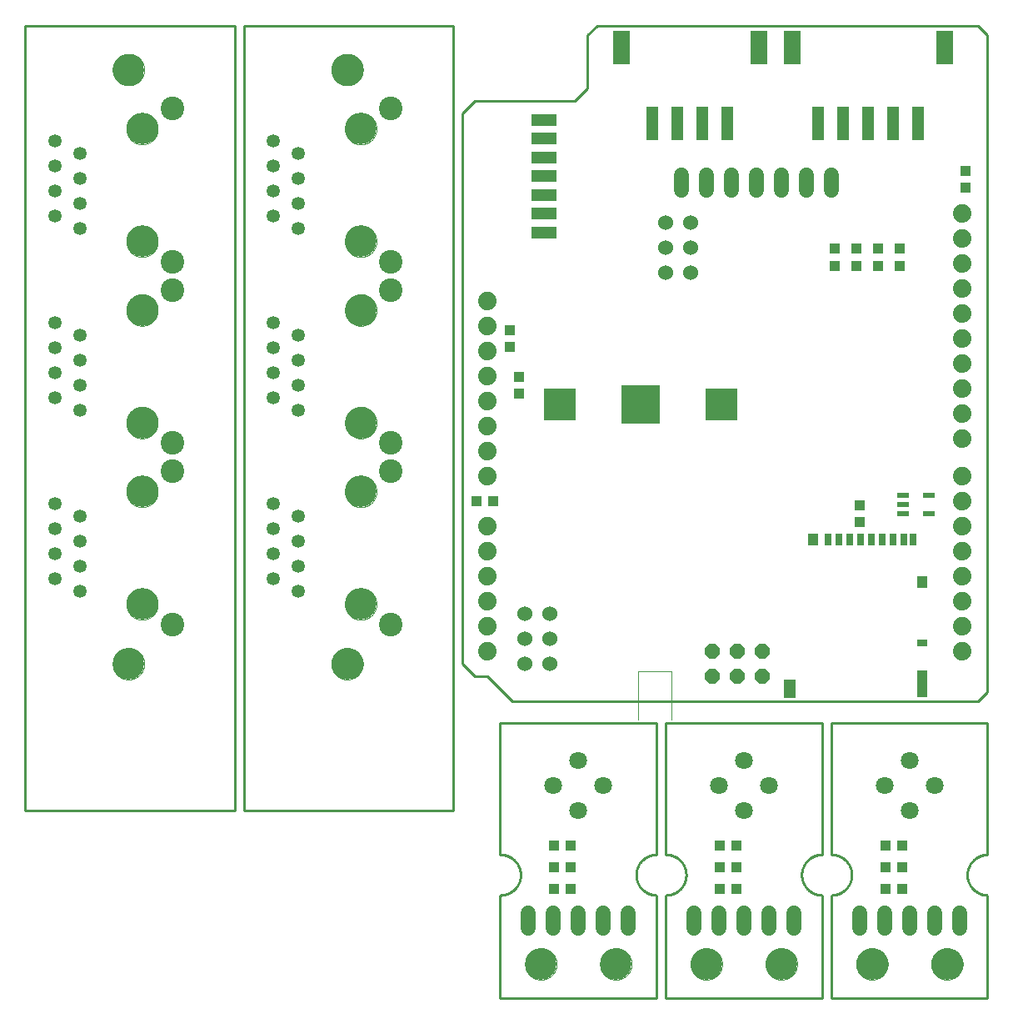
<source format=gbs>
G75*
%MOIN*%
%OFA0B0*%
%FSLAX25Y25*%
%IPPOS*%
%LPD*%
%AMOC8*
5,1,8,0,0,1.08239X$1,22.5*
%
%ADD10C,0.01000*%
%ADD11C,0.00000*%
%ADD12C,0.12598*%
%ADD13R,0.04331X0.03937*%
%ADD14R,0.03937X0.04331*%
%ADD15R,0.15354X0.15354*%
%ADD16R,0.12598X0.12598*%
%ADD17OC8,0.06000*%
%ADD18R,0.04724X0.02165*%
%ADD19C,0.06000*%
%ADD20R,0.02756X0.04724*%
%ADD21R,0.03937X0.04724*%
%ADD22R,0.03937X0.03150*%
%ADD23R,0.03937X0.11024*%
%ADD24R,0.05118X0.07480*%
%ADD25C,0.07400*%
%ADD26R,0.07087X0.13386*%
%ADD27R,0.05118X0.13780*%
%ADD28R,0.10000X0.05000*%
%ADD29C,0.06000*%
%ADD30C,0.07087*%
%ADD31C,0.09449*%
%ADD32C,0.05315*%
D10*
X0001500Y0076500D02*
X0001500Y0390250D01*
X0085250Y0390250D01*
X0085250Y0076500D01*
X0001500Y0076500D01*
X0089000Y0076500D02*
X0089000Y0390250D01*
X0172750Y0390250D01*
X0172750Y0076500D01*
X0089000Y0076500D01*
X0176500Y0135250D02*
X0181500Y0130250D01*
X0186500Y0130250D01*
X0196500Y0120250D01*
X0382750Y0120250D01*
X0386500Y0124000D01*
X0386500Y0386500D01*
X0382750Y0390250D01*
X0230250Y0390250D01*
X0226500Y0386500D01*
X0226500Y0365250D01*
X0221500Y0360250D01*
X0181500Y0360250D01*
X0176500Y0355250D01*
X0176500Y0135250D01*
X0191500Y0111500D02*
X0191500Y0059000D01*
X0191698Y0058998D01*
X0191896Y0058990D01*
X0192093Y0058978D01*
X0192290Y0058961D01*
X0192487Y0058940D01*
X0192683Y0058913D01*
X0192878Y0058882D01*
X0193073Y0058846D01*
X0193267Y0058806D01*
X0193459Y0058760D01*
X0193651Y0058710D01*
X0193841Y0058656D01*
X0194030Y0058596D01*
X0194217Y0058532D01*
X0194403Y0058464D01*
X0194586Y0058391D01*
X0194769Y0058314D01*
X0194949Y0058232D01*
X0195127Y0058146D01*
X0195303Y0058055D01*
X0195477Y0057960D01*
X0195648Y0057861D01*
X0195817Y0057758D01*
X0195983Y0057651D01*
X0196147Y0057540D01*
X0196308Y0057425D01*
X0196466Y0057306D01*
X0196621Y0057183D01*
X0196773Y0057057D01*
X0196922Y0056926D01*
X0197068Y0056792D01*
X0197210Y0056655D01*
X0197349Y0056514D01*
X0197485Y0056370D01*
X0197617Y0056223D01*
X0197745Y0056072D01*
X0197870Y0055919D01*
X0197991Y0055762D01*
X0198108Y0055603D01*
X0198221Y0055440D01*
X0198330Y0055275D01*
X0198435Y0055108D01*
X0198536Y0054938D01*
X0198633Y0054765D01*
X0198726Y0054590D01*
X0198814Y0054413D01*
X0198898Y0054234D01*
X0198978Y0054053D01*
X0199053Y0053870D01*
X0199124Y0053685D01*
X0199190Y0053498D01*
X0199251Y0053310D01*
X0199308Y0053121D01*
X0199361Y0052930D01*
X0199409Y0052738D01*
X0199452Y0052545D01*
X0199490Y0052351D01*
X0199523Y0052156D01*
X0199552Y0051960D01*
X0199576Y0051764D01*
X0199596Y0051567D01*
X0199610Y0051369D01*
X0199620Y0051172D01*
X0199624Y0050974D01*
X0199624Y0050776D01*
X0199620Y0050578D01*
X0199610Y0050381D01*
X0199596Y0050183D01*
X0199576Y0049986D01*
X0199552Y0049790D01*
X0199523Y0049594D01*
X0199490Y0049399D01*
X0199452Y0049205D01*
X0199409Y0049012D01*
X0199361Y0048820D01*
X0199308Y0048629D01*
X0199251Y0048440D01*
X0199190Y0048252D01*
X0199124Y0048065D01*
X0199053Y0047880D01*
X0198978Y0047697D01*
X0198898Y0047516D01*
X0198814Y0047337D01*
X0198726Y0047160D01*
X0198633Y0046985D01*
X0198536Y0046813D01*
X0198435Y0046642D01*
X0198330Y0046475D01*
X0198221Y0046310D01*
X0198108Y0046147D01*
X0197991Y0045988D01*
X0197870Y0045831D01*
X0197745Y0045678D01*
X0197617Y0045527D01*
X0197485Y0045380D01*
X0197349Y0045236D01*
X0197210Y0045095D01*
X0197068Y0044958D01*
X0196922Y0044824D01*
X0196773Y0044693D01*
X0196621Y0044567D01*
X0196466Y0044444D01*
X0196308Y0044325D01*
X0196147Y0044210D01*
X0195983Y0044099D01*
X0195817Y0043992D01*
X0195648Y0043889D01*
X0195477Y0043790D01*
X0195303Y0043695D01*
X0195127Y0043604D01*
X0194949Y0043518D01*
X0194769Y0043436D01*
X0194586Y0043359D01*
X0194403Y0043286D01*
X0194217Y0043218D01*
X0194030Y0043154D01*
X0193841Y0043094D01*
X0193651Y0043040D01*
X0193459Y0042990D01*
X0193267Y0042944D01*
X0193073Y0042904D01*
X0192878Y0042868D01*
X0192683Y0042837D01*
X0192487Y0042810D01*
X0192290Y0042789D01*
X0192093Y0042772D01*
X0191896Y0042760D01*
X0191698Y0042752D01*
X0191500Y0042750D01*
X0191500Y0001500D01*
X0254000Y0001500D01*
X0254000Y0042750D01*
X0257750Y0042750D02*
X0257750Y0001500D01*
X0320250Y0001500D01*
X0320250Y0042750D01*
X0324000Y0042750D02*
X0324000Y0001500D01*
X0386500Y0001500D01*
X0386500Y0042750D01*
X0386302Y0042752D01*
X0386104Y0042760D01*
X0385907Y0042772D01*
X0385710Y0042789D01*
X0385513Y0042810D01*
X0385317Y0042837D01*
X0385122Y0042868D01*
X0384927Y0042904D01*
X0384733Y0042944D01*
X0384541Y0042990D01*
X0384349Y0043040D01*
X0384159Y0043094D01*
X0383970Y0043154D01*
X0383783Y0043218D01*
X0383597Y0043286D01*
X0383414Y0043359D01*
X0383231Y0043436D01*
X0383051Y0043518D01*
X0382873Y0043604D01*
X0382697Y0043695D01*
X0382523Y0043790D01*
X0382352Y0043889D01*
X0382183Y0043992D01*
X0382017Y0044099D01*
X0381853Y0044210D01*
X0381692Y0044325D01*
X0381534Y0044444D01*
X0381379Y0044567D01*
X0381227Y0044693D01*
X0381078Y0044824D01*
X0380932Y0044958D01*
X0380790Y0045095D01*
X0380651Y0045236D01*
X0380515Y0045380D01*
X0380383Y0045527D01*
X0380255Y0045678D01*
X0380130Y0045831D01*
X0380009Y0045988D01*
X0379892Y0046147D01*
X0379779Y0046310D01*
X0379670Y0046475D01*
X0379565Y0046642D01*
X0379464Y0046812D01*
X0379367Y0046985D01*
X0379274Y0047160D01*
X0379186Y0047337D01*
X0379102Y0047516D01*
X0379022Y0047697D01*
X0378947Y0047880D01*
X0378876Y0048065D01*
X0378810Y0048252D01*
X0378749Y0048440D01*
X0378692Y0048629D01*
X0378639Y0048820D01*
X0378591Y0049012D01*
X0378548Y0049205D01*
X0378510Y0049399D01*
X0378477Y0049594D01*
X0378448Y0049790D01*
X0378424Y0049986D01*
X0378404Y0050183D01*
X0378390Y0050381D01*
X0378380Y0050578D01*
X0378376Y0050776D01*
X0378376Y0050974D01*
X0378380Y0051172D01*
X0378390Y0051369D01*
X0378404Y0051567D01*
X0378424Y0051764D01*
X0378448Y0051960D01*
X0378477Y0052156D01*
X0378510Y0052351D01*
X0378548Y0052545D01*
X0378591Y0052738D01*
X0378639Y0052930D01*
X0378692Y0053121D01*
X0378749Y0053310D01*
X0378810Y0053498D01*
X0378876Y0053685D01*
X0378947Y0053870D01*
X0379022Y0054053D01*
X0379102Y0054234D01*
X0379186Y0054413D01*
X0379274Y0054590D01*
X0379367Y0054765D01*
X0379464Y0054937D01*
X0379565Y0055108D01*
X0379670Y0055275D01*
X0379779Y0055440D01*
X0379892Y0055603D01*
X0380009Y0055762D01*
X0380130Y0055919D01*
X0380255Y0056072D01*
X0380383Y0056223D01*
X0380515Y0056370D01*
X0380651Y0056514D01*
X0380790Y0056655D01*
X0380932Y0056792D01*
X0381078Y0056926D01*
X0381227Y0057057D01*
X0381379Y0057183D01*
X0381534Y0057306D01*
X0381692Y0057425D01*
X0381853Y0057540D01*
X0382017Y0057651D01*
X0382183Y0057758D01*
X0382352Y0057861D01*
X0382523Y0057960D01*
X0382697Y0058055D01*
X0382873Y0058146D01*
X0383051Y0058232D01*
X0383231Y0058314D01*
X0383414Y0058391D01*
X0383597Y0058464D01*
X0383783Y0058532D01*
X0383970Y0058596D01*
X0384159Y0058656D01*
X0384349Y0058710D01*
X0384541Y0058760D01*
X0384733Y0058806D01*
X0384927Y0058846D01*
X0385122Y0058882D01*
X0385317Y0058913D01*
X0385513Y0058940D01*
X0385710Y0058961D01*
X0385907Y0058978D01*
X0386104Y0058990D01*
X0386302Y0058998D01*
X0386500Y0059000D01*
X0386500Y0111500D01*
X0324000Y0111500D01*
X0324000Y0059000D01*
X0320250Y0059000D02*
X0320250Y0111500D01*
X0257750Y0111500D01*
X0257750Y0059000D01*
X0254000Y0059000D02*
X0254000Y0111500D01*
X0191500Y0111500D01*
X0254000Y0059000D02*
X0253802Y0058998D01*
X0253604Y0058990D01*
X0253407Y0058978D01*
X0253210Y0058961D01*
X0253013Y0058940D01*
X0252817Y0058913D01*
X0252622Y0058882D01*
X0252427Y0058846D01*
X0252233Y0058806D01*
X0252041Y0058760D01*
X0251849Y0058710D01*
X0251659Y0058656D01*
X0251470Y0058596D01*
X0251283Y0058532D01*
X0251097Y0058464D01*
X0250914Y0058391D01*
X0250731Y0058314D01*
X0250551Y0058232D01*
X0250373Y0058146D01*
X0250197Y0058055D01*
X0250023Y0057960D01*
X0249852Y0057861D01*
X0249683Y0057758D01*
X0249517Y0057651D01*
X0249353Y0057540D01*
X0249192Y0057425D01*
X0249034Y0057306D01*
X0248879Y0057183D01*
X0248727Y0057057D01*
X0248578Y0056926D01*
X0248432Y0056792D01*
X0248290Y0056655D01*
X0248151Y0056514D01*
X0248015Y0056370D01*
X0247883Y0056223D01*
X0247755Y0056072D01*
X0247630Y0055919D01*
X0247509Y0055762D01*
X0247392Y0055603D01*
X0247279Y0055440D01*
X0247170Y0055275D01*
X0247065Y0055108D01*
X0246964Y0054937D01*
X0246867Y0054765D01*
X0246774Y0054590D01*
X0246686Y0054413D01*
X0246602Y0054234D01*
X0246522Y0054053D01*
X0246447Y0053870D01*
X0246376Y0053685D01*
X0246310Y0053498D01*
X0246249Y0053310D01*
X0246192Y0053121D01*
X0246139Y0052930D01*
X0246091Y0052738D01*
X0246048Y0052545D01*
X0246010Y0052351D01*
X0245977Y0052156D01*
X0245948Y0051960D01*
X0245924Y0051764D01*
X0245904Y0051567D01*
X0245890Y0051369D01*
X0245880Y0051172D01*
X0245876Y0050974D01*
X0245876Y0050776D01*
X0245880Y0050578D01*
X0245890Y0050381D01*
X0245904Y0050183D01*
X0245924Y0049986D01*
X0245948Y0049790D01*
X0245977Y0049594D01*
X0246010Y0049399D01*
X0246048Y0049205D01*
X0246091Y0049012D01*
X0246139Y0048820D01*
X0246192Y0048629D01*
X0246249Y0048440D01*
X0246310Y0048252D01*
X0246376Y0048065D01*
X0246447Y0047880D01*
X0246522Y0047697D01*
X0246602Y0047516D01*
X0246686Y0047337D01*
X0246774Y0047160D01*
X0246867Y0046985D01*
X0246964Y0046812D01*
X0247065Y0046642D01*
X0247170Y0046475D01*
X0247279Y0046310D01*
X0247392Y0046147D01*
X0247509Y0045988D01*
X0247630Y0045831D01*
X0247755Y0045678D01*
X0247883Y0045527D01*
X0248015Y0045380D01*
X0248151Y0045236D01*
X0248290Y0045095D01*
X0248432Y0044958D01*
X0248578Y0044824D01*
X0248727Y0044693D01*
X0248879Y0044567D01*
X0249034Y0044444D01*
X0249192Y0044325D01*
X0249353Y0044210D01*
X0249517Y0044099D01*
X0249683Y0043992D01*
X0249852Y0043889D01*
X0250023Y0043790D01*
X0250197Y0043695D01*
X0250373Y0043604D01*
X0250551Y0043518D01*
X0250731Y0043436D01*
X0250914Y0043359D01*
X0251097Y0043286D01*
X0251283Y0043218D01*
X0251470Y0043154D01*
X0251659Y0043094D01*
X0251849Y0043040D01*
X0252041Y0042990D01*
X0252233Y0042944D01*
X0252427Y0042904D01*
X0252622Y0042868D01*
X0252817Y0042837D01*
X0253013Y0042810D01*
X0253210Y0042789D01*
X0253407Y0042772D01*
X0253604Y0042760D01*
X0253802Y0042752D01*
X0254000Y0042750D01*
X0257750Y0042750D02*
X0257948Y0042752D01*
X0258146Y0042760D01*
X0258343Y0042772D01*
X0258540Y0042789D01*
X0258737Y0042810D01*
X0258933Y0042837D01*
X0259128Y0042868D01*
X0259323Y0042904D01*
X0259517Y0042944D01*
X0259709Y0042990D01*
X0259901Y0043040D01*
X0260091Y0043094D01*
X0260280Y0043154D01*
X0260467Y0043218D01*
X0260653Y0043286D01*
X0260836Y0043359D01*
X0261019Y0043436D01*
X0261199Y0043518D01*
X0261377Y0043604D01*
X0261553Y0043695D01*
X0261727Y0043790D01*
X0261898Y0043889D01*
X0262067Y0043992D01*
X0262233Y0044099D01*
X0262397Y0044210D01*
X0262558Y0044325D01*
X0262716Y0044444D01*
X0262871Y0044567D01*
X0263023Y0044693D01*
X0263172Y0044824D01*
X0263318Y0044958D01*
X0263460Y0045095D01*
X0263599Y0045236D01*
X0263735Y0045380D01*
X0263867Y0045527D01*
X0263995Y0045678D01*
X0264120Y0045831D01*
X0264241Y0045988D01*
X0264358Y0046147D01*
X0264471Y0046310D01*
X0264580Y0046475D01*
X0264685Y0046642D01*
X0264786Y0046813D01*
X0264883Y0046985D01*
X0264976Y0047160D01*
X0265064Y0047337D01*
X0265148Y0047516D01*
X0265228Y0047697D01*
X0265303Y0047880D01*
X0265374Y0048065D01*
X0265440Y0048252D01*
X0265501Y0048440D01*
X0265558Y0048629D01*
X0265611Y0048820D01*
X0265659Y0049012D01*
X0265702Y0049205D01*
X0265740Y0049399D01*
X0265773Y0049594D01*
X0265802Y0049790D01*
X0265826Y0049986D01*
X0265846Y0050183D01*
X0265860Y0050381D01*
X0265870Y0050578D01*
X0265874Y0050776D01*
X0265874Y0050974D01*
X0265870Y0051172D01*
X0265860Y0051369D01*
X0265846Y0051567D01*
X0265826Y0051764D01*
X0265802Y0051960D01*
X0265773Y0052156D01*
X0265740Y0052351D01*
X0265702Y0052545D01*
X0265659Y0052738D01*
X0265611Y0052930D01*
X0265558Y0053121D01*
X0265501Y0053310D01*
X0265440Y0053498D01*
X0265374Y0053685D01*
X0265303Y0053870D01*
X0265228Y0054053D01*
X0265148Y0054234D01*
X0265064Y0054413D01*
X0264976Y0054590D01*
X0264883Y0054765D01*
X0264786Y0054938D01*
X0264685Y0055108D01*
X0264580Y0055275D01*
X0264471Y0055440D01*
X0264358Y0055603D01*
X0264241Y0055762D01*
X0264120Y0055919D01*
X0263995Y0056072D01*
X0263867Y0056223D01*
X0263735Y0056370D01*
X0263599Y0056514D01*
X0263460Y0056655D01*
X0263318Y0056792D01*
X0263172Y0056926D01*
X0263023Y0057057D01*
X0262871Y0057183D01*
X0262716Y0057306D01*
X0262558Y0057425D01*
X0262397Y0057540D01*
X0262233Y0057651D01*
X0262067Y0057758D01*
X0261898Y0057861D01*
X0261727Y0057960D01*
X0261553Y0058055D01*
X0261377Y0058146D01*
X0261199Y0058232D01*
X0261019Y0058314D01*
X0260836Y0058391D01*
X0260653Y0058464D01*
X0260467Y0058532D01*
X0260280Y0058596D01*
X0260091Y0058656D01*
X0259901Y0058710D01*
X0259709Y0058760D01*
X0259517Y0058806D01*
X0259323Y0058846D01*
X0259128Y0058882D01*
X0258933Y0058913D01*
X0258737Y0058940D01*
X0258540Y0058961D01*
X0258343Y0058978D01*
X0258146Y0058990D01*
X0257948Y0058998D01*
X0257750Y0059000D01*
X0320250Y0059000D02*
X0320052Y0058998D01*
X0319854Y0058990D01*
X0319657Y0058978D01*
X0319460Y0058961D01*
X0319263Y0058940D01*
X0319067Y0058913D01*
X0318872Y0058882D01*
X0318677Y0058846D01*
X0318483Y0058806D01*
X0318291Y0058760D01*
X0318099Y0058710D01*
X0317909Y0058656D01*
X0317720Y0058596D01*
X0317533Y0058532D01*
X0317347Y0058464D01*
X0317164Y0058391D01*
X0316981Y0058314D01*
X0316801Y0058232D01*
X0316623Y0058146D01*
X0316447Y0058055D01*
X0316273Y0057960D01*
X0316102Y0057861D01*
X0315933Y0057758D01*
X0315767Y0057651D01*
X0315603Y0057540D01*
X0315442Y0057425D01*
X0315284Y0057306D01*
X0315129Y0057183D01*
X0314977Y0057057D01*
X0314828Y0056926D01*
X0314682Y0056792D01*
X0314540Y0056655D01*
X0314401Y0056514D01*
X0314265Y0056370D01*
X0314133Y0056223D01*
X0314005Y0056072D01*
X0313880Y0055919D01*
X0313759Y0055762D01*
X0313642Y0055603D01*
X0313529Y0055440D01*
X0313420Y0055275D01*
X0313315Y0055108D01*
X0313214Y0054937D01*
X0313117Y0054765D01*
X0313024Y0054590D01*
X0312936Y0054413D01*
X0312852Y0054234D01*
X0312772Y0054053D01*
X0312697Y0053870D01*
X0312626Y0053685D01*
X0312560Y0053498D01*
X0312499Y0053310D01*
X0312442Y0053121D01*
X0312389Y0052930D01*
X0312341Y0052738D01*
X0312298Y0052545D01*
X0312260Y0052351D01*
X0312227Y0052156D01*
X0312198Y0051960D01*
X0312174Y0051764D01*
X0312154Y0051567D01*
X0312140Y0051369D01*
X0312130Y0051172D01*
X0312126Y0050974D01*
X0312126Y0050776D01*
X0312130Y0050578D01*
X0312140Y0050381D01*
X0312154Y0050183D01*
X0312174Y0049986D01*
X0312198Y0049790D01*
X0312227Y0049594D01*
X0312260Y0049399D01*
X0312298Y0049205D01*
X0312341Y0049012D01*
X0312389Y0048820D01*
X0312442Y0048629D01*
X0312499Y0048440D01*
X0312560Y0048252D01*
X0312626Y0048065D01*
X0312697Y0047880D01*
X0312772Y0047697D01*
X0312852Y0047516D01*
X0312936Y0047337D01*
X0313024Y0047160D01*
X0313117Y0046985D01*
X0313214Y0046812D01*
X0313315Y0046642D01*
X0313420Y0046475D01*
X0313529Y0046310D01*
X0313642Y0046147D01*
X0313759Y0045988D01*
X0313880Y0045831D01*
X0314005Y0045678D01*
X0314133Y0045527D01*
X0314265Y0045380D01*
X0314401Y0045236D01*
X0314540Y0045095D01*
X0314682Y0044958D01*
X0314828Y0044824D01*
X0314977Y0044693D01*
X0315129Y0044567D01*
X0315284Y0044444D01*
X0315442Y0044325D01*
X0315603Y0044210D01*
X0315767Y0044099D01*
X0315933Y0043992D01*
X0316102Y0043889D01*
X0316273Y0043790D01*
X0316447Y0043695D01*
X0316623Y0043604D01*
X0316801Y0043518D01*
X0316981Y0043436D01*
X0317164Y0043359D01*
X0317347Y0043286D01*
X0317533Y0043218D01*
X0317720Y0043154D01*
X0317909Y0043094D01*
X0318099Y0043040D01*
X0318291Y0042990D01*
X0318483Y0042944D01*
X0318677Y0042904D01*
X0318872Y0042868D01*
X0319067Y0042837D01*
X0319263Y0042810D01*
X0319460Y0042789D01*
X0319657Y0042772D01*
X0319854Y0042760D01*
X0320052Y0042752D01*
X0320250Y0042750D01*
X0324000Y0042750D02*
X0324198Y0042752D01*
X0324396Y0042760D01*
X0324593Y0042772D01*
X0324790Y0042789D01*
X0324987Y0042810D01*
X0325183Y0042837D01*
X0325378Y0042868D01*
X0325573Y0042904D01*
X0325767Y0042944D01*
X0325959Y0042990D01*
X0326151Y0043040D01*
X0326341Y0043094D01*
X0326530Y0043154D01*
X0326717Y0043218D01*
X0326903Y0043286D01*
X0327086Y0043359D01*
X0327269Y0043436D01*
X0327449Y0043518D01*
X0327627Y0043604D01*
X0327803Y0043695D01*
X0327977Y0043790D01*
X0328148Y0043889D01*
X0328317Y0043992D01*
X0328483Y0044099D01*
X0328647Y0044210D01*
X0328808Y0044325D01*
X0328966Y0044444D01*
X0329121Y0044567D01*
X0329273Y0044693D01*
X0329422Y0044824D01*
X0329568Y0044958D01*
X0329710Y0045095D01*
X0329849Y0045236D01*
X0329985Y0045380D01*
X0330117Y0045527D01*
X0330245Y0045678D01*
X0330370Y0045831D01*
X0330491Y0045988D01*
X0330608Y0046147D01*
X0330721Y0046310D01*
X0330830Y0046475D01*
X0330935Y0046642D01*
X0331036Y0046813D01*
X0331133Y0046985D01*
X0331226Y0047160D01*
X0331314Y0047337D01*
X0331398Y0047516D01*
X0331478Y0047697D01*
X0331553Y0047880D01*
X0331624Y0048065D01*
X0331690Y0048252D01*
X0331751Y0048440D01*
X0331808Y0048629D01*
X0331861Y0048820D01*
X0331909Y0049012D01*
X0331952Y0049205D01*
X0331990Y0049399D01*
X0332023Y0049594D01*
X0332052Y0049790D01*
X0332076Y0049986D01*
X0332096Y0050183D01*
X0332110Y0050381D01*
X0332120Y0050578D01*
X0332124Y0050776D01*
X0332124Y0050974D01*
X0332120Y0051172D01*
X0332110Y0051369D01*
X0332096Y0051567D01*
X0332076Y0051764D01*
X0332052Y0051960D01*
X0332023Y0052156D01*
X0331990Y0052351D01*
X0331952Y0052545D01*
X0331909Y0052738D01*
X0331861Y0052930D01*
X0331808Y0053121D01*
X0331751Y0053310D01*
X0331690Y0053498D01*
X0331624Y0053685D01*
X0331553Y0053870D01*
X0331478Y0054053D01*
X0331398Y0054234D01*
X0331314Y0054413D01*
X0331226Y0054590D01*
X0331133Y0054765D01*
X0331036Y0054938D01*
X0330935Y0055108D01*
X0330830Y0055275D01*
X0330721Y0055440D01*
X0330608Y0055603D01*
X0330491Y0055762D01*
X0330370Y0055919D01*
X0330245Y0056072D01*
X0330117Y0056223D01*
X0329985Y0056370D01*
X0329849Y0056514D01*
X0329710Y0056655D01*
X0329568Y0056792D01*
X0329422Y0056926D01*
X0329273Y0057057D01*
X0329121Y0057183D01*
X0328966Y0057306D01*
X0328808Y0057425D01*
X0328647Y0057540D01*
X0328483Y0057651D01*
X0328317Y0057758D01*
X0328148Y0057861D01*
X0327977Y0057960D01*
X0327803Y0058055D01*
X0327627Y0058146D01*
X0327449Y0058232D01*
X0327269Y0058314D01*
X0327086Y0058391D01*
X0326903Y0058464D01*
X0326717Y0058532D01*
X0326530Y0058596D01*
X0326341Y0058656D01*
X0326151Y0058710D01*
X0325959Y0058760D01*
X0325767Y0058806D01*
X0325573Y0058846D01*
X0325378Y0058882D01*
X0325183Y0058913D01*
X0324987Y0058940D01*
X0324790Y0058961D01*
X0324593Y0058978D01*
X0324396Y0058990D01*
X0324198Y0058998D01*
X0324000Y0059000D01*
D11*
X0333951Y0015250D02*
X0333953Y0015408D01*
X0333959Y0015566D01*
X0333969Y0015724D01*
X0333983Y0015882D01*
X0334001Y0016039D01*
X0334022Y0016196D01*
X0334048Y0016352D01*
X0334078Y0016508D01*
X0334111Y0016663D01*
X0334149Y0016816D01*
X0334190Y0016969D01*
X0334235Y0017121D01*
X0334284Y0017272D01*
X0334337Y0017421D01*
X0334393Y0017569D01*
X0334453Y0017715D01*
X0334517Y0017860D01*
X0334585Y0018003D01*
X0334656Y0018145D01*
X0334730Y0018285D01*
X0334808Y0018422D01*
X0334890Y0018558D01*
X0334974Y0018692D01*
X0335063Y0018823D01*
X0335154Y0018952D01*
X0335249Y0019079D01*
X0335346Y0019204D01*
X0335447Y0019326D01*
X0335551Y0019445D01*
X0335658Y0019562D01*
X0335768Y0019676D01*
X0335881Y0019787D01*
X0335996Y0019896D01*
X0336114Y0020001D01*
X0336235Y0020103D01*
X0336358Y0020203D01*
X0336484Y0020299D01*
X0336612Y0020392D01*
X0336742Y0020482D01*
X0336875Y0020568D01*
X0337010Y0020652D01*
X0337146Y0020731D01*
X0337285Y0020808D01*
X0337426Y0020880D01*
X0337568Y0020950D01*
X0337712Y0021015D01*
X0337858Y0021077D01*
X0338005Y0021135D01*
X0338154Y0021190D01*
X0338304Y0021241D01*
X0338455Y0021288D01*
X0338607Y0021331D01*
X0338760Y0021370D01*
X0338915Y0021406D01*
X0339070Y0021437D01*
X0339226Y0021465D01*
X0339382Y0021489D01*
X0339539Y0021509D01*
X0339697Y0021525D01*
X0339854Y0021537D01*
X0340013Y0021545D01*
X0340171Y0021549D01*
X0340329Y0021549D01*
X0340487Y0021545D01*
X0340646Y0021537D01*
X0340803Y0021525D01*
X0340961Y0021509D01*
X0341118Y0021489D01*
X0341274Y0021465D01*
X0341430Y0021437D01*
X0341585Y0021406D01*
X0341740Y0021370D01*
X0341893Y0021331D01*
X0342045Y0021288D01*
X0342196Y0021241D01*
X0342346Y0021190D01*
X0342495Y0021135D01*
X0342642Y0021077D01*
X0342788Y0021015D01*
X0342932Y0020950D01*
X0343074Y0020880D01*
X0343215Y0020808D01*
X0343354Y0020731D01*
X0343490Y0020652D01*
X0343625Y0020568D01*
X0343758Y0020482D01*
X0343888Y0020392D01*
X0344016Y0020299D01*
X0344142Y0020203D01*
X0344265Y0020103D01*
X0344386Y0020001D01*
X0344504Y0019896D01*
X0344619Y0019787D01*
X0344732Y0019676D01*
X0344842Y0019562D01*
X0344949Y0019445D01*
X0345053Y0019326D01*
X0345154Y0019204D01*
X0345251Y0019079D01*
X0345346Y0018952D01*
X0345437Y0018823D01*
X0345526Y0018692D01*
X0345610Y0018558D01*
X0345692Y0018422D01*
X0345770Y0018285D01*
X0345844Y0018145D01*
X0345915Y0018003D01*
X0345983Y0017860D01*
X0346047Y0017715D01*
X0346107Y0017569D01*
X0346163Y0017421D01*
X0346216Y0017272D01*
X0346265Y0017121D01*
X0346310Y0016969D01*
X0346351Y0016816D01*
X0346389Y0016663D01*
X0346422Y0016508D01*
X0346452Y0016352D01*
X0346478Y0016196D01*
X0346499Y0016039D01*
X0346517Y0015882D01*
X0346531Y0015724D01*
X0346541Y0015566D01*
X0346547Y0015408D01*
X0346549Y0015250D01*
X0346547Y0015092D01*
X0346541Y0014934D01*
X0346531Y0014776D01*
X0346517Y0014618D01*
X0346499Y0014461D01*
X0346478Y0014304D01*
X0346452Y0014148D01*
X0346422Y0013992D01*
X0346389Y0013837D01*
X0346351Y0013684D01*
X0346310Y0013531D01*
X0346265Y0013379D01*
X0346216Y0013228D01*
X0346163Y0013079D01*
X0346107Y0012931D01*
X0346047Y0012785D01*
X0345983Y0012640D01*
X0345915Y0012497D01*
X0345844Y0012355D01*
X0345770Y0012215D01*
X0345692Y0012078D01*
X0345610Y0011942D01*
X0345526Y0011808D01*
X0345437Y0011677D01*
X0345346Y0011548D01*
X0345251Y0011421D01*
X0345154Y0011296D01*
X0345053Y0011174D01*
X0344949Y0011055D01*
X0344842Y0010938D01*
X0344732Y0010824D01*
X0344619Y0010713D01*
X0344504Y0010604D01*
X0344386Y0010499D01*
X0344265Y0010397D01*
X0344142Y0010297D01*
X0344016Y0010201D01*
X0343888Y0010108D01*
X0343758Y0010018D01*
X0343625Y0009932D01*
X0343490Y0009848D01*
X0343354Y0009769D01*
X0343215Y0009692D01*
X0343074Y0009620D01*
X0342932Y0009550D01*
X0342788Y0009485D01*
X0342642Y0009423D01*
X0342495Y0009365D01*
X0342346Y0009310D01*
X0342196Y0009259D01*
X0342045Y0009212D01*
X0341893Y0009169D01*
X0341740Y0009130D01*
X0341585Y0009094D01*
X0341430Y0009063D01*
X0341274Y0009035D01*
X0341118Y0009011D01*
X0340961Y0008991D01*
X0340803Y0008975D01*
X0340646Y0008963D01*
X0340487Y0008955D01*
X0340329Y0008951D01*
X0340171Y0008951D01*
X0340013Y0008955D01*
X0339854Y0008963D01*
X0339697Y0008975D01*
X0339539Y0008991D01*
X0339382Y0009011D01*
X0339226Y0009035D01*
X0339070Y0009063D01*
X0338915Y0009094D01*
X0338760Y0009130D01*
X0338607Y0009169D01*
X0338455Y0009212D01*
X0338304Y0009259D01*
X0338154Y0009310D01*
X0338005Y0009365D01*
X0337858Y0009423D01*
X0337712Y0009485D01*
X0337568Y0009550D01*
X0337426Y0009620D01*
X0337285Y0009692D01*
X0337146Y0009769D01*
X0337010Y0009848D01*
X0336875Y0009932D01*
X0336742Y0010018D01*
X0336612Y0010108D01*
X0336484Y0010201D01*
X0336358Y0010297D01*
X0336235Y0010397D01*
X0336114Y0010499D01*
X0335996Y0010604D01*
X0335881Y0010713D01*
X0335768Y0010824D01*
X0335658Y0010938D01*
X0335551Y0011055D01*
X0335447Y0011174D01*
X0335346Y0011296D01*
X0335249Y0011421D01*
X0335154Y0011548D01*
X0335063Y0011677D01*
X0334974Y0011808D01*
X0334890Y0011942D01*
X0334808Y0012078D01*
X0334730Y0012215D01*
X0334656Y0012355D01*
X0334585Y0012497D01*
X0334517Y0012640D01*
X0334453Y0012785D01*
X0334393Y0012931D01*
X0334337Y0013079D01*
X0334284Y0013228D01*
X0334235Y0013379D01*
X0334190Y0013531D01*
X0334149Y0013684D01*
X0334111Y0013837D01*
X0334078Y0013992D01*
X0334048Y0014148D01*
X0334022Y0014304D01*
X0334001Y0014461D01*
X0333983Y0014618D01*
X0333969Y0014776D01*
X0333959Y0014934D01*
X0333953Y0015092D01*
X0333951Y0015250D01*
X0297701Y0015250D02*
X0297703Y0015408D01*
X0297709Y0015566D01*
X0297719Y0015724D01*
X0297733Y0015882D01*
X0297751Y0016039D01*
X0297772Y0016196D01*
X0297798Y0016352D01*
X0297828Y0016508D01*
X0297861Y0016663D01*
X0297899Y0016816D01*
X0297940Y0016969D01*
X0297985Y0017121D01*
X0298034Y0017272D01*
X0298087Y0017421D01*
X0298143Y0017569D01*
X0298203Y0017715D01*
X0298267Y0017860D01*
X0298335Y0018003D01*
X0298406Y0018145D01*
X0298480Y0018285D01*
X0298558Y0018422D01*
X0298640Y0018558D01*
X0298724Y0018692D01*
X0298813Y0018823D01*
X0298904Y0018952D01*
X0298999Y0019079D01*
X0299096Y0019204D01*
X0299197Y0019326D01*
X0299301Y0019445D01*
X0299408Y0019562D01*
X0299518Y0019676D01*
X0299631Y0019787D01*
X0299746Y0019896D01*
X0299864Y0020001D01*
X0299985Y0020103D01*
X0300108Y0020203D01*
X0300234Y0020299D01*
X0300362Y0020392D01*
X0300492Y0020482D01*
X0300625Y0020568D01*
X0300760Y0020652D01*
X0300896Y0020731D01*
X0301035Y0020808D01*
X0301176Y0020880D01*
X0301318Y0020950D01*
X0301462Y0021015D01*
X0301608Y0021077D01*
X0301755Y0021135D01*
X0301904Y0021190D01*
X0302054Y0021241D01*
X0302205Y0021288D01*
X0302357Y0021331D01*
X0302510Y0021370D01*
X0302665Y0021406D01*
X0302820Y0021437D01*
X0302976Y0021465D01*
X0303132Y0021489D01*
X0303289Y0021509D01*
X0303447Y0021525D01*
X0303604Y0021537D01*
X0303763Y0021545D01*
X0303921Y0021549D01*
X0304079Y0021549D01*
X0304237Y0021545D01*
X0304396Y0021537D01*
X0304553Y0021525D01*
X0304711Y0021509D01*
X0304868Y0021489D01*
X0305024Y0021465D01*
X0305180Y0021437D01*
X0305335Y0021406D01*
X0305490Y0021370D01*
X0305643Y0021331D01*
X0305795Y0021288D01*
X0305946Y0021241D01*
X0306096Y0021190D01*
X0306245Y0021135D01*
X0306392Y0021077D01*
X0306538Y0021015D01*
X0306682Y0020950D01*
X0306824Y0020880D01*
X0306965Y0020808D01*
X0307104Y0020731D01*
X0307240Y0020652D01*
X0307375Y0020568D01*
X0307508Y0020482D01*
X0307638Y0020392D01*
X0307766Y0020299D01*
X0307892Y0020203D01*
X0308015Y0020103D01*
X0308136Y0020001D01*
X0308254Y0019896D01*
X0308369Y0019787D01*
X0308482Y0019676D01*
X0308592Y0019562D01*
X0308699Y0019445D01*
X0308803Y0019326D01*
X0308904Y0019204D01*
X0309001Y0019079D01*
X0309096Y0018952D01*
X0309187Y0018823D01*
X0309276Y0018692D01*
X0309360Y0018558D01*
X0309442Y0018422D01*
X0309520Y0018285D01*
X0309594Y0018145D01*
X0309665Y0018003D01*
X0309733Y0017860D01*
X0309797Y0017715D01*
X0309857Y0017569D01*
X0309913Y0017421D01*
X0309966Y0017272D01*
X0310015Y0017121D01*
X0310060Y0016969D01*
X0310101Y0016816D01*
X0310139Y0016663D01*
X0310172Y0016508D01*
X0310202Y0016352D01*
X0310228Y0016196D01*
X0310249Y0016039D01*
X0310267Y0015882D01*
X0310281Y0015724D01*
X0310291Y0015566D01*
X0310297Y0015408D01*
X0310299Y0015250D01*
X0310297Y0015092D01*
X0310291Y0014934D01*
X0310281Y0014776D01*
X0310267Y0014618D01*
X0310249Y0014461D01*
X0310228Y0014304D01*
X0310202Y0014148D01*
X0310172Y0013992D01*
X0310139Y0013837D01*
X0310101Y0013684D01*
X0310060Y0013531D01*
X0310015Y0013379D01*
X0309966Y0013228D01*
X0309913Y0013079D01*
X0309857Y0012931D01*
X0309797Y0012785D01*
X0309733Y0012640D01*
X0309665Y0012497D01*
X0309594Y0012355D01*
X0309520Y0012215D01*
X0309442Y0012078D01*
X0309360Y0011942D01*
X0309276Y0011808D01*
X0309187Y0011677D01*
X0309096Y0011548D01*
X0309001Y0011421D01*
X0308904Y0011296D01*
X0308803Y0011174D01*
X0308699Y0011055D01*
X0308592Y0010938D01*
X0308482Y0010824D01*
X0308369Y0010713D01*
X0308254Y0010604D01*
X0308136Y0010499D01*
X0308015Y0010397D01*
X0307892Y0010297D01*
X0307766Y0010201D01*
X0307638Y0010108D01*
X0307508Y0010018D01*
X0307375Y0009932D01*
X0307240Y0009848D01*
X0307104Y0009769D01*
X0306965Y0009692D01*
X0306824Y0009620D01*
X0306682Y0009550D01*
X0306538Y0009485D01*
X0306392Y0009423D01*
X0306245Y0009365D01*
X0306096Y0009310D01*
X0305946Y0009259D01*
X0305795Y0009212D01*
X0305643Y0009169D01*
X0305490Y0009130D01*
X0305335Y0009094D01*
X0305180Y0009063D01*
X0305024Y0009035D01*
X0304868Y0009011D01*
X0304711Y0008991D01*
X0304553Y0008975D01*
X0304396Y0008963D01*
X0304237Y0008955D01*
X0304079Y0008951D01*
X0303921Y0008951D01*
X0303763Y0008955D01*
X0303604Y0008963D01*
X0303447Y0008975D01*
X0303289Y0008991D01*
X0303132Y0009011D01*
X0302976Y0009035D01*
X0302820Y0009063D01*
X0302665Y0009094D01*
X0302510Y0009130D01*
X0302357Y0009169D01*
X0302205Y0009212D01*
X0302054Y0009259D01*
X0301904Y0009310D01*
X0301755Y0009365D01*
X0301608Y0009423D01*
X0301462Y0009485D01*
X0301318Y0009550D01*
X0301176Y0009620D01*
X0301035Y0009692D01*
X0300896Y0009769D01*
X0300760Y0009848D01*
X0300625Y0009932D01*
X0300492Y0010018D01*
X0300362Y0010108D01*
X0300234Y0010201D01*
X0300108Y0010297D01*
X0299985Y0010397D01*
X0299864Y0010499D01*
X0299746Y0010604D01*
X0299631Y0010713D01*
X0299518Y0010824D01*
X0299408Y0010938D01*
X0299301Y0011055D01*
X0299197Y0011174D01*
X0299096Y0011296D01*
X0298999Y0011421D01*
X0298904Y0011548D01*
X0298813Y0011677D01*
X0298724Y0011808D01*
X0298640Y0011942D01*
X0298558Y0012078D01*
X0298480Y0012215D01*
X0298406Y0012355D01*
X0298335Y0012497D01*
X0298267Y0012640D01*
X0298203Y0012785D01*
X0298143Y0012931D01*
X0298087Y0013079D01*
X0298034Y0013228D01*
X0297985Y0013379D01*
X0297940Y0013531D01*
X0297899Y0013684D01*
X0297861Y0013837D01*
X0297828Y0013992D01*
X0297798Y0014148D01*
X0297772Y0014304D01*
X0297751Y0014461D01*
X0297733Y0014618D01*
X0297719Y0014776D01*
X0297709Y0014934D01*
X0297703Y0015092D01*
X0297701Y0015250D01*
X0267701Y0015250D02*
X0267703Y0015408D01*
X0267709Y0015566D01*
X0267719Y0015724D01*
X0267733Y0015882D01*
X0267751Y0016039D01*
X0267772Y0016196D01*
X0267798Y0016352D01*
X0267828Y0016508D01*
X0267861Y0016663D01*
X0267899Y0016816D01*
X0267940Y0016969D01*
X0267985Y0017121D01*
X0268034Y0017272D01*
X0268087Y0017421D01*
X0268143Y0017569D01*
X0268203Y0017715D01*
X0268267Y0017860D01*
X0268335Y0018003D01*
X0268406Y0018145D01*
X0268480Y0018285D01*
X0268558Y0018422D01*
X0268640Y0018558D01*
X0268724Y0018692D01*
X0268813Y0018823D01*
X0268904Y0018952D01*
X0268999Y0019079D01*
X0269096Y0019204D01*
X0269197Y0019326D01*
X0269301Y0019445D01*
X0269408Y0019562D01*
X0269518Y0019676D01*
X0269631Y0019787D01*
X0269746Y0019896D01*
X0269864Y0020001D01*
X0269985Y0020103D01*
X0270108Y0020203D01*
X0270234Y0020299D01*
X0270362Y0020392D01*
X0270492Y0020482D01*
X0270625Y0020568D01*
X0270760Y0020652D01*
X0270896Y0020731D01*
X0271035Y0020808D01*
X0271176Y0020880D01*
X0271318Y0020950D01*
X0271462Y0021015D01*
X0271608Y0021077D01*
X0271755Y0021135D01*
X0271904Y0021190D01*
X0272054Y0021241D01*
X0272205Y0021288D01*
X0272357Y0021331D01*
X0272510Y0021370D01*
X0272665Y0021406D01*
X0272820Y0021437D01*
X0272976Y0021465D01*
X0273132Y0021489D01*
X0273289Y0021509D01*
X0273447Y0021525D01*
X0273604Y0021537D01*
X0273763Y0021545D01*
X0273921Y0021549D01*
X0274079Y0021549D01*
X0274237Y0021545D01*
X0274396Y0021537D01*
X0274553Y0021525D01*
X0274711Y0021509D01*
X0274868Y0021489D01*
X0275024Y0021465D01*
X0275180Y0021437D01*
X0275335Y0021406D01*
X0275490Y0021370D01*
X0275643Y0021331D01*
X0275795Y0021288D01*
X0275946Y0021241D01*
X0276096Y0021190D01*
X0276245Y0021135D01*
X0276392Y0021077D01*
X0276538Y0021015D01*
X0276682Y0020950D01*
X0276824Y0020880D01*
X0276965Y0020808D01*
X0277104Y0020731D01*
X0277240Y0020652D01*
X0277375Y0020568D01*
X0277508Y0020482D01*
X0277638Y0020392D01*
X0277766Y0020299D01*
X0277892Y0020203D01*
X0278015Y0020103D01*
X0278136Y0020001D01*
X0278254Y0019896D01*
X0278369Y0019787D01*
X0278482Y0019676D01*
X0278592Y0019562D01*
X0278699Y0019445D01*
X0278803Y0019326D01*
X0278904Y0019204D01*
X0279001Y0019079D01*
X0279096Y0018952D01*
X0279187Y0018823D01*
X0279276Y0018692D01*
X0279360Y0018558D01*
X0279442Y0018422D01*
X0279520Y0018285D01*
X0279594Y0018145D01*
X0279665Y0018003D01*
X0279733Y0017860D01*
X0279797Y0017715D01*
X0279857Y0017569D01*
X0279913Y0017421D01*
X0279966Y0017272D01*
X0280015Y0017121D01*
X0280060Y0016969D01*
X0280101Y0016816D01*
X0280139Y0016663D01*
X0280172Y0016508D01*
X0280202Y0016352D01*
X0280228Y0016196D01*
X0280249Y0016039D01*
X0280267Y0015882D01*
X0280281Y0015724D01*
X0280291Y0015566D01*
X0280297Y0015408D01*
X0280299Y0015250D01*
X0280297Y0015092D01*
X0280291Y0014934D01*
X0280281Y0014776D01*
X0280267Y0014618D01*
X0280249Y0014461D01*
X0280228Y0014304D01*
X0280202Y0014148D01*
X0280172Y0013992D01*
X0280139Y0013837D01*
X0280101Y0013684D01*
X0280060Y0013531D01*
X0280015Y0013379D01*
X0279966Y0013228D01*
X0279913Y0013079D01*
X0279857Y0012931D01*
X0279797Y0012785D01*
X0279733Y0012640D01*
X0279665Y0012497D01*
X0279594Y0012355D01*
X0279520Y0012215D01*
X0279442Y0012078D01*
X0279360Y0011942D01*
X0279276Y0011808D01*
X0279187Y0011677D01*
X0279096Y0011548D01*
X0279001Y0011421D01*
X0278904Y0011296D01*
X0278803Y0011174D01*
X0278699Y0011055D01*
X0278592Y0010938D01*
X0278482Y0010824D01*
X0278369Y0010713D01*
X0278254Y0010604D01*
X0278136Y0010499D01*
X0278015Y0010397D01*
X0277892Y0010297D01*
X0277766Y0010201D01*
X0277638Y0010108D01*
X0277508Y0010018D01*
X0277375Y0009932D01*
X0277240Y0009848D01*
X0277104Y0009769D01*
X0276965Y0009692D01*
X0276824Y0009620D01*
X0276682Y0009550D01*
X0276538Y0009485D01*
X0276392Y0009423D01*
X0276245Y0009365D01*
X0276096Y0009310D01*
X0275946Y0009259D01*
X0275795Y0009212D01*
X0275643Y0009169D01*
X0275490Y0009130D01*
X0275335Y0009094D01*
X0275180Y0009063D01*
X0275024Y0009035D01*
X0274868Y0009011D01*
X0274711Y0008991D01*
X0274553Y0008975D01*
X0274396Y0008963D01*
X0274237Y0008955D01*
X0274079Y0008951D01*
X0273921Y0008951D01*
X0273763Y0008955D01*
X0273604Y0008963D01*
X0273447Y0008975D01*
X0273289Y0008991D01*
X0273132Y0009011D01*
X0272976Y0009035D01*
X0272820Y0009063D01*
X0272665Y0009094D01*
X0272510Y0009130D01*
X0272357Y0009169D01*
X0272205Y0009212D01*
X0272054Y0009259D01*
X0271904Y0009310D01*
X0271755Y0009365D01*
X0271608Y0009423D01*
X0271462Y0009485D01*
X0271318Y0009550D01*
X0271176Y0009620D01*
X0271035Y0009692D01*
X0270896Y0009769D01*
X0270760Y0009848D01*
X0270625Y0009932D01*
X0270492Y0010018D01*
X0270362Y0010108D01*
X0270234Y0010201D01*
X0270108Y0010297D01*
X0269985Y0010397D01*
X0269864Y0010499D01*
X0269746Y0010604D01*
X0269631Y0010713D01*
X0269518Y0010824D01*
X0269408Y0010938D01*
X0269301Y0011055D01*
X0269197Y0011174D01*
X0269096Y0011296D01*
X0268999Y0011421D01*
X0268904Y0011548D01*
X0268813Y0011677D01*
X0268724Y0011808D01*
X0268640Y0011942D01*
X0268558Y0012078D01*
X0268480Y0012215D01*
X0268406Y0012355D01*
X0268335Y0012497D01*
X0268267Y0012640D01*
X0268203Y0012785D01*
X0268143Y0012931D01*
X0268087Y0013079D01*
X0268034Y0013228D01*
X0267985Y0013379D01*
X0267940Y0013531D01*
X0267899Y0013684D01*
X0267861Y0013837D01*
X0267828Y0013992D01*
X0267798Y0014148D01*
X0267772Y0014304D01*
X0267751Y0014461D01*
X0267733Y0014618D01*
X0267719Y0014776D01*
X0267709Y0014934D01*
X0267703Y0015092D01*
X0267701Y0015250D01*
X0231451Y0015250D02*
X0231453Y0015408D01*
X0231459Y0015566D01*
X0231469Y0015724D01*
X0231483Y0015882D01*
X0231501Y0016039D01*
X0231522Y0016196D01*
X0231548Y0016352D01*
X0231578Y0016508D01*
X0231611Y0016663D01*
X0231649Y0016816D01*
X0231690Y0016969D01*
X0231735Y0017121D01*
X0231784Y0017272D01*
X0231837Y0017421D01*
X0231893Y0017569D01*
X0231953Y0017715D01*
X0232017Y0017860D01*
X0232085Y0018003D01*
X0232156Y0018145D01*
X0232230Y0018285D01*
X0232308Y0018422D01*
X0232390Y0018558D01*
X0232474Y0018692D01*
X0232563Y0018823D01*
X0232654Y0018952D01*
X0232749Y0019079D01*
X0232846Y0019204D01*
X0232947Y0019326D01*
X0233051Y0019445D01*
X0233158Y0019562D01*
X0233268Y0019676D01*
X0233381Y0019787D01*
X0233496Y0019896D01*
X0233614Y0020001D01*
X0233735Y0020103D01*
X0233858Y0020203D01*
X0233984Y0020299D01*
X0234112Y0020392D01*
X0234242Y0020482D01*
X0234375Y0020568D01*
X0234510Y0020652D01*
X0234646Y0020731D01*
X0234785Y0020808D01*
X0234926Y0020880D01*
X0235068Y0020950D01*
X0235212Y0021015D01*
X0235358Y0021077D01*
X0235505Y0021135D01*
X0235654Y0021190D01*
X0235804Y0021241D01*
X0235955Y0021288D01*
X0236107Y0021331D01*
X0236260Y0021370D01*
X0236415Y0021406D01*
X0236570Y0021437D01*
X0236726Y0021465D01*
X0236882Y0021489D01*
X0237039Y0021509D01*
X0237197Y0021525D01*
X0237354Y0021537D01*
X0237513Y0021545D01*
X0237671Y0021549D01*
X0237829Y0021549D01*
X0237987Y0021545D01*
X0238146Y0021537D01*
X0238303Y0021525D01*
X0238461Y0021509D01*
X0238618Y0021489D01*
X0238774Y0021465D01*
X0238930Y0021437D01*
X0239085Y0021406D01*
X0239240Y0021370D01*
X0239393Y0021331D01*
X0239545Y0021288D01*
X0239696Y0021241D01*
X0239846Y0021190D01*
X0239995Y0021135D01*
X0240142Y0021077D01*
X0240288Y0021015D01*
X0240432Y0020950D01*
X0240574Y0020880D01*
X0240715Y0020808D01*
X0240854Y0020731D01*
X0240990Y0020652D01*
X0241125Y0020568D01*
X0241258Y0020482D01*
X0241388Y0020392D01*
X0241516Y0020299D01*
X0241642Y0020203D01*
X0241765Y0020103D01*
X0241886Y0020001D01*
X0242004Y0019896D01*
X0242119Y0019787D01*
X0242232Y0019676D01*
X0242342Y0019562D01*
X0242449Y0019445D01*
X0242553Y0019326D01*
X0242654Y0019204D01*
X0242751Y0019079D01*
X0242846Y0018952D01*
X0242937Y0018823D01*
X0243026Y0018692D01*
X0243110Y0018558D01*
X0243192Y0018422D01*
X0243270Y0018285D01*
X0243344Y0018145D01*
X0243415Y0018003D01*
X0243483Y0017860D01*
X0243547Y0017715D01*
X0243607Y0017569D01*
X0243663Y0017421D01*
X0243716Y0017272D01*
X0243765Y0017121D01*
X0243810Y0016969D01*
X0243851Y0016816D01*
X0243889Y0016663D01*
X0243922Y0016508D01*
X0243952Y0016352D01*
X0243978Y0016196D01*
X0243999Y0016039D01*
X0244017Y0015882D01*
X0244031Y0015724D01*
X0244041Y0015566D01*
X0244047Y0015408D01*
X0244049Y0015250D01*
X0244047Y0015092D01*
X0244041Y0014934D01*
X0244031Y0014776D01*
X0244017Y0014618D01*
X0243999Y0014461D01*
X0243978Y0014304D01*
X0243952Y0014148D01*
X0243922Y0013992D01*
X0243889Y0013837D01*
X0243851Y0013684D01*
X0243810Y0013531D01*
X0243765Y0013379D01*
X0243716Y0013228D01*
X0243663Y0013079D01*
X0243607Y0012931D01*
X0243547Y0012785D01*
X0243483Y0012640D01*
X0243415Y0012497D01*
X0243344Y0012355D01*
X0243270Y0012215D01*
X0243192Y0012078D01*
X0243110Y0011942D01*
X0243026Y0011808D01*
X0242937Y0011677D01*
X0242846Y0011548D01*
X0242751Y0011421D01*
X0242654Y0011296D01*
X0242553Y0011174D01*
X0242449Y0011055D01*
X0242342Y0010938D01*
X0242232Y0010824D01*
X0242119Y0010713D01*
X0242004Y0010604D01*
X0241886Y0010499D01*
X0241765Y0010397D01*
X0241642Y0010297D01*
X0241516Y0010201D01*
X0241388Y0010108D01*
X0241258Y0010018D01*
X0241125Y0009932D01*
X0240990Y0009848D01*
X0240854Y0009769D01*
X0240715Y0009692D01*
X0240574Y0009620D01*
X0240432Y0009550D01*
X0240288Y0009485D01*
X0240142Y0009423D01*
X0239995Y0009365D01*
X0239846Y0009310D01*
X0239696Y0009259D01*
X0239545Y0009212D01*
X0239393Y0009169D01*
X0239240Y0009130D01*
X0239085Y0009094D01*
X0238930Y0009063D01*
X0238774Y0009035D01*
X0238618Y0009011D01*
X0238461Y0008991D01*
X0238303Y0008975D01*
X0238146Y0008963D01*
X0237987Y0008955D01*
X0237829Y0008951D01*
X0237671Y0008951D01*
X0237513Y0008955D01*
X0237354Y0008963D01*
X0237197Y0008975D01*
X0237039Y0008991D01*
X0236882Y0009011D01*
X0236726Y0009035D01*
X0236570Y0009063D01*
X0236415Y0009094D01*
X0236260Y0009130D01*
X0236107Y0009169D01*
X0235955Y0009212D01*
X0235804Y0009259D01*
X0235654Y0009310D01*
X0235505Y0009365D01*
X0235358Y0009423D01*
X0235212Y0009485D01*
X0235068Y0009550D01*
X0234926Y0009620D01*
X0234785Y0009692D01*
X0234646Y0009769D01*
X0234510Y0009848D01*
X0234375Y0009932D01*
X0234242Y0010018D01*
X0234112Y0010108D01*
X0233984Y0010201D01*
X0233858Y0010297D01*
X0233735Y0010397D01*
X0233614Y0010499D01*
X0233496Y0010604D01*
X0233381Y0010713D01*
X0233268Y0010824D01*
X0233158Y0010938D01*
X0233051Y0011055D01*
X0232947Y0011174D01*
X0232846Y0011296D01*
X0232749Y0011421D01*
X0232654Y0011548D01*
X0232563Y0011677D01*
X0232474Y0011808D01*
X0232390Y0011942D01*
X0232308Y0012078D01*
X0232230Y0012215D01*
X0232156Y0012355D01*
X0232085Y0012497D01*
X0232017Y0012640D01*
X0231953Y0012785D01*
X0231893Y0012931D01*
X0231837Y0013079D01*
X0231784Y0013228D01*
X0231735Y0013379D01*
X0231690Y0013531D01*
X0231649Y0013684D01*
X0231611Y0013837D01*
X0231578Y0013992D01*
X0231548Y0014148D01*
X0231522Y0014304D01*
X0231501Y0014461D01*
X0231483Y0014618D01*
X0231469Y0014776D01*
X0231459Y0014934D01*
X0231453Y0015092D01*
X0231451Y0015250D01*
X0201451Y0015250D02*
X0201453Y0015408D01*
X0201459Y0015566D01*
X0201469Y0015724D01*
X0201483Y0015882D01*
X0201501Y0016039D01*
X0201522Y0016196D01*
X0201548Y0016352D01*
X0201578Y0016508D01*
X0201611Y0016663D01*
X0201649Y0016816D01*
X0201690Y0016969D01*
X0201735Y0017121D01*
X0201784Y0017272D01*
X0201837Y0017421D01*
X0201893Y0017569D01*
X0201953Y0017715D01*
X0202017Y0017860D01*
X0202085Y0018003D01*
X0202156Y0018145D01*
X0202230Y0018285D01*
X0202308Y0018422D01*
X0202390Y0018558D01*
X0202474Y0018692D01*
X0202563Y0018823D01*
X0202654Y0018952D01*
X0202749Y0019079D01*
X0202846Y0019204D01*
X0202947Y0019326D01*
X0203051Y0019445D01*
X0203158Y0019562D01*
X0203268Y0019676D01*
X0203381Y0019787D01*
X0203496Y0019896D01*
X0203614Y0020001D01*
X0203735Y0020103D01*
X0203858Y0020203D01*
X0203984Y0020299D01*
X0204112Y0020392D01*
X0204242Y0020482D01*
X0204375Y0020568D01*
X0204510Y0020652D01*
X0204646Y0020731D01*
X0204785Y0020808D01*
X0204926Y0020880D01*
X0205068Y0020950D01*
X0205212Y0021015D01*
X0205358Y0021077D01*
X0205505Y0021135D01*
X0205654Y0021190D01*
X0205804Y0021241D01*
X0205955Y0021288D01*
X0206107Y0021331D01*
X0206260Y0021370D01*
X0206415Y0021406D01*
X0206570Y0021437D01*
X0206726Y0021465D01*
X0206882Y0021489D01*
X0207039Y0021509D01*
X0207197Y0021525D01*
X0207354Y0021537D01*
X0207513Y0021545D01*
X0207671Y0021549D01*
X0207829Y0021549D01*
X0207987Y0021545D01*
X0208146Y0021537D01*
X0208303Y0021525D01*
X0208461Y0021509D01*
X0208618Y0021489D01*
X0208774Y0021465D01*
X0208930Y0021437D01*
X0209085Y0021406D01*
X0209240Y0021370D01*
X0209393Y0021331D01*
X0209545Y0021288D01*
X0209696Y0021241D01*
X0209846Y0021190D01*
X0209995Y0021135D01*
X0210142Y0021077D01*
X0210288Y0021015D01*
X0210432Y0020950D01*
X0210574Y0020880D01*
X0210715Y0020808D01*
X0210854Y0020731D01*
X0210990Y0020652D01*
X0211125Y0020568D01*
X0211258Y0020482D01*
X0211388Y0020392D01*
X0211516Y0020299D01*
X0211642Y0020203D01*
X0211765Y0020103D01*
X0211886Y0020001D01*
X0212004Y0019896D01*
X0212119Y0019787D01*
X0212232Y0019676D01*
X0212342Y0019562D01*
X0212449Y0019445D01*
X0212553Y0019326D01*
X0212654Y0019204D01*
X0212751Y0019079D01*
X0212846Y0018952D01*
X0212937Y0018823D01*
X0213026Y0018692D01*
X0213110Y0018558D01*
X0213192Y0018422D01*
X0213270Y0018285D01*
X0213344Y0018145D01*
X0213415Y0018003D01*
X0213483Y0017860D01*
X0213547Y0017715D01*
X0213607Y0017569D01*
X0213663Y0017421D01*
X0213716Y0017272D01*
X0213765Y0017121D01*
X0213810Y0016969D01*
X0213851Y0016816D01*
X0213889Y0016663D01*
X0213922Y0016508D01*
X0213952Y0016352D01*
X0213978Y0016196D01*
X0213999Y0016039D01*
X0214017Y0015882D01*
X0214031Y0015724D01*
X0214041Y0015566D01*
X0214047Y0015408D01*
X0214049Y0015250D01*
X0214047Y0015092D01*
X0214041Y0014934D01*
X0214031Y0014776D01*
X0214017Y0014618D01*
X0213999Y0014461D01*
X0213978Y0014304D01*
X0213952Y0014148D01*
X0213922Y0013992D01*
X0213889Y0013837D01*
X0213851Y0013684D01*
X0213810Y0013531D01*
X0213765Y0013379D01*
X0213716Y0013228D01*
X0213663Y0013079D01*
X0213607Y0012931D01*
X0213547Y0012785D01*
X0213483Y0012640D01*
X0213415Y0012497D01*
X0213344Y0012355D01*
X0213270Y0012215D01*
X0213192Y0012078D01*
X0213110Y0011942D01*
X0213026Y0011808D01*
X0212937Y0011677D01*
X0212846Y0011548D01*
X0212751Y0011421D01*
X0212654Y0011296D01*
X0212553Y0011174D01*
X0212449Y0011055D01*
X0212342Y0010938D01*
X0212232Y0010824D01*
X0212119Y0010713D01*
X0212004Y0010604D01*
X0211886Y0010499D01*
X0211765Y0010397D01*
X0211642Y0010297D01*
X0211516Y0010201D01*
X0211388Y0010108D01*
X0211258Y0010018D01*
X0211125Y0009932D01*
X0210990Y0009848D01*
X0210854Y0009769D01*
X0210715Y0009692D01*
X0210574Y0009620D01*
X0210432Y0009550D01*
X0210288Y0009485D01*
X0210142Y0009423D01*
X0209995Y0009365D01*
X0209846Y0009310D01*
X0209696Y0009259D01*
X0209545Y0009212D01*
X0209393Y0009169D01*
X0209240Y0009130D01*
X0209085Y0009094D01*
X0208930Y0009063D01*
X0208774Y0009035D01*
X0208618Y0009011D01*
X0208461Y0008991D01*
X0208303Y0008975D01*
X0208146Y0008963D01*
X0207987Y0008955D01*
X0207829Y0008951D01*
X0207671Y0008951D01*
X0207513Y0008955D01*
X0207354Y0008963D01*
X0207197Y0008975D01*
X0207039Y0008991D01*
X0206882Y0009011D01*
X0206726Y0009035D01*
X0206570Y0009063D01*
X0206415Y0009094D01*
X0206260Y0009130D01*
X0206107Y0009169D01*
X0205955Y0009212D01*
X0205804Y0009259D01*
X0205654Y0009310D01*
X0205505Y0009365D01*
X0205358Y0009423D01*
X0205212Y0009485D01*
X0205068Y0009550D01*
X0204926Y0009620D01*
X0204785Y0009692D01*
X0204646Y0009769D01*
X0204510Y0009848D01*
X0204375Y0009932D01*
X0204242Y0010018D01*
X0204112Y0010108D01*
X0203984Y0010201D01*
X0203858Y0010297D01*
X0203735Y0010397D01*
X0203614Y0010499D01*
X0203496Y0010604D01*
X0203381Y0010713D01*
X0203268Y0010824D01*
X0203158Y0010938D01*
X0203051Y0011055D01*
X0202947Y0011174D01*
X0202846Y0011296D01*
X0202749Y0011421D01*
X0202654Y0011548D01*
X0202563Y0011677D01*
X0202474Y0011808D01*
X0202390Y0011942D01*
X0202308Y0012078D01*
X0202230Y0012215D01*
X0202156Y0012355D01*
X0202085Y0012497D01*
X0202017Y0012640D01*
X0201953Y0012785D01*
X0201893Y0012931D01*
X0201837Y0013079D01*
X0201784Y0013228D01*
X0201735Y0013379D01*
X0201690Y0013531D01*
X0201649Y0013684D01*
X0201611Y0013837D01*
X0201578Y0013992D01*
X0201548Y0014148D01*
X0201522Y0014304D01*
X0201501Y0014461D01*
X0201483Y0014618D01*
X0201469Y0014776D01*
X0201459Y0014934D01*
X0201453Y0015092D01*
X0201451Y0015250D01*
X0246633Y0112883D02*
X0246633Y0132130D01*
X0260117Y0132130D01*
X0260117Y0112883D01*
X0363951Y0015250D02*
X0363953Y0015408D01*
X0363959Y0015566D01*
X0363969Y0015724D01*
X0363983Y0015882D01*
X0364001Y0016039D01*
X0364022Y0016196D01*
X0364048Y0016352D01*
X0364078Y0016508D01*
X0364111Y0016663D01*
X0364149Y0016816D01*
X0364190Y0016969D01*
X0364235Y0017121D01*
X0364284Y0017272D01*
X0364337Y0017421D01*
X0364393Y0017569D01*
X0364453Y0017715D01*
X0364517Y0017860D01*
X0364585Y0018003D01*
X0364656Y0018145D01*
X0364730Y0018285D01*
X0364808Y0018422D01*
X0364890Y0018558D01*
X0364974Y0018692D01*
X0365063Y0018823D01*
X0365154Y0018952D01*
X0365249Y0019079D01*
X0365346Y0019204D01*
X0365447Y0019326D01*
X0365551Y0019445D01*
X0365658Y0019562D01*
X0365768Y0019676D01*
X0365881Y0019787D01*
X0365996Y0019896D01*
X0366114Y0020001D01*
X0366235Y0020103D01*
X0366358Y0020203D01*
X0366484Y0020299D01*
X0366612Y0020392D01*
X0366742Y0020482D01*
X0366875Y0020568D01*
X0367010Y0020652D01*
X0367146Y0020731D01*
X0367285Y0020808D01*
X0367426Y0020880D01*
X0367568Y0020950D01*
X0367712Y0021015D01*
X0367858Y0021077D01*
X0368005Y0021135D01*
X0368154Y0021190D01*
X0368304Y0021241D01*
X0368455Y0021288D01*
X0368607Y0021331D01*
X0368760Y0021370D01*
X0368915Y0021406D01*
X0369070Y0021437D01*
X0369226Y0021465D01*
X0369382Y0021489D01*
X0369539Y0021509D01*
X0369697Y0021525D01*
X0369854Y0021537D01*
X0370013Y0021545D01*
X0370171Y0021549D01*
X0370329Y0021549D01*
X0370487Y0021545D01*
X0370646Y0021537D01*
X0370803Y0021525D01*
X0370961Y0021509D01*
X0371118Y0021489D01*
X0371274Y0021465D01*
X0371430Y0021437D01*
X0371585Y0021406D01*
X0371740Y0021370D01*
X0371893Y0021331D01*
X0372045Y0021288D01*
X0372196Y0021241D01*
X0372346Y0021190D01*
X0372495Y0021135D01*
X0372642Y0021077D01*
X0372788Y0021015D01*
X0372932Y0020950D01*
X0373074Y0020880D01*
X0373215Y0020808D01*
X0373354Y0020731D01*
X0373490Y0020652D01*
X0373625Y0020568D01*
X0373758Y0020482D01*
X0373888Y0020392D01*
X0374016Y0020299D01*
X0374142Y0020203D01*
X0374265Y0020103D01*
X0374386Y0020001D01*
X0374504Y0019896D01*
X0374619Y0019787D01*
X0374732Y0019676D01*
X0374842Y0019562D01*
X0374949Y0019445D01*
X0375053Y0019326D01*
X0375154Y0019204D01*
X0375251Y0019079D01*
X0375346Y0018952D01*
X0375437Y0018823D01*
X0375526Y0018692D01*
X0375610Y0018558D01*
X0375692Y0018422D01*
X0375770Y0018285D01*
X0375844Y0018145D01*
X0375915Y0018003D01*
X0375983Y0017860D01*
X0376047Y0017715D01*
X0376107Y0017569D01*
X0376163Y0017421D01*
X0376216Y0017272D01*
X0376265Y0017121D01*
X0376310Y0016969D01*
X0376351Y0016816D01*
X0376389Y0016663D01*
X0376422Y0016508D01*
X0376452Y0016352D01*
X0376478Y0016196D01*
X0376499Y0016039D01*
X0376517Y0015882D01*
X0376531Y0015724D01*
X0376541Y0015566D01*
X0376547Y0015408D01*
X0376549Y0015250D01*
X0376547Y0015092D01*
X0376541Y0014934D01*
X0376531Y0014776D01*
X0376517Y0014618D01*
X0376499Y0014461D01*
X0376478Y0014304D01*
X0376452Y0014148D01*
X0376422Y0013992D01*
X0376389Y0013837D01*
X0376351Y0013684D01*
X0376310Y0013531D01*
X0376265Y0013379D01*
X0376216Y0013228D01*
X0376163Y0013079D01*
X0376107Y0012931D01*
X0376047Y0012785D01*
X0375983Y0012640D01*
X0375915Y0012497D01*
X0375844Y0012355D01*
X0375770Y0012215D01*
X0375692Y0012078D01*
X0375610Y0011942D01*
X0375526Y0011808D01*
X0375437Y0011677D01*
X0375346Y0011548D01*
X0375251Y0011421D01*
X0375154Y0011296D01*
X0375053Y0011174D01*
X0374949Y0011055D01*
X0374842Y0010938D01*
X0374732Y0010824D01*
X0374619Y0010713D01*
X0374504Y0010604D01*
X0374386Y0010499D01*
X0374265Y0010397D01*
X0374142Y0010297D01*
X0374016Y0010201D01*
X0373888Y0010108D01*
X0373758Y0010018D01*
X0373625Y0009932D01*
X0373490Y0009848D01*
X0373354Y0009769D01*
X0373215Y0009692D01*
X0373074Y0009620D01*
X0372932Y0009550D01*
X0372788Y0009485D01*
X0372642Y0009423D01*
X0372495Y0009365D01*
X0372346Y0009310D01*
X0372196Y0009259D01*
X0372045Y0009212D01*
X0371893Y0009169D01*
X0371740Y0009130D01*
X0371585Y0009094D01*
X0371430Y0009063D01*
X0371274Y0009035D01*
X0371118Y0009011D01*
X0370961Y0008991D01*
X0370803Y0008975D01*
X0370646Y0008963D01*
X0370487Y0008955D01*
X0370329Y0008951D01*
X0370171Y0008951D01*
X0370013Y0008955D01*
X0369854Y0008963D01*
X0369697Y0008975D01*
X0369539Y0008991D01*
X0369382Y0009011D01*
X0369226Y0009035D01*
X0369070Y0009063D01*
X0368915Y0009094D01*
X0368760Y0009130D01*
X0368607Y0009169D01*
X0368455Y0009212D01*
X0368304Y0009259D01*
X0368154Y0009310D01*
X0368005Y0009365D01*
X0367858Y0009423D01*
X0367712Y0009485D01*
X0367568Y0009550D01*
X0367426Y0009620D01*
X0367285Y0009692D01*
X0367146Y0009769D01*
X0367010Y0009848D01*
X0366875Y0009932D01*
X0366742Y0010018D01*
X0366612Y0010108D01*
X0366484Y0010201D01*
X0366358Y0010297D01*
X0366235Y0010397D01*
X0366114Y0010499D01*
X0365996Y0010604D01*
X0365881Y0010713D01*
X0365768Y0010824D01*
X0365658Y0010938D01*
X0365551Y0011055D01*
X0365447Y0011174D01*
X0365346Y0011296D01*
X0365249Y0011421D01*
X0365154Y0011548D01*
X0365063Y0011677D01*
X0364974Y0011808D01*
X0364890Y0011942D01*
X0364808Y0012078D01*
X0364730Y0012215D01*
X0364656Y0012355D01*
X0364585Y0012497D01*
X0364517Y0012640D01*
X0364453Y0012785D01*
X0364393Y0012931D01*
X0364337Y0013079D01*
X0364284Y0013228D01*
X0364235Y0013379D01*
X0364190Y0013531D01*
X0364149Y0013684D01*
X0364111Y0013837D01*
X0364078Y0013992D01*
X0364048Y0014148D01*
X0364022Y0014304D01*
X0364001Y0014461D01*
X0363983Y0014618D01*
X0363969Y0014776D01*
X0363959Y0014934D01*
X0363953Y0015092D01*
X0363951Y0015250D01*
X0129404Y0159148D02*
X0129406Y0159306D01*
X0129412Y0159464D01*
X0129422Y0159622D01*
X0129436Y0159780D01*
X0129454Y0159937D01*
X0129475Y0160094D01*
X0129501Y0160250D01*
X0129531Y0160406D01*
X0129564Y0160561D01*
X0129602Y0160714D01*
X0129643Y0160867D01*
X0129688Y0161019D01*
X0129737Y0161170D01*
X0129790Y0161319D01*
X0129846Y0161467D01*
X0129906Y0161613D01*
X0129970Y0161758D01*
X0130038Y0161901D01*
X0130109Y0162043D01*
X0130183Y0162183D01*
X0130261Y0162320D01*
X0130343Y0162456D01*
X0130427Y0162590D01*
X0130516Y0162721D01*
X0130607Y0162850D01*
X0130702Y0162977D01*
X0130799Y0163102D01*
X0130900Y0163224D01*
X0131004Y0163343D01*
X0131111Y0163460D01*
X0131221Y0163574D01*
X0131334Y0163685D01*
X0131449Y0163794D01*
X0131567Y0163899D01*
X0131688Y0164001D01*
X0131811Y0164101D01*
X0131937Y0164197D01*
X0132065Y0164290D01*
X0132195Y0164380D01*
X0132328Y0164466D01*
X0132463Y0164550D01*
X0132599Y0164629D01*
X0132738Y0164706D01*
X0132879Y0164778D01*
X0133021Y0164848D01*
X0133165Y0164913D01*
X0133311Y0164975D01*
X0133458Y0165033D01*
X0133607Y0165088D01*
X0133757Y0165139D01*
X0133908Y0165186D01*
X0134060Y0165229D01*
X0134213Y0165268D01*
X0134368Y0165304D01*
X0134523Y0165335D01*
X0134679Y0165363D01*
X0134835Y0165387D01*
X0134992Y0165407D01*
X0135150Y0165423D01*
X0135307Y0165435D01*
X0135466Y0165443D01*
X0135624Y0165447D01*
X0135782Y0165447D01*
X0135940Y0165443D01*
X0136099Y0165435D01*
X0136256Y0165423D01*
X0136414Y0165407D01*
X0136571Y0165387D01*
X0136727Y0165363D01*
X0136883Y0165335D01*
X0137038Y0165304D01*
X0137193Y0165268D01*
X0137346Y0165229D01*
X0137498Y0165186D01*
X0137649Y0165139D01*
X0137799Y0165088D01*
X0137948Y0165033D01*
X0138095Y0164975D01*
X0138241Y0164913D01*
X0138385Y0164848D01*
X0138527Y0164778D01*
X0138668Y0164706D01*
X0138807Y0164629D01*
X0138943Y0164550D01*
X0139078Y0164466D01*
X0139211Y0164380D01*
X0139341Y0164290D01*
X0139469Y0164197D01*
X0139595Y0164101D01*
X0139718Y0164001D01*
X0139839Y0163899D01*
X0139957Y0163794D01*
X0140072Y0163685D01*
X0140185Y0163574D01*
X0140295Y0163460D01*
X0140402Y0163343D01*
X0140506Y0163224D01*
X0140607Y0163102D01*
X0140704Y0162977D01*
X0140799Y0162850D01*
X0140890Y0162721D01*
X0140979Y0162590D01*
X0141063Y0162456D01*
X0141145Y0162320D01*
X0141223Y0162183D01*
X0141297Y0162043D01*
X0141368Y0161901D01*
X0141436Y0161758D01*
X0141500Y0161613D01*
X0141560Y0161467D01*
X0141616Y0161319D01*
X0141669Y0161170D01*
X0141718Y0161019D01*
X0141763Y0160867D01*
X0141804Y0160714D01*
X0141842Y0160561D01*
X0141875Y0160406D01*
X0141905Y0160250D01*
X0141931Y0160094D01*
X0141952Y0159937D01*
X0141970Y0159780D01*
X0141984Y0159622D01*
X0141994Y0159464D01*
X0142000Y0159306D01*
X0142002Y0159148D01*
X0142000Y0158990D01*
X0141994Y0158832D01*
X0141984Y0158674D01*
X0141970Y0158516D01*
X0141952Y0158359D01*
X0141931Y0158202D01*
X0141905Y0158046D01*
X0141875Y0157890D01*
X0141842Y0157735D01*
X0141804Y0157582D01*
X0141763Y0157429D01*
X0141718Y0157277D01*
X0141669Y0157126D01*
X0141616Y0156977D01*
X0141560Y0156829D01*
X0141500Y0156683D01*
X0141436Y0156538D01*
X0141368Y0156395D01*
X0141297Y0156253D01*
X0141223Y0156113D01*
X0141145Y0155976D01*
X0141063Y0155840D01*
X0140979Y0155706D01*
X0140890Y0155575D01*
X0140799Y0155446D01*
X0140704Y0155319D01*
X0140607Y0155194D01*
X0140506Y0155072D01*
X0140402Y0154953D01*
X0140295Y0154836D01*
X0140185Y0154722D01*
X0140072Y0154611D01*
X0139957Y0154502D01*
X0139839Y0154397D01*
X0139718Y0154295D01*
X0139595Y0154195D01*
X0139469Y0154099D01*
X0139341Y0154006D01*
X0139211Y0153916D01*
X0139078Y0153830D01*
X0138943Y0153746D01*
X0138807Y0153667D01*
X0138668Y0153590D01*
X0138527Y0153518D01*
X0138385Y0153448D01*
X0138241Y0153383D01*
X0138095Y0153321D01*
X0137948Y0153263D01*
X0137799Y0153208D01*
X0137649Y0153157D01*
X0137498Y0153110D01*
X0137346Y0153067D01*
X0137193Y0153028D01*
X0137038Y0152992D01*
X0136883Y0152961D01*
X0136727Y0152933D01*
X0136571Y0152909D01*
X0136414Y0152889D01*
X0136256Y0152873D01*
X0136099Y0152861D01*
X0135940Y0152853D01*
X0135782Y0152849D01*
X0135624Y0152849D01*
X0135466Y0152853D01*
X0135307Y0152861D01*
X0135150Y0152873D01*
X0134992Y0152889D01*
X0134835Y0152909D01*
X0134679Y0152933D01*
X0134523Y0152961D01*
X0134368Y0152992D01*
X0134213Y0153028D01*
X0134060Y0153067D01*
X0133908Y0153110D01*
X0133757Y0153157D01*
X0133607Y0153208D01*
X0133458Y0153263D01*
X0133311Y0153321D01*
X0133165Y0153383D01*
X0133021Y0153448D01*
X0132879Y0153518D01*
X0132738Y0153590D01*
X0132599Y0153667D01*
X0132463Y0153746D01*
X0132328Y0153830D01*
X0132195Y0153916D01*
X0132065Y0154006D01*
X0131937Y0154099D01*
X0131811Y0154195D01*
X0131688Y0154295D01*
X0131567Y0154397D01*
X0131449Y0154502D01*
X0131334Y0154611D01*
X0131221Y0154722D01*
X0131111Y0154836D01*
X0131004Y0154953D01*
X0130900Y0155072D01*
X0130799Y0155194D01*
X0130702Y0155319D01*
X0130607Y0155446D01*
X0130516Y0155575D01*
X0130427Y0155706D01*
X0130343Y0155840D01*
X0130261Y0155976D01*
X0130183Y0156113D01*
X0130109Y0156253D01*
X0130038Y0156395D01*
X0129970Y0156538D01*
X0129906Y0156683D01*
X0129846Y0156829D01*
X0129790Y0156977D01*
X0129737Y0157126D01*
X0129688Y0157277D01*
X0129643Y0157429D01*
X0129602Y0157582D01*
X0129564Y0157735D01*
X0129531Y0157890D01*
X0129501Y0158046D01*
X0129475Y0158202D01*
X0129454Y0158359D01*
X0129436Y0158516D01*
X0129422Y0158674D01*
X0129412Y0158832D01*
X0129406Y0158990D01*
X0129404Y0159148D01*
X0123951Y0135250D02*
X0123953Y0135408D01*
X0123959Y0135566D01*
X0123969Y0135724D01*
X0123983Y0135882D01*
X0124001Y0136039D01*
X0124022Y0136196D01*
X0124048Y0136352D01*
X0124078Y0136508D01*
X0124111Y0136663D01*
X0124149Y0136816D01*
X0124190Y0136969D01*
X0124235Y0137121D01*
X0124284Y0137272D01*
X0124337Y0137421D01*
X0124393Y0137569D01*
X0124453Y0137715D01*
X0124517Y0137860D01*
X0124585Y0138003D01*
X0124656Y0138145D01*
X0124730Y0138285D01*
X0124808Y0138422D01*
X0124890Y0138558D01*
X0124974Y0138692D01*
X0125063Y0138823D01*
X0125154Y0138952D01*
X0125249Y0139079D01*
X0125346Y0139204D01*
X0125447Y0139326D01*
X0125551Y0139445D01*
X0125658Y0139562D01*
X0125768Y0139676D01*
X0125881Y0139787D01*
X0125996Y0139896D01*
X0126114Y0140001D01*
X0126235Y0140103D01*
X0126358Y0140203D01*
X0126484Y0140299D01*
X0126612Y0140392D01*
X0126742Y0140482D01*
X0126875Y0140568D01*
X0127010Y0140652D01*
X0127146Y0140731D01*
X0127285Y0140808D01*
X0127426Y0140880D01*
X0127568Y0140950D01*
X0127712Y0141015D01*
X0127858Y0141077D01*
X0128005Y0141135D01*
X0128154Y0141190D01*
X0128304Y0141241D01*
X0128455Y0141288D01*
X0128607Y0141331D01*
X0128760Y0141370D01*
X0128915Y0141406D01*
X0129070Y0141437D01*
X0129226Y0141465D01*
X0129382Y0141489D01*
X0129539Y0141509D01*
X0129697Y0141525D01*
X0129854Y0141537D01*
X0130013Y0141545D01*
X0130171Y0141549D01*
X0130329Y0141549D01*
X0130487Y0141545D01*
X0130646Y0141537D01*
X0130803Y0141525D01*
X0130961Y0141509D01*
X0131118Y0141489D01*
X0131274Y0141465D01*
X0131430Y0141437D01*
X0131585Y0141406D01*
X0131740Y0141370D01*
X0131893Y0141331D01*
X0132045Y0141288D01*
X0132196Y0141241D01*
X0132346Y0141190D01*
X0132495Y0141135D01*
X0132642Y0141077D01*
X0132788Y0141015D01*
X0132932Y0140950D01*
X0133074Y0140880D01*
X0133215Y0140808D01*
X0133354Y0140731D01*
X0133490Y0140652D01*
X0133625Y0140568D01*
X0133758Y0140482D01*
X0133888Y0140392D01*
X0134016Y0140299D01*
X0134142Y0140203D01*
X0134265Y0140103D01*
X0134386Y0140001D01*
X0134504Y0139896D01*
X0134619Y0139787D01*
X0134732Y0139676D01*
X0134842Y0139562D01*
X0134949Y0139445D01*
X0135053Y0139326D01*
X0135154Y0139204D01*
X0135251Y0139079D01*
X0135346Y0138952D01*
X0135437Y0138823D01*
X0135526Y0138692D01*
X0135610Y0138558D01*
X0135692Y0138422D01*
X0135770Y0138285D01*
X0135844Y0138145D01*
X0135915Y0138003D01*
X0135983Y0137860D01*
X0136047Y0137715D01*
X0136107Y0137569D01*
X0136163Y0137421D01*
X0136216Y0137272D01*
X0136265Y0137121D01*
X0136310Y0136969D01*
X0136351Y0136816D01*
X0136389Y0136663D01*
X0136422Y0136508D01*
X0136452Y0136352D01*
X0136478Y0136196D01*
X0136499Y0136039D01*
X0136517Y0135882D01*
X0136531Y0135724D01*
X0136541Y0135566D01*
X0136547Y0135408D01*
X0136549Y0135250D01*
X0136547Y0135092D01*
X0136541Y0134934D01*
X0136531Y0134776D01*
X0136517Y0134618D01*
X0136499Y0134461D01*
X0136478Y0134304D01*
X0136452Y0134148D01*
X0136422Y0133992D01*
X0136389Y0133837D01*
X0136351Y0133684D01*
X0136310Y0133531D01*
X0136265Y0133379D01*
X0136216Y0133228D01*
X0136163Y0133079D01*
X0136107Y0132931D01*
X0136047Y0132785D01*
X0135983Y0132640D01*
X0135915Y0132497D01*
X0135844Y0132355D01*
X0135770Y0132215D01*
X0135692Y0132078D01*
X0135610Y0131942D01*
X0135526Y0131808D01*
X0135437Y0131677D01*
X0135346Y0131548D01*
X0135251Y0131421D01*
X0135154Y0131296D01*
X0135053Y0131174D01*
X0134949Y0131055D01*
X0134842Y0130938D01*
X0134732Y0130824D01*
X0134619Y0130713D01*
X0134504Y0130604D01*
X0134386Y0130499D01*
X0134265Y0130397D01*
X0134142Y0130297D01*
X0134016Y0130201D01*
X0133888Y0130108D01*
X0133758Y0130018D01*
X0133625Y0129932D01*
X0133490Y0129848D01*
X0133354Y0129769D01*
X0133215Y0129692D01*
X0133074Y0129620D01*
X0132932Y0129550D01*
X0132788Y0129485D01*
X0132642Y0129423D01*
X0132495Y0129365D01*
X0132346Y0129310D01*
X0132196Y0129259D01*
X0132045Y0129212D01*
X0131893Y0129169D01*
X0131740Y0129130D01*
X0131585Y0129094D01*
X0131430Y0129063D01*
X0131274Y0129035D01*
X0131118Y0129011D01*
X0130961Y0128991D01*
X0130803Y0128975D01*
X0130646Y0128963D01*
X0130487Y0128955D01*
X0130329Y0128951D01*
X0130171Y0128951D01*
X0130013Y0128955D01*
X0129854Y0128963D01*
X0129697Y0128975D01*
X0129539Y0128991D01*
X0129382Y0129011D01*
X0129226Y0129035D01*
X0129070Y0129063D01*
X0128915Y0129094D01*
X0128760Y0129130D01*
X0128607Y0129169D01*
X0128455Y0129212D01*
X0128304Y0129259D01*
X0128154Y0129310D01*
X0128005Y0129365D01*
X0127858Y0129423D01*
X0127712Y0129485D01*
X0127568Y0129550D01*
X0127426Y0129620D01*
X0127285Y0129692D01*
X0127146Y0129769D01*
X0127010Y0129848D01*
X0126875Y0129932D01*
X0126742Y0130018D01*
X0126612Y0130108D01*
X0126484Y0130201D01*
X0126358Y0130297D01*
X0126235Y0130397D01*
X0126114Y0130499D01*
X0125996Y0130604D01*
X0125881Y0130713D01*
X0125768Y0130824D01*
X0125658Y0130938D01*
X0125551Y0131055D01*
X0125447Y0131174D01*
X0125346Y0131296D01*
X0125249Y0131421D01*
X0125154Y0131548D01*
X0125063Y0131677D01*
X0124974Y0131808D01*
X0124890Y0131942D01*
X0124808Y0132078D01*
X0124730Y0132215D01*
X0124656Y0132355D01*
X0124585Y0132497D01*
X0124517Y0132640D01*
X0124453Y0132785D01*
X0124393Y0132931D01*
X0124337Y0133079D01*
X0124284Y0133228D01*
X0124235Y0133379D01*
X0124190Y0133531D01*
X0124149Y0133684D01*
X0124111Y0133837D01*
X0124078Y0133992D01*
X0124048Y0134148D01*
X0124022Y0134304D01*
X0124001Y0134461D01*
X0123983Y0134618D01*
X0123969Y0134776D01*
X0123959Y0134934D01*
X0123953Y0135092D01*
X0123951Y0135250D01*
X0129404Y0204148D02*
X0129406Y0204306D01*
X0129412Y0204464D01*
X0129422Y0204622D01*
X0129436Y0204780D01*
X0129454Y0204937D01*
X0129475Y0205094D01*
X0129501Y0205250D01*
X0129531Y0205406D01*
X0129564Y0205561D01*
X0129602Y0205714D01*
X0129643Y0205867D01*
X0129688Y0206019D01*
X0129737Y0206170D01*
X0129790Y0206319D01*
X0129846Y0206467D01*
X0129906Y0206613D01*
X0129970Y0206758D01*
X0130038Y0206901D01*
X0130109Y0207043D01*
X0130183Y0207183D01*
X0130261Y0207320D01*
X0130343Y0207456D01*
X0130427Y0207590D01*
X0130516Y0207721D01*
X0130607Y0207850D01*
X0130702Y0207977D01*
X0130799Y0208102D01*
X0130900Y0208224D01*
X0131004Y0208343D01*
X0131111Y0208460D01*
X0131221Y0208574D01*
X0131334Y0208685D01*
X0131449Y0208794D01*
X0131567Y0208899D01*
X0131688Y0209001D01*
X0131811Y0209101D01*
X0131937Y0209197D01*
X0132065Y0209290D01*
X0132195Y0209380D01*
X0132328Y0209466D01*
X0132463Y0209550D01*
X0132599Y0209629D01*
X0132738Y0209706D01*
X0132879Y0209778D01*
X0133021Y0209848D01*
X0133165Y0209913D01*
X0133311Y0209975D01*
X0133458Y0210033D01*
X0133607Y0210088D01*
X0133757Y0210139D01*
X0133908Y0210186D01*
X0134060Y0210229D01*
X0134213Y0210268D01*
X0134368Y0210304D01*
X0134523Y0210335D01*
X0134679Y0210363D01*
X0134835Y0210387D01*
X0134992Y0210407D01*
X0135150Y0210423D01*
X0135307Y0210435D01*
X0135466Y0210443D01*
X0135624Y0210447D01*
X0135782Y0210447D01*
X0135940Y0210443D01*
X0136099Y0210435D01*
X0136256Y0210423D01*
X0136414Y0210407D01*
X0136571Y0210387D01*
X0136727Y0210363D01*
X0136883Y0210335D01*
X0137038Y0210304D01*
X0137193Y0210268D01*
X0137346Y0210229D01*
X0137498Y0210186D01*
X0137649Y0210139D01*
X0137799Y0210088D01*
X0137948Y0210033D01*
X0138095Y0209975D01*
X0138241Y0209913D01*
X0138385Y0209848D01*
X0138527Y0209778D01*
X0138668Y0209706D01*
X0138807Y0209629D01*
X0138943Y0209550D01*
X0139078Y0209466D01*
X0139211Y0209380D01*
X0139341Y0209290D01*
X0139469Y0209197D01*
X0139595Y0209101D01*
X0139718Y0209001D01*
X0139839Y0208899D01*
X0139957Y0208794D01*
X0140072Y0208685D01*
X0140185Y0208574D01*
X0140295Y0208460D01*
X0140402Y0208343D01*
X0140506Y0208224D01*
X0140607Y0208102D01*
X0140704Y0207977D01*
X0140799Y0207850D01*
X0140890Y0207721D01*
X0140979Y0207590D01*
X0141063Y0207456D01*
X0141145Y0207320D01*
X0141223Y0207183D01*
X0141297Y0207043D01*
X0141368Y0206901D01*
X0141436Y0206758D01*
X0141500Y0206613D01*
X0141560Y0206467D01*
X0141616Y0206319D01*
X0141669Y0206170D01*
X0141718Y0206019D01*
X0141763Y0205867D01*
X0141804Y0205714D01*
X0141842Y0205561D01*
X0141875Y0205406D01*
X0141905Y0205250D01*
X0141931Y0205094D01*
X0141952Y0204937D01*
X0141970Y0204780D01*
X0141984Y0204622D01*
X0141994Y0204464D01*
X0142000Y0204306D01*
X0142002Y0204148D01*
X0142000Y0203990D01*
X0141994Y0203832D01*
X0141984Y0203674D01*
X0141970Y0203516D01*
X0141952Y0203359D01*
X0141931Y0203202D01*
X0141905Y0203046D01*
X0141875Y0202890D01*
X0141842Y0202735D01*
X0141804Y0202582D01*
X0141763Y0202429D01*
X0141718Y0202277D01*
X0141669Y0202126D01*
X0141616Y0201977D01*
X0141560Y0201829D01*
X0141500Y0201683D01*
X0141436Y0201538D01*
X0141368Y0201395D01*
X0141297Y0201253D01*
X0141223Y0201113D01*
X0141145Y0200976D01*
X0141063Y0200840D01*
X0140979Y0200706D01*
X0140890Y0200575D01*
X0140799Y0200446D01*
X0140704Y0200319D01*
X0140607Y0200194D01*
X0140506Y0200072D01*
X0140402Y0199953D01*
X0140295Y0199836D01*
X0140185Y0199722D01*
X0140072Y0199611D01*
X0139957Y0199502D01*
X0139839Y0199397D01*
X0139718Y0199295D01*
X0139595Y0199195D01*
X0139469Y0199099D01*
X0139341Y0199006D01*
X0139211Y0198916D01*
X0139078Y0198830D01*
X0138943Y0198746D01*
X0138807Y0198667D01*
X0138668Y0198590D01*
X0138527Y0198518D01*
X0138385Y0198448D01*
X0138241Y0198383D01*
X0138095Y0198321D01*
X0137948Y0198263D01*
X0137799Y0198208D01*
X0137649Y0198157D01*
X0137498Y0198110D01*
X0137346Y0198067D01*
X0137193Y0198028D01*
X0137038Y0197992D01*
X0136883Y0197961D01*
X0136727Y0197933D01*
X0136571Y0197909D01*
X0136414Y0197889D01*
X0136256Y0197873D01*
X0136099Y0197861D01*
X0135940Y0197853D01*
X0135782Y0197849D01*
X0135624Y0197849D01*
X0135466Y0197853D01*
X0135307Y0197861D01*
X0135150Y0197873D01*
X0134992Y0197889D01*
X0134835Y0197909D01*
X0134679Y0197933D01*
X0134523Y0197961D01*
X0134368Y0197992D01*
X0134213Y0198028D01*
X0134060Y0198067D01*
X0133908Y0198110D01*
X0133757Y0198157D01*
X0133607Y0198208D01*
X0133458Y0198263D01*
X0133311Y0198321D01*
X0133165Y0198383D01*
X0133021Y0198448D01*
X0132879Y0198518D01*
X0132738Y0198590D01*
X0132599Y0198667D01*
X0132463Y0198746D01*
X0132328Y0198830D01*
X0132195Y0198916D01*
X0132065Y0199006D01*
X0131937Y0199099D01*
X0131811Y0199195D01*
X0131688Y0199295D01*
X0131567Y0199397D01*
X0131449Y0199502D01*
X0131334Y0199611D01*
X0131221Y0199722D01*
X0131111Y0199836D01*
X0131004Y0199953D01*
X0130900Y0200072D01*
X0130799Y0200194D01*
X0130702Y0200319D01*
X0130607Y0200446D01*
X0130516Y0200575D01*
X0130427Y0200706D01*
X0130343Y0200840D01*
X0130261Y0200976D01*
X0130183Y0201113D01*
X0130109Y0201253D01*
X0130038Y0201395D01*
X0129970Y0201538D01*
X0129906Y0201683D01*
X0129846Y0201829D01*
X0129790Y0201977D01*
X0129737Y0202126D01*
X0129688Y0202277D01*
X0129643Y0202429D01*
X0129602Y0202582D01*
X0129564Y0202735D01*
X0129531Y0202890D01*
X0129501Y0203046D01*
X0129475Y0203202D01*
X0129454Y0203359D01*
X0129436Y0203516D01*
X0129422Y0203674D01*
X0129412Y0203832D01*
X0129406Y0203990D01*
X0129404Y0204148D01*
X0129404Y0231648D02*
X0129406Y0231806D01*
X0129412Y0231964D01*
X0129422Y0232122D01*
X0129436Y0232280D01*
X0129454Y0232437D01*
X0129475Y0232594D01*
X0129501Y0232750D01*
X0129531Y0232906D01*
X0129564Y0233061D01*
X0129602Y0233214D01*
X0129643Y0233367D01*
X0129688Y0233519D01*
X0129737Y0233670D01*
X0129790Y0233819D01*
X0129846Y0233967D01*
X0129906Y0234113D01*
X0129970Y0234258D01*
X0130038Y0234401D01*
X0130109Y0234543D01*
X0130183Y0234683D01*
X0130261Y0234820D01*
X0130343Y0234956D01*
X0130427Y0235090D01*
X0130516Y0235221D01*
X0130607Y0235350D01*
X0130702Y0235477D01*
X0130799Y0235602D01*
X0130900Y0235724D01*
X0131004Y0235843D01*
X0131111Y0235960D01*
X0131221Y0236074D01*
X0131334Y0236185D01*
X0131449Y0236294D01*
X0131567Y0236399D01*
X0131688Y0236501D01*
X0131811Y0236601D01*
X0131937Y0236697D01*
X0132065Y0236790D01*
X0132195Y0236880D01*
X0132328Y0236966D01*
X0132463Y0237050D01*
X0132599Y0237129D01*
X0132738Y0237206D01*
X0132879Y0237278D01*
X0133021Y0237348D01*
X0133165Y0237413D01*
X0133311Y0237475D01*
X0133458Y0237533D01*
X0133607Y0237588D01*
X0133757Y0237639D01*
X0133908Y0237686D01*
X0134060Y0237729D01*
X0134213Y0237768D01*
X0134368Y0237804D01*
X0134523Y0237835D01*
X0134679Y0237863D01*
X0134835Y0237887D01*
X0134992Y0237907D01*
X0135150Y0237923D01*
X0135307Y0237935D01*
X0135466Y0237943D01*
X0135624Y0237947D01*
X0135782Y0237947D01*
X0135940Y0237943D01*
X0136099Y0237935D01*
X0136256Y0237923D01*
X0136414Y0237907D01*
X0136571Y0237887D01*
X0136727Y0237863D01*
X0136883Y0237835D01*
X0137038Y0237804D01*
X0137193Y0237768D01*
X0137346Y0237729D01*
X0137498Y0237686D01*
X0137649Y0237639D01*
X0137799Y0237588D01*
X0137948Y0237533D01*
X0138095Y0237475D01*
X0138241Y0237413D01*
X0138385Y0237348D01*
X0138527Y0237278D01*
X0138668Y0237206D01*
X0138807Y0237129D01*
X0138943Y0237050D01*
X0139078Y0236966D01*
X0139211Y0236880D01*
X0139341Y0236790D01*
X0139469Y0236697D01*
X0139595Y0236601D01*
X0139718Y0236501D01*
X0139839Y0236399D01*
X0139957Y0236294D01*
X0140072Y0236185D01*
X0140185Y0236074D01*
X0140295Y0235960D01*
X0140402Y0235843D01*
X0140506Y0235724D01*
X0140607Y0235602D01*
X0140704Y0235477D01*
X0140799Y0235350D01*
X0140890Y0235221D01*
X0140979Y0235090D01*
X0141063Y0234956D01*
X0141145Y0234820D01*
X0141223Y0234683D01*
X0141297Y0234543D01*
X0141368Y0234401D01*
X0141436Y0234258D01*
X0141500Y0234113D01*
X0141560Y0233967D01*
X0141616Y0233819D01*
X0141669Y0233670D01*
X0141718Y0233519D01*
X0141763Y0233367D01*
X0141804Y0233214D01*
X0141842Y0233061D01*
X0141875Y0232906D01*
X0141905Y0232750D01*
X0141931Y0232594D01*
X0141952Y0232437D01*
X0141970Y0232280D01*
X0141984Y0232122D01*
X0141994Y0231964D01*
X0142000Y0231806D01*
X0142002Y0231648D01*
X0142000Y0231490D01*
X0141994Y0231332D01*
X0141984Y0231174D01*
X0141970Y0231016D01*
X0141952Y0230859D01*
X0141931Y0230702D01*
X0141905Y0230546D01*
X0141875Y0230390D01*
X0141842Y0230235D01*
X0141804Y0230082D01*
X0141763Y0229929D01*
X0141718Y0229777D01*
X0141669Y0229626D01*
X0141616Y0229477D01*
X0141560Y0229329D01*
X0141500Y0229183D01*
X0141436Y0229038D01*
X0141368Y0228895D01*
X0141297Y0228753D01*
X0141223Y0228613D01*
X0141145Y0228476D01*
X0141063Y0228340D01*
X0140979Y0228206D01*
X0140890Y0228075D01*
X0140799Y0227946D01*
X0140704Y0227819D01*
X0140607Y0227694D01*
X0140506Y0227572D01*
X0140402Y0227453D01*
X0140295Y0227336D01*
X0140185Y0227222D01*
X0140072Y0227111D01*
X0139957Y0227002D01*
X0139839Y0226897D01*
X0139718Y0226795D01*
X0139595Y0226695D01*
X0139469Y0226599D01*
X0139341Y0226506D01*
X0139211Y0226416D01*
X0139078Y0226330D01*
X0138943Y0226246D01*
X0138807Y0226167D01*
X0138668Y0226090D01*
X0138527Y0226018D01*
X0138385Y0225948D01*
X0138241Y0225883D01*
X0138095Y0225821D01*
X0137948Y0225763D01*
X0137799Y0225708D01*
X0137649Y0225657D01*
X0137498Y0225610D01*
X0137346Y0225567D01*
X0137193Y0225528D01*
X0137038Y0225492D01*
X0136883Y0225461D01*
X0136727Y0225433D01*
X0136571Y0225409D01*
X0136414Y0225389D01*
X0136256Y0225373D01*
X0136099Y0225361D01*
X0135940Y0225353D01*
X0135782Y0225349D01*
X0135624Y0225349D01*
X0135466Y0225353D01*
X0135307Y0225361D01*
X0135150Y0225373D01*
X0134992Y0225389D01*
X0134835Y0225409D01*
X0134679Y0225433D01*
X0134523Y0225461D01*
X0134368Y0225492D01*
X0134213Y0225528D01*
X0134060Y0225567D01*
X0133908Y0225610D01*
X0133757Y0225657D01*
X0133607Y0225708D01*
X0133458Y0225763D01*
X0133311Y0225821D01*
X0133165Y0225883D01*
X0133021Y0225948D01*
X0132879Y0226018D01*
X0132738Y0226090D01*
X0132599Y0226167D01*
X0132463Y0226246D01*
X0132328Y0226330D01*
X0132195Y0226416D01*
X0132065Y0226506D01*
X0131937Y0226599D01*
X0131811Y0226695D01*
X0131688Y0226795D01*
X0131567Y0226897D01*
X0131449Y0227002D01*
X0131334Y0227111D01*
X0131221Y0227222D01*
X0131111Y0227336D01*
X0131004Y0227453D01*
X0130900Y0227572D01*
X0130799Y0227694D01*
X0130702Y0227819D01*
X0130607Y0227946D01*
X0130516Y0228075D01*
X0130427Y0228206D01*
X0130343Y0228340D01*
X0130261Y0228476D01*
X0130183Y0228613D01*
X0130109Y0228753D01*
X0130038Y0228895D01*
X0129970Y0229038D01*
X0129906Y0229183D01*
X0129846Y0229329D01*
X0129790Y0229477D01*
X0129737Y0229626D01*
X0129688Y0229777D01*
X0129643Y0229929D01*
X0129602Y0230082D01*
X0129564Y0230235D01*
X0129531Y0230390D01*
X0129501Y0230546D01*
X0129475Y0230702D01*
X0129454Y0230859D01*
X0129436Y0231016D01*
X0129422Y0231174D01*
X0129412Y0231332D01*
X0129406Y0231490D01*
X0129404Y0231648D01*
X0129404Y0276648D02*
X0129406Y0276806D01*
X0129412Y0276964D01*
X0129422Y0277122D01*
X0129436Y0277280D01*
X0129454Y0277437D01*
X0129475Y0277594D01*
X0129501Y0277750D01*
X0129531Y0277906D01*
X0129564Y0278061D01*
X0129602Y0278214D01*
X0129643Y0278367D01*
X0129688Y0278519D01*
X0129737Y0278670D01*
X0129790Y0278819D01*
X0129846Y0278967D01*
X0129906Y0279113D01*
X0129970Y0279258D01*
X0130038Y0279401D01*
X0130109Y0279543D01*
X0130183Y0279683D01*
X0130261Y0279820D01*
X0130343Y0279956D01*
X0130427Y0280090D01*
X0130516Y0280221D01*
X0130607Y0280350D01*
X0130702Y0280477D01*
X0130799Y0280602D01*
X0130900Y0280724D01*
X0131004Y0280843D01*
X0131111Y0280960D01*
X0131221Y0281074D01*
X0131334Y0281185D01*
X0131449Y0281294D01*
X0131567Y0281399D01*
X0131688Y0281501D01*
X0131811Y0281601D01*
X0131937Y0281697D01*
X0132065Y0281790D01*
X0132195Y0281880D01*
X0132328Y0281966D01*
X0132463Y0282050D01*
X0132599Y0282129D01*
X0132738Y0282206D01*
X0132879Y0282278D01*
X0133021Y0282348D01*
X0133165Y0282413D01*
X0133311Y0282475D01*
X0133458Y0282533D01*
X0133607Y0282588D01*
X0133757Y0282639D01*
X0133908Y0282686D01*
X0134060Y0282729D01*
X0134213Y0282768D01*
X0134368Y0282804D01*
X0134523Y0282835D01*
X0134679Y0282863D01*
X0134835Y0282887D01*
X0134992Y0282907D01*
X0135150Y0282923D01*
X0135307Y0282935D01*
X0135466Y0282943D01*
X0135624Y0282947D01*
X0135782Y0282947D01*
X0135940Y0282943D01*
X0136099Y0282935D01*
X0136256Y0282923D01*
X0136414Y0282907D01*
X0136571Y0282887D01*
X0136727Y0282863D01*
X0136883Y0282835D01*
X0137038Y0282804D01*
X0137193Y0282768D01*
X0137346Y0282729D01*
X0137498Y0282686D01*
X0137649Y0282639D01*
X0137799Y0282588D01*
X0137948Y0282533D01*
X0138095Y0282475D01*
X0138241Y0282413D01*
X0138385Y0282348D01*
X0138527Y0282278D01*
X0138668Y0282206D01*
X0138807Y0282129D01*
X0138943Y0282050D01*
X0139078Y0281966D01*
X0139211Y0281880D01*
X0139341Y0281790D01*
X0139469Y0281697D01*
X0139595Y0281601D01*
X0139718Y0281501D01*
X0139839Y0281399D01*
X0139957Y0281294D01*
X0140072Y0281185D01*
X0140185Y0281074D01*
X0140295Y0280960D01*
X0140402Y0280843D01*
X0140506Y0280724D01*
X0140607Y0280602D01*
X0140704Y0280477D01*
X0140799Y0280350D01*
X0140890Y0280221D01*
X0140979Y0280090D01*
X0141063Y0279956D01*
X0141145Y0279820D01*
X0141223Y0279683D01*
X0141297Y0279543D01*
X0141368Y0279401D01*
X0141436Y0279258D01*
X0141500Y0279113D01*
X0141560Y0278967D01*
X0141616Y0278819D01*
X0141669Y0278670D01*
X0141718Y0278519D01*
X0141763Y0278367D01*
X0141804Y0278214D01*
X0141842Y0278061D01*
X0141875Y0277906D01*
X0141905Y0277750D01*
X0141931Y0277594D01*
X0141952Y0277437D01*
X0141970Y0277280D01*
X0141984Y0277122D01*
X0141994Y0276964D01*
X0142000Y0276806D01*
X0142002Y0276648D01*
X0142000Y0276490D01*
X0141994Y0276332D01*
X0141984Y0276174D01*
X0141970Y0276016D01*
X0141952Y0275859D01*
X0141931Y0275702D01*
X0141905Y0275546D01*
X0141875Y0275390D01*
X0141842Y0275235D01*
X0141804Y0275082D01*
X0141763Y0274929D01*
X0141718Y0274777D01*
X0141669Y0274626D01*
X0141616Y0274477D01*
X0141560Y0274329D01*
X0141500Y0274183D01*
X0141436Y0274038D01*
X0141368Y0273895D01*
X0141297Y0273753D01*
X0141223Y0273613D01*
X0141145Y0273476D01*
X0141063Y0273340D01*
X0140979Y0273206D01*
X0140890Y0273075D01*
X0140799Y0272946D01*
X0140704Y0272819D01*
X0140607Y0272694D01*
X0140506Y0272572D01*
X0140402Y0272453D01*
X0140295Y0272336D01*
X0140185Y0272222D01*
X0140072Y0272111D01*
X0139957Y0272002D01*
X0139839Y0271897D01*
X0139718Y0271795D01*
X0139595Y0271695D01*
X0139469Y0271599D01*
X0139341Y0271506D01*
X0139211Y0271416D01*
X0139078Y0271330D01*
X0138943Y0271246D01*
X0138807Y0271167D01*
X0138668Y0271090D01*
X0138527Y0271018D01*
X0138385Y0270948D01*
X0138241Y0270883D01*
X0138095Y0270821D01*
X0137948Y0270763D01*
X0137799Y0270708D01*
X0137649Y0270657D01*
X0137498Y0270610D01*
X0137346Y0270567D01*
X0137193Y0270528D01*
X0137038Y0270492D01*
X0136883Y0270461D01*
X0136727Y0270433D01*
X0136571Y0270409D01*
X0136414Y0270389D01*
X0136256Y0270373D01*
X0136099Y0270361D01*
X0135940Y0270353D01*
X0135782Y0270349D01*
X0135624Y0270349D01*
X0135466Y0270353D01*
X0135307Y0270361D01*
X0135150Y0270373D01*
X0134992Y0270389D01*
X0134835Y0270409D01*
X0134679Y0270433D01*
X0134523Y0270461D01*
X0134368Y0270492D01*
X0134213Y0270528D01*
X0134060Y0270567D01*
X0133908Y0270610D01*
X0133757Y0270657D01*
X0133607Y0270708D01*
X0133458Y0270763D01*
X0133311Y0270821D01*
X0133165Y0270883D01*
X0133021Y0270948D01*
X0132879Y0271018D01*
X0132738Y0271090D01*
X0132599Y0271167D01*
X0132463Y0271246D01*
X0132328Y0271330D01*
X0132195Y0271416D01*
X0132065Y0271506D01*
X0131937Y0271599D01*
X0131811Y0271695D01*
X0131688Y0271795D01*
X0131567Y0271897D01*
X0131449Y0272002D01*
X0131334Y0272111D01*
X0131221Y0272222D01*
X0131111Y0272336D01*
X0131004Y0272453D01*
X0130900Y0272572D01*
X0130799Y0272694D01*
X0130702Y0272819D01*
X0130607Y0272946D01*
X0130516Y0273075D01*
X0130427Y0273206D01*
X0130343Y0273340D01*
X0130261Y0273476D01*
X0130183Y0273613D01*
X0130109Y0273753D01*
X0130038Y0273895D01*
X0129970Y0274038D01*
X0129906Y0274183D01*
X0129846Y0274329D01*
X0129790Y0274477D01*
X0129737Y0274626D01*
X0129688Y0274777D01*
X0129643Y0274929D01*
X0129602Y0275082D01*
X0129564Y0275235D01*
X0129531Y0275390D01*
X0129501Y0275546D01*
X0129475Y0275702D01*
X0129454Y0275859D01*
X0129436Y0276016D01*
X0129422Y0276174D01*
X0129412Y0276332D01*
X0129406Y0276490D01*
X0129404Y0276648D01*
X0129404Y0304148D02*
X0129406Y0304306D01*
X0129412Y0304464D01*
X0129422Y0304622D01*
X0129436Y0304780D01*
X0129454Y0304937D01*
X0129475Y0305094D01*
X0129501Y0305250D01*
X0129531Y0305406D01*
X0129564Y0305561D01*
X0129602Y0305714D01*
X0129643Y0305867D01*
X0129688Y0306019D01*
X0129737Y0306170D01*
X0129790Y0306319D01*
X0129846Y0306467D01*
X0129906Y0306613D01*
X0129970Y0306758D01*
X0130038Y0306901D01*
X0130109Y0307043D01*
X0130183Y0307183D01*
X0130261Y0307320D01*
X0130343Y0307456D01*
X0130427Y0307590D01*
X0130516Y0307721D01*
X0130607Y0307850D01*
X0130702Y0307977D01*
X0130799Y0308102D01*
X0130900Y0308224D01*
X0131004Y0308343D01*
X0131111Y0308460D01*
X0131221Y0308574D01*
X0131334Y0308685D01*
X0131449Y0308794D01*
X0131567Y0308899D01*
X0131688Y0309001D01*
X0131811Y0309101D01*
X0131937Y0309197D01*
X0132065Y0309290D01*
X0132195Y0309380D01*
X0132328Y0309466D01*
X0132463Y0309550D01*
X0132599Y0309629D01*
X0132738Y0309706D01*
X0132879Y0309778D01*
X0133021Y0309848D01*
X0133165Y0309913D01*
X0133311Y0309975D01*
X0133458Y0310033D01*
X0133607Y0310088D01*
X0133757Y0310139D01*
X0133908Y0310186D01*
X0134060Y0310229D01*
X0134213Y0310268D01*
X0134368Y0310304D01*
X0134523Y0310335D01*
X0134679Y0310363D01*
X0134835Y0310387D01*
X0134992Y0310407D01*
X0135150Y0310423D01*
X0135307Y0310435D01*
X0135466Y0310443D01*
X0135624Y0310447D01*
X0135782Y0310447D01*
X0135940Y0310443D01*
X0136099Y0310435D01*
X0136256Y0310423D01*
X0136414Y0310407D01*
X0136571Y0310387D01*
X0136727Y0310363D01*
X0136883Y0310335D01*
X0137038Y0310304D01*
X0137193Y0310268D01*
X0137346Y0310229D01*
X0137498Y0310186D01*
X0137649Y0310139D01*
X0137799Y0310088D01*
X0137948Y0310033D01*
X0138095Y0309975D01*
X0138241Y0309913D01*
X0138385Y0309848D01*
X0138527Y0309778D01*
X0138668Y0309706D01*
X0138807Y0309629D01*
X0138943Y0309550D01*
X0139078Y0309466D01*
X0139211Y0309380D01*
X0139341Y0309290D01*
X0139469Y0309197D01*
X0139595Y0309101D01*
X0139718Y0309001D01*
X0139839Y0308899D01*
X0139957Y0308794D01*
X0140072Y0308685D01*
X0140185Y0308574D01*
X0140295Y0308460D01*
X0140402Y0308343D01*
X0140506Y0308224D01*
X0140607Y0308102D01*
X0140704Y0307977D01*
X0140799Y0307850D01*
X0140890Y0307721D01*
X0140979Y0307590D01*
X0141063Y0307456D01*
X0141145Y0307320D01*
X0141223Y0307183D01*
X0141297Y0307043D01*
X0141368Y0306901D01*
X0141436Y0306758D01*
X0141500Y0306613D01*
X0141560Y0306467D01*
X0141616Y0306319D01*
X0141669Y0306170D01*
X0141718Y0306019D01*
X0141763Y0305867D01*
X0141804Y0305714D01*
X0141842Y0305561D01*
X0141875Y0305406D01*
X0141905Y0305250D01*
X0141931Y0305094D01*
X0141952Y0304937D01*
X0141970Y0304780D01*
X0141984Y0304622D01*
X0141994Y0304464D01*
X0142000Y0304306D01*
X0142002Y0304148D01*
X0142000Y0303990D01*
X0141994Y0303832D01*
X0141984Y0303674D01*
X0141970Y0303516D01*
X0141952Y0303359D01*
X0141931Y0303202D01*
X0141905Y0303046D01*
X0141875Y0302890D01*
X0141842Y0302735D01*
X0141804Y0302582D01*
X0141763Y0302429D01*
X0141718Y0302277D01*
X0141669Y0302126D01*
X0141616Y0301977D01*
X0141560Y0301829D01*
X0141500Y0301683D01*
X0141436Y0301538D01*
X0141368Y0301395D01*
X0141297Y0301253D01*
X0141223Y0301113D01*
X0141145Y0300976D01*
X0141063Y0300840D01*
X0140979Y0300706D01*
X0140890Y0300575D01*
X0140799Y0300446D01*
X0140704Y0300319D01*
X0140607Y0300194D01*
X0140506Y0300072D01*
X0140402Y0299953D01*
X0140295Y0299836D01*
X0140185Y0299722D01*
X0140072Y0299611D01*
X0139957Y0299502D01*
X0139839Y0299397D01*
X0139718Y0299295D01*
X0139595Y0299195D01*
X0139469Y0299099D01*
X0139341Y0299006D01*
X0139211Y0298916D01*
X0139078Y0298830D01*
X0138943Y0298746D01*
X0138807Y0298667D01*
X0138668Y0298590D01*
X0138527Y0298518D01*
X0138385Y0298448D01*
X0138241Y0298383D01*
X0138095Y0298321D01*
X0137948Y0298263D01*
X0137799Y0298208D01*
X0137649Y0298157D01*
X0137498Y0298110D01*
X0137346Y0298067D01*
X0137193Y0298028D01*
X0137038Y0297992D01*
X0136883Y0297961D01*
X0136727Y0297933D01*
X0136571Y0297909D01*
X0136414Y0297889D01*
X0136256Y0297873D01*
X0136099Y0297861D01*
X0135940Y0297853D01*
X0135782Y0297849D01*
X0135624Y0297849D01*
X0135466Y0297853D01*
X0135307Y0297861D01*
X0135150Y0297873D01*
X0134992Y0297889D01*
X0134835Y0297909D01*
X0134679Y0297933D01*
X0134523Y0297961D01*
X0134368Y0297992D01*
X0134213Y0298028D01*
X0134060Y0298067D01*
X0133908Y0298110D01*
X0133757Y0298157D01*
X0133607Y0298208D01*
X0133458Y0298263D01*
X0133311Y0298321D01*
X0133165Y0298383D01*
X0133021Y0298448D01*
X0132879Y0298518D01*
X0132738Y0298590D01*
X0132599Y0298667D01*
X0132463Y0298746D01*
X0132328Y0298830D01*
X0132195Y0298916D01*
X0132065Y0299006D01*
X0131937Y0299099D01*
X0131811Y0299195D01*
X0131688Y0299295D01*
X0131567Y0299397D01*
X0131449Y0299502D01*
X0131334Y0299611D01*
X0131221Y0299722D01*
X0131111Y0299836D01*
X0131004Y0299953D01*
X0130900Y0300072D01*
X0130799Y0300194D01*
X0130702Y0300319D01*
X0130607Y0300446D01*
X0130516Y0300575D01*
X0130427Y0300706D01*
X0130343Y0300840D01*
X0130261Y0300976D01*
X0130183Y0301113D01*
X0130109Y0301253D01*
X0130038Y0301395D01*
X0129970Y0301538D01*
X0129906Y0301683D01*
X0129846Y0301829D01*
X0129790Y0301977D01*
X0129737Y0302126D01*
X0129688Y0302277D01*
X0129643Y0302429D01*
X0129602Y0302582D01*
X0129564Y0302735D01*
X0129531Y0302890D01*
X0129501Y0303046D01*
X0129475Y0303202D01*
X0129454Y0303359D01*
X0129436Y0303516D01*
X0129422Y0303674D01*
X0129412Y0303832D01*
X0129406Y0303990D01*
X0129404Y0304148D01*
X0129404Y0349148D02*
X0129406Y0349306D01*
X0129412Y0349464D01*
X0129422Y0349622D01*
X0129436Y0349780D01*
X0129454Y0349937D01*
X0129475Y0350094D01*
X0129501Y0350250D01*
X0129531Y0350406D01*
X0129564Y0350561D01*
X0129602Y0350714D01*
X0129643Y0350867D01*
X0129688Y0351019D01*
X0129737Y0351170D01*
X0129790Y0351319D01*
X0129846Y0351467D01*
X0129906Y0351613D01*
X0129970Y0351758D01*
X0130038Y0351901D01*
X0130109Y0352043D01*
X0130183Y0352183D01*
X0130261Y0352320D01*
X0130343Y0352456D01*
X0130427Y0352590D01*
X0130516Y0352721D01*
X0130607Y0352850D01*
X0130702Y0352977D01*
X0130799Y0353102D01*
X0130900Y0353224D01*
X0131004Y0353343D01*
X0131111Y0353460D01*
X0131221Y0353574D01*
X0131334Y0353685D01*
X0131449Y0353794D01*
X0131567Y0353899D01*
X0131688Y0354001D01*
X0131811Y0354101D01*
X0131937Y0354197D01*
X0132065Y0354290D01*
X0132195Y0354380D01*
X0132328Y0354466D01*
X0132463Y0354550D01*
X0132599Y0354629D01*
X0132738Y0354706D01*
X0132879Y0354778D01*
X0133021Y0354848D01*
X0133165Y0354913D01*
X0133311Y0354975D01*
X0133458Y0355033D01*
X0133607Y0355088D01*
X0133757Y0355139D01*
X0133908Y0355186D01*
X0134060Y0355229D01*
X0134213Y0355268D01*
X0134368Y0355304D01*
X0134523Y0355335D01*
X0134679Y0355363D01*
X0134835Y0355387D01*
X0134992Y0355407D01*
X0135150Y0355423D01*
X0135307Y0355435D01*
X0135466Y0355443D01*
X0135624Y0355447D01*
X0135782Y0355447D01*
X0135940Y0355443D01*
X0136099Y0355435D01*
X0136256Y0355423D01*
X0136414Y0355407D01*
X0136571Y0355387D01*
X0136727Y0355363D01*
X0136883Y0355335D01*
X0137038Y0355304D01*
X0137193Y0355268D01*
X0137346Y0355229D01*
X0137498Y0355186D01*
X0137649Y0355139D01*
X0137799Y0355088D01*
X0137948Y0355033D01*
X0138095Y0354975D01*
X0138241Y0354913D01*
X0138385Y0354848D01*
X0138527Y0354778D01*
X0138668Y0354706D01*
X0138807Y0354629D01*
X0138943Y0354550D01*
X0139078Y0354466D01*
X0139211Y0354380D01*
X0139341Y0354290D01*
X0139469Y0354197D01*
X0139595Y0354101D01*
X0139718Y0354001D01*
X0139839Y0353899D01*
X0139957Y0353794D01*
X0140072Y0353685D01*
X0140185Y0353574D01*
X0140295Y0353460D01*
X0140402Y0353343D01*
X0140506Y0353224D01*
X0140607Y0353102D01*
X0140704Y0352977D01*
X0140799Y0352850D01*
X0140890Y0352721D01*
X0140979Y0352590D01*
X0141063Y0352456D01*
X0141145Y0352320D01*
X0141223Y0352183D01*
X0141297Y0352043D01*
X0141368Y0351901D01*
X0141436Y0351758D01*
X0141500Y0351613D01*
X0141560Y0351467D01*
X0141616Y0351319D01*
X0141669Y0351170D01*
X0141718Y0351019D01*
X0141763Y0350867D01*
X0141804Y0350714D01*
X0141842Y0350561D01*
X0141875Y0350406D01*
X0141905Y0350250D01*
X0141931Y0350094D01*
X0141952Y0349937D01*
X0141970Y0349780D01*
X0141984Y0349622D01*
X0141994Y0349464D01*
X0142000Y0349306D01*
X0142002Y0349148D01*
X0142000Y0348990D01*
X0141994Y0348832D01*
X0141984Y0348674D01*
X0141970Y0348516D01*
X0141952Y0348359D01*
X0141931Y0348202D01*
X0141905Y0348046D01*
X0141875Y0347890D01*
X0141842Y0347735D01*
X0141804Y0347582D01*
X0141763Y0347429D01*
X0141718Y0347277D01*
X0141669Y0347126D01*
X0141616Y0346977D01*
X0141560Y0346829D01*
X0141500Y0346683D01*
X0141436Y0346538D01*
X0141368Y0346395D01*
X0141297Y0346253D01*
X0141223Y0346113D01*
X0141145Y0345976D01*
X0141063Y0345840D01*
X0140979Y0345706D01*
X0140890Y0345575D01*
X0140799Y0345446D01*
X0140704Y0345319D01*
X0140607Y0345194D01*
X0140506Y0345072D01*
X0140402Y0344953D01*
X0140295Y0344836D01*
X0140185Y0344722D01*
X0140072Y0344611D01*
X0139957Y0344502D01*
X0139839Y0344397D01*
X0139718Y0344295D01*
X0139595Y0344195D01*
X0139469Y0344099D01*
X0139341Y0344006D01*
X0139211Y0343916D01*
X0139078Y0343830D01*
X0138943Y0343746D01*
X0138807Y0343667D01*
X0138668Y0343590D01*
X0138527Y0343518D01*
X0138385Y0343448D01*
X0138241Y0343383D01*
X0138095Y0343321D01*
X0137948Y0343263D01*
X0137799Y0343208D01*
X0137649Y0343157D01*
X0137498Y0343110D01*
X0137346Y0343067D01*
X0137193Y0343028D01*
X0137038Y0342992D01*
X0136883Y0342961D01*
X0136727Y0342933D01*
X0136571Y0342909D01*
X0136414Y0342889D01*
X0136256Y0342873D01*
X0136099Y0342861D01*
X0135940Y0342853D01*
X0135782Y0342849D01*
X0135624Y0342849D01*
X0135466Y0342853D01*
X0135307Y0342861D01*
X0135150Y0342873D01*
X0134992Y0342889D01*
X0134835Y0342909D01*
X0134679Y0342933D01*
X0134523Y0342961D01*
X0134368Y0342992D01*
X0134213Y0343028D01*
X0134060Y0343067D01*
X0133908Y0343110D01*
X0133757Y0343157D01*
X0133607Y0343208D01*
X0133458Y0343263D01*
X0133311Y0343321D01*
X0133165Y0343383D01*
X0133021Y0343448D01*
X0132879Y0343518D01*
X0132738Y0343590D01*
X0132599Y0343667D01*
X0132463Y0343746D01*
X0132328Y0343830D01*
X0132195Y0343916D01*
X0132065Y0344006D01*
X0131937Y0344099D01*
X0131811Y0344195D01*
X0131688Y0344295D01*
X0131567Y0344397D01*
X0131449Y0344502D01*
X0131334Y0344611D01*
X0131221Y0344722D01*
X0131111Y0344836D01*
X0131004Y0344953D01*
X0130900Y0345072D01*
X0130799Y0345194D01*
X0130702Y0345319D01*
X0130607Y0345446D01*
X0130516Y0345575D01*
X0130427Y0345706D01*
X0130343Y0345840D01*
X0130261Y0345976D01*
X0130183Y0346113D01*
X0130109Y0346253D01*
X0130038Y0346395D01*
X0129970Y0346538D01*
X0129906Y0346683D01*
X0129846Y0346829D01*
X0129790Y0346977D01*
X0129737Y0347126D01*
X0129688Y0347277D01*
X0129643Y0347429D01*
X0129602Y0347582D01*
X0129564Y0347735D01*
X0129531Y0347890D01*
X0129501Y0348046D01*
X0129475Y0348202D01*
X0129454Y0348359D01*
X0129436Y0348516D01*
X0129422Y0348674D01*
X0129412Y0348832D01*
X0129406Y0348990D01*
X0129404Y0349148D01*
X0123951Y0372750D02*
X0123953Y0372908D01*
X0123959Y0373066D01*
X0123969Y0373224D01*
X0123983Y0373382D01*
X0124001Y0373539D01*
X0124022Y0373696D01*
X0124048Y0373852D01*
X0124078Y0374008D01*
X0124111Y0374163D01*
X0124149Y0374316D01*
X0124190Y0374469D01*
X0124235Y0374621D01*
X0124284Y0374772D01*
X0124337Y0374921D01*
X0124393Y0375069D01*
X0124453Y0375215D01*
X0124517Y0375360D01*
X0124585Y0375503D01*
X0124656Y0375645D01*
X0124730Y0375785D01*
X0124808Y0375922D01*
X0124890Y0376058D01*
X0124974Y0376192D01*
X0125063Y0376323D01*
X0125154Y0376452D01*
X0125249Y0376579D01*
X0125346Y0376704D01*
X0125447Y0376826D01*
X0125551Y0376945D01*
X0125658Y0377062D01*
X0125768Y0377176D01*
X0125881Y0377287D01*
X0125996Y0377396D01*
X0126114Y0377501D01*
X0126235Y0377603D01*
X0126358Y0377703D01*
X0126484Y0377799D01*
X0126612Y0377892D01*
X0126742Y0377982D01*
X0126875Y0378068D01*
X0127010Y0378152D01*
X0127146Y0378231D01*
X0127285Y0378308D01*
X0127426Y0378380D01*
X0127568Y0378450D01*
X0127712Y0378515D01*
X0127858Y0378577D01*
X0128005Y0378635D01*
X0128154Y0378690D01*
X0128304Y0378741D01*
X0128455Y0378788D01*
X0128607Y0378831D01*
X0128760Y0378870D01*
X0128915Y0378906D01*
X0129070Y0378937D01*
X0129226Y0378965D01*
X0129382Y0378989D01*
X0129539Y0379009D01*
X0129697Y0379025D01*
X0129854Y0379037D01*
X0130013Y0379045D01*
X0130171Y0379049D01*
X0130329Y0379049D01*
X0130487Y0379045D01*
X0130646Y0379037D01*
X0130803Y0379025D01*
X0130961Y0379009D01*
X0131118Y0378989D01*
X0131274Y0378965D01*
X0131430Y0378937D01*
X0131585Y0378906D01*
X0131740Y0378870D01*
X0131893Y0378831D01*
X0132045Y0378788D01*
X0132196Y0378741D01*
X0132346Y0378690D01*
X0132495Y0378635D01*
X0132642Y0378577D01*
X0132788Y0378515D01*
X0132932Y0378450D01*
X0133074Y0378380D01*
X0133215Y0378308D01*
X0133354Y0378231D01*
X0133490Y0378152D01*
X0133625Y0378068D01*
X0133758Y0377982D01*
X0133888Y0377892D01*
X0134016Y0377799D01*
X0134142Y0377703D01*
X0134265Y0377603D01*
X0134386Y0377501D01*
X0134504Y0377396D01*
X0134619Y0377287D01*
X0134732Y0377176D01*
X0134842Y0377062D01*
X0134949Y0376945D01*
X0135053Y0376826D01*
X0135154Y0376704D01*
X0135251Y0376579D01*
X0135346Y0376452D01*
X0135437Y0376323D01*
X0135526Y0376192D01*
X0135610Y0376058D01*
X0135692Y0375922D01*
X0135770Y0375785D01*
X0135844Y0375645D01*
X0135915Y0375503D01*
X0135983Y0375360D01*
X0136047Y0375215D01*
X0136107Y0375069D01*
X0136163Y0374921D01*
X0136216Y0374772D01*
X0136265Y0374621D01*
X0136310Y0374469D01*
X0136351Y0374316D01*
X0136389Y0374163D01*
X0136422Y0374008D01*
X0136452Y0373852D01*
X0136478Y0373696D01*
X0136499Y0373539D01*
X0136517Y0373382D01*
X0136531Y0373224D01*
X0136541Y0373066D01*
X0136547Y0372908D01*
X0136549Y0372750D01*
X0136547Y0372592D01*
X0136541Y0372434D01*
X0136531Y0372276D01*
X0136517Y0372118D01*
X0136499Y0371961D01*
X0136478Y0371804D01*
X0136452Y0371648D01*
X0136422Y0371492D01*
X0136389Y0371337D01*
X0136351Y0371184D01*
X0136310Y0371031D01*
X0136265Y0370879D01*
X0136216Y0370728D01*
X0136163Y0370579D01*
X0136107Y0370431D01*
X0136047Y0370285D01*
X0135983Y0370140D01*
X0135915Y0369997D01*
X0135844Y0369855D01*
X0135770Y0369715D01*
X0135692Y0369578D01*
X0135610Y0369442D01*
X0135526Y0369308D01*
X0135437Y0369177D01*
X0135346Y0369048D01*
X0135251Y0368921D01*
X0135154Y0368796D01*
X0135053Y0368674D01*
X0134949Y0368555D01*
X0134842Y0368438D01*
X0134732Y0368324D01*
X0134619Y0368213D01*
X0134504Y0368104D01*
X0134386Y0367999D01*
X0134265Y0367897D01*
X0134142Y0367797D01*
X0134016Y0367701D01*
X0133888Y0367608D01*
X0133758Y0367518D01*
X0133625Y0367432D01*
X0133490Y0367348D01*
X0133354Y0367269D01*
X0133215Y0367192D01*
X0133074Y0367120D01*
X0132932Y0367050D01*
X0132788Y0366985D01*
X0132642Y0366923D01*
X0132495Y0366865D01*
X0132346Y0366810D01*
X0132196Y0366759D01*
X0132045Y0366712D01*
X0131893Y0366669D01*
X0131740Y0366630D01*
X0131585Y0366594D01*
X0131430Y0366563D01*
X0131274Y0366535D01*
X0131118Y0366511D01*
X0130961Y0366491D01*
X0130803Y0366475D01*
X0130646Y0366463D01*
X0130487Y0366455D01*
X0130329Y0366451D01*
X0130171Y0366451D01*
X0130013Y0366455D01*
X0129854Y0366463D01*
X0129697Y0366475D01*
X0129539Y0366491D01*
X0129382Y0366511D01*
X0129226Y0366535D01*
X0129070Y0366563D01*
X0128915Y0366594D01*
X0128760Y0366630D01*
X0128607Y0366669D01*
X0128455Y0366712D01*
X0128304Y0366759D01*
X0128154Y0366810D01*
X0128005Y0366865D01*
X0127858Y0366923D01*
X0127712Y0366985D01*
X0127568Y0367050D01*
X0127426Y0367120D01*
X0127285Y0367192D01*
X0127146Y0367269D01*
X0127010Y0367348D01*
X0126875Y0367432D01*
X0126742Y0367518D01*
X0126612Y0367608D01*
X0126484Y0367701D01*
X0126358Y0367797D01*
X0126235Y0367897D01*
X0126114Y0367999D01*
X0125996Y0368104D01*
X0125881Y0368213D01*
X0125768Y0368324D01*
X0125658Y0368438D01*
X0125551Y0368555D01*
X0125447Y0368674D01*
X0125346Y0368796D01*
X0125249Y0368921D01*
X0125154Y0369048D01*
X0125063Y0369177D01*
X0124974Y0369308D01*
X0124890Y0369442D01*
X0124808Y0369578D01*
X0124730Y0369715D01*
X0124656Y0369855D01*
X0124585Y0369997D01*
X0124517Y0370140D01*
X0124453Y0370285D01*
X0124393Y0370431D01*
X0124337Y0370579D01*
X0124284Y0370728D01*
X0124235Y0370879D01*
X0124190Y0371031D01*
X0124149Y0371184D01*
X0124111Y0371337D01*
X0124078Y0371492D01*
X0124048Y0371648D01*
X0124022Y0371804D01*
X0124001Y0371961D01*
X0123983Y0372118D01*
X0123969Y0372276D01*
X0123959Y0372434D01*
X0123953Y0372592D01*
X0123951Y0372750D01*
X0041904Y0349148D02*
X0041906Y0349306D01*
X0041912Y0349464D01*
X0041922Y0349622D01*
X0041936Y0349780D01*
X0041954Y0349937D01*
X0041975Y0350094D01*
X0042001Y0350250D01*
X0042031Y0350406D01*
X0042064Y0350561D01*
X0042102Y0350714D01*
X0042143Y0350867D01*
X0042188Y0351019D01*
X0042237Y0351170D01*
X0042290Y0351319D01*
X0042346Y0351467D01*
X0042406Y0351613D01*
X0042470Y0351758D01*
X0042538Y0351901D01*
X0042609Y0352043D01*
X0042683Y0352183D01*
X0042761Y0352320D01*
X0042843Y0352456D01*
X0042927Y0352590D01*
X0043016Y0352721D01*
X0043107Y0352850D01*
X0043202Y0352977D01*
X0043299Y0353102D01*
X0043400Y0353224D01*
X0043504Y0353343D01*
X0043611Y0353460D01*
X0043721Y0353574D01*
X0043834Y0353685D01*
X0043949Y0353794D01*
X0044067Y0353899D01*
X0044188Y0354001D01*
X0044311Y0354101D01*
X0044437Y0354197D01*
X0044565Y0354290D01*
X0044695Y0354380D01*
X0044828Y0354466D01*
X0044963Y0354550D01*
X0045099Y0354629D01*
X0045238Y0354706D01*
X0045379Y0354778D01*
X0045521Y0354848D01*
X0045665Y0354913D01*
X0045811Y0354975D01*
X0045958Y0355033D01*
X0046107Y0355088D01*
X0046257Y0355139D01*
X0046408Y0355186D01*
X0046560Y0355229D01*
X0046713Y0355268D01*
X0046868Y0355304D01*
X0047023Y0355335D01*
X0047179Y0355363D01*
X0047335Y0355387D01*
X0047492Y0355407D01*
X0047650Y0355423D01*
X0047807Y0355435D01*
X0047966Y0355443D01*
X0048124Y0355447D01*
X0048282Y0355447D01*
X0048440Y0355443D01*
X0048599Y0355435D01*
X0048756Y0355423D01*
X0048914Y0355407D01*
X0049071Y0355387D01*
X0049227Y0355363D01*
X0049383Y0355335D01*
X0049538Y0355304D01*
X0049693Y0355268D01*
X0049846Y0355229D01*
X0049998Y0355186D01*
X0050149Y0355139D01*
X0050299Y0355088D01*
X0050448Y0355033D01*
X0050595Y0354975D01*
X0050741Y0354913D01*
X0050885Y0354848D01*
X0051027Y0354778D01*
X0051168Y0354706D01*
X0051307Y0354629D01*
X0051443Y0354550D01*
X0051578Y0354466D01*
X0051711Y0354380D01*
X0051841Y0354290D01*
X0051969Y0354197D01*
X0052095Y0354101D01*
X0052218Y0354001D01*
X0052339Y0353899D01*
X0052457Y0353794D01*
X0052572Y0353685D01*
X0052685Y0353574D01*
X0052795Y0353460D01*
X0052902Y0353343D01*
X0053006Y0353224D01*
X0053107Y0353102D01*
X0053204Y0352977D01*
X0053299Y0352850D01*
X0053390Y0352721D01*
X0053479Y0352590D01*
X0053563Y0352456D01*
X0053645Y0352320D01*
X0053723Y0352183D01*
X0053797Y0352043D01*
X0053868Y0351901D01*
X0053936Y0351758D01*
X0054000Y0351613D01*
X0054060Y0351467D01*
X0054116Y0351319D01*
X0054169Y0351170D01*
X0054218Y0351019D01*
X0054263Y0350867D01*
X0054304Y0350714D01*
X0054342Y0350561D01*
X0054375Y0350406D01*
X0054405Y0350250D01*
X0054431Y0350094D01*
X0054452Y0349937D01*
X0054470Y0349780D01*
X0054484Y0349622D01*
X0054494Y0349464D01*
X0054500Y0349306D01*
X0054502Y0349148D01*
X0054500Y0348990D01*
X0054494Y0348832D01*
X0054484Y0348674D01*
X0054470Y0348516D01*
X0054452Y0348359D01*
X0054431Y0348202D01*
X0054405Y0348046D01*
X0054375Y0347890D01*
X0054342Y0347735D01*
X0054304Y0347582D01*
X0054263Y0347429D01*
X0054218Y0347277D01*
X0054169Y0347126D01*
X0054116Y0346977D01*
X0054060Y0346829D01*
X0054000Y0346683D01*
X0053936Y0346538D01*
X0053868Y0346395D01*
X0053797Y0346253D01*
X0053723Y0346113D01*
X0053645Y0345976D01*
X0053563Y0345840D01*
X0053479Y0345706D01*
X0053390Y0345575D01*
X0053299Y0345446D01*
X0053204Y0345319D01*
X0053107Y0345194D01*
X0053006Y0345072D01*
X0052902Y0344953D01*
X0052795Y0344836D01*
X0052685Y0344722D01*
X0052572Y0344611D01*
X0052457Y0344502D01*
X0052339Y0344397D01*
X0052218Y0344295D01*
X0052095Y0344195D01*
X0051969Y0344099D01*
X0051841Y0344006D01*
X0051711Y0343916D01*
X0051578Y0343830D01*
X0051443Y0343746D01*
X0051307Y0343667D01*
X0051168Y0343590D01*
X0051027Y0343518D01*
X0050885Y0343448D01*
X0050741Y0343383D01*
X0050595Y0343321D01*
X0050448Y0343263D01*
X0050299Y0343208D01*
X0050149Y0343157D01*
X0049998Y0343110D01*
X0049846Y0343067D01*
X0049693Y0343028D01*
X0049538Y0342992D01*
X0049383Y0342961D01*
X0049227Y0342933D01*
X0049071Y0342909D01*
X0048914Y0342889D01*
X0048756Y0342873D01*
X0048599Y0342861D01*
X0048440Y0342853D01*
X0048282Y0342849D01*
X0048124Y0342849D01*
X0047966Y0342853D01*
X0047807Y0342861D01*
X0047650Y0342873D01*
X0047492Y0342889D01*
X0047335Y0342909D01*
X0047179Y0342933D01*
X0047023Y0342961D01*
X0046868Y0342992D01*
X0046713Y0343028D01*
X0046560Y0343067D01*
X0046408Y0343110D01*
X0046257Y0343157D01*
X0046107Y0343208D01*
X0045958Y0343263D01*
X0045811Y0343321D01*
X0045665Y0343383D01*
X0045521Y0343448D01*
X0045379Y0343518D01*
X0045238Y0343590D01*
X0045099Y0343667D01*
X0044963Y0343746D01*
X0044828Y0343830D01*
X0044695Y0343916D01*
X0044565Y0344006D01*
X0044437Y0344099D01*
X0044311Y0344195D01*
X0044188Y0344295D01*
X0044067Y0344397D01*
X0043949Y0344502D01*
X0043834Y0344611D01*
X0043721Y0344722D01*
X0043611Y0344836D01*
X0043504Y0344953D01*
X0043400Y0345072D01*
X0043299Y0345194D01*
X0043202Y0345319D01*
X0043107Y0345446D01*
X0043016Y0345575D01*
X0042927Y0345706D01*
X0042843Y0345840D01*
X0042761Y0345976D01*
X0042683Y0346113D01*
X0042609Y0346253D01*
X0042538Y0346395D01*
X0042470Y0346538D01*
X0042406Y0346683D01*
X0042346Y0346829D01*
X0042290Y0346977D01*
X0042237Y0347126D01*
X0042188Y0347277D01*
X0042143Y0347429D01*
X0042102Y0347582D01*
X0042064Y0347735D01*
X0042031Y0347890D01*
X0042001Y0348046D01*
X0041975Y0348202D01*
X0041954Y0348359D01*
X0041936Y0348516D01*
X0041922Y0348674D01*
X0041912Y0348832D01*
X0041906Y0348990D01*
X0041904Y0349148D01*
X0036451Y0372750D02*
X0036453Y0372908D01*
X0036459Y0373066D01*
X0036469Y0373224D01*
X0036483Y0373382D01*
X0036501Y0373539D01*
X0036522Y0373696D01*
X0036548Y0373852D01*
X0036578Y0374008D01*
X0036611Y0374163D01*
X0036649Y0374316D01*
X0036690Y0374469D01*
X0036735Y0374621D01*
X0036784Y0374772D01*
X0036837Y0374921D01*
X0036893Y0375069D01*
X0036953Y0375215D01*
X0037017Y0375360D01*
X0037085Y0375503D01*
X0037156Y0375645D01*
X0037230Y0375785D01*
X0037308Y0375922D01*
X0037390Y0376058D01*
X0037474Y0376192D01*
X0037563Y0376323D01*
X0037654Y0376452D01*
X0037749Y0376579D01*
X0037846Y0376704D01*
X0037947Y0376826D01*
X0038051Y0376945D01*
X0038158Y0377062D01*
X0038268Y0377176D01*
X0038381Y0377287D01*
X0038496Y0377396D01*
X0038614Y0377501D01*
X0038735Y0377603D01*
X0038858Y0377703D01*
X0038984Y0377799D01*
X0039112Y0377892D01*
X0039242Y0377982D01*
X0039375Y0378068D01*
X0039510Y0378152D01*
X0039646Y0378231D01*
X0039785Y0378308D01*
X0039926Y0378380D01*
X0040068Y0378450D01*
X0040212Y0378515D01*
X0040358Y0378577D01*
X0040505Y0378635D01*
X0040654Y0378690D01*
X0040804Y0378741D01*
X0040955Y0378788D01*
X0041107Y0378831D01*
X0041260Y0378870D01*
X0041415Y0378906D01*
X0041570Y0378937D01*
X0041726Y0378965D01*
X0041882Y0378989D01*
X0042039Y0379009D01*
X0042197Y0379025D01*
X0042354Y0379037D01*
X0042513Y0379045D01*
X0042671Y0379049D01*
X0042829Y0379049D01*
X0042987Y0379045D01*
X0043146Y0379037D01*
X0043303Y0379025D01*
X0043461Y0379009D01*
X0043618Y0378989D01*
X0043774Y0378965D01*
X0043930Y0378937D01*
X0044085Y0378906D01*
X0044240Y0378870D01*
X0044393Y0378831D01*
X0044545Y0378788D01*
X0044696Y0378741D01*
X0044846Y0378690D01*
X0044995Y0378635D01*
X0045142Y0378577D01*
X0045288Y0378515D01*
X0045432Y0378450D01*
X0045574Y0378380D01*
X0045715Y0378308D01*
X0045854Y0378231D01*
X0045990Y0378152D01*
X0046125Y0378068D01*
X0046258Y0377982D01*
X0046388Y0377892D01*
X0046516Y0377799D01*
X0046642Y0377703D01*
X0046765Y0377603D01*
X0046886Y0377501D01*
X0047004Y0377396D01*
X0047119Y0377287D01*
X0047232Y0377176D01*
X0047342Y0377062D01*
X0047449Y0376945D01*
X0047553Y0376826D01*
X0047654Y0376704D01*
X0047751Y0376579D01*
X0047846Y0376452D01*
X0047937Y0376323D01*
X0048026Y0376192D01*
X0048110Y0376058D01*
X0048192Y0375922D01*
X0048270Y0375785D01*
X0048344Y0375645D01*
X0048415Y0375503D01*
X0048483Y0375360D01*
X0048547Y0375215D01*
X0048607Y0375069D01*
X0048663Y0374921D01*
X0048716Y0374772D01*
X0048765Y0374621D01*
X0048810Y0374469D01*
X0048851Y0374316D01*
X0048889Y0374163D01*
X0048922Y0374008D01*
X0048952Y0373852D01*
X0048978Y0373696D01*
X0048999Y0373539D01*
X0049017Y0373382D01*
X0049031Y0373224D01*
X0049041Y0373066D01*
X0049047Y0372908D01*
X0049049Y0372750D01*
X0049047Y0372592D01*
X0049041Y0372434D01*
X0049031Y0372276D01*
X0049017Y0372118D01*
X0048999Y0371961D01*
X0048978Y0371804D01*
X0048952Y0371648D01*
X0048922Y0371492D01*
X0048889Y0371337D01*
X0048851Y0371184D01*
X0048810Y0371031D01*
X0048765Y0370879D01*
X0048716Y0370728D01*
X0048663Y0370579D01*
X0048607Y0370431D01*
X0048547Y0370285D01*
X0048483Y0370140D01*
X0048415Y0369997D01*
X0048344Y0369855D01*
X0048270Y0369715D01*
X0048192Y0369578D01*
X0048110Y0369442D01*
X0048026Y0369308D01*
X0047937Y0369177D01*
X0047846Y0369048D01*
X0047751Y0368921D01*
X0047654Y0368796D01*
X0047553Y0368674D01*
X0047449Y0368555D01*
X0047342Y0368438D01*
X0047232Y0368324D01*
X0047119Y0368213D01*
X0047004Y0368104D01*
X0046886Y0367999D01*
X0046765Y0367897D01*
X0046642Y0367797D01*
X0046516Y0367701D01*
X0046388Y0367608D01*
X0046258Y0367518D01*
X0046125Y0367432D01*
X0045990Y0367348D01*
X0045854Y0367269D01*
X0045715Y0367192D01*
X0045574Y0367120D01*
X0045432Y0367050D01*
X0045288Y0366985D01*
X0045142Y0366923D01*
X0044995Y0366865D01*
X0044846Y0366810D01*
X0044696Y0366759D01*
X0044545Y0366712D01*
X0044393Y0366669D01*
X0044240Y0366630D01*
X0044085Y0366594D01*
X0043930Y0366563D01*
X0043774Y0366535D01*
X0043618Y0366511D01*
X0043461Y0366491D01*
X0043303Y0366475D01*
X0043146Y0366463D01*
X0042987Y0366455D01*
X0042829Y0366451D01*
X0042671Y0366451D01*
X0042513Y0366455D01*
X0042354Y0366463D01*
X0042197Y0366475D01*
X0042039Y0366491D01*
X0041882Y0366511D01*
X0041726Y0366535D01*
X0041570Y0366563D01*
X0041415Y0366594D01*
X0041260Y0366630D01*
X0041107Y0366669D01*
X0040955Y0366712D01*
X0040804Y0366759D01*
X0040654Y0366810D01*
X0040505Y0366865D01*
X0040358Y0366923D01*
X0040212Y0366985D01*
X0040068Y0367050D01*
X0039926Y0367120D01*
X0039785Y0367192D01*
X0039646Y0367269D01*
X0039510Y0367348D01*
X0039375Y0367432D01*
X0039242Y0367518D01*
X0039112Y0367608D01*
X0038984Y0367701D01*
X0038858Y0367797D01*
X0038735Y0367897D01*
X0038614Y0367999D01*
X0038496Y0368104D01*
X0038381Y0368213D01*
X0038268Y0368324D01*
X0038158Y0368438D01*
X0038051Y0368555D01*
X0037947Y0368674D01*
X0037846Y0368796D01*
X0037749Y0368921D01*
X0037654Y0369048D01*
X0037563Y0369177D01*
X0037474Y0369308D01*
X0037390Y0369442D01*
X0037308Y0369578D01*
X0037230Y0369715D01*
X0037156Y0369855D01*
X0037085Y0369997D01*
X0037017Y0370140D01*
X0036953Y0370285D01*
X0036893Y0370431D01*
X0036837Y0370579D01*
X0036784Y0370728D01*
X0036735Y0370879D01*
X0036690Y0371031D01*
X0036649Y0371184D01*
X0036611Y0371337D01*
X0036578Y0371492D01*
X0036548Y0371648D01*
X0036522Y0371804D01*
X0036501Y0371961D01*
X0036483Y0372118D01*
X0036469Y0372276D01*
X0036459Y0372434D01*
X0036453Y0372592D01*
X0036451Y0372750D01*
X0041904Y0304148D02*
X0041906Y0304306D01*
X0041912Y0304464D01*
X0041922Y0304622D01*
X0041936Y0304780D01*
X0041954Y0304937D01*
X0041975Y0305094D01*
X0042001Y0305250D01*
X0042031Y0305406D01*
X0042064Y0305561D01*
X0042102Y0305714D01*
X0042143Y0305867D01*
X0042188Y0306019D01*
X0042237Y0306170D01*
X0042290Y0306319D01*
X0042346Y0306467D01*
X0042406Y0306613D01*
X0042470Y0306758D01*
X0042538Y0306901D01*
X0042609Y0307043D01*
X0042683Y0307183D01*
X0042761Y0307320D01*
X0042843Y0307456D01*
X0042927Y0307590D01*
X0043016Y0307721D01*
X0043107Y0307850D01*
X0043202Y0307977D01*
X0043299Y0308102D01*
X0043400Y0308224D01*
X0043504Y0308343D01*
X0043611Y0308460D01*
X0043721Y0308574D01*
X0043834Y0308685D01*
X0043949Y0308794D01*
X0044067Y0308899D01*
X0044188Y0309001D01*
X0044311Y0309101D01*
X0044437Y0309197D01*
X0044565Y0309290D01*
X0044695Y0309380D01*
X0044828Y0309466D01*
X0044963Y0309550D01*
X0045099Y0309629D01*
X0045238Y0309706D01*
X0045379Y0309778D01*
X0045521Y0309848D01*
X0045665Y0309913D01*
X0045811Y0309975D01*
X0045958Y0310033D01*
X0046107Y0310088D01*
X0046257Y0310139D01*
X0046408Y0310186D01*
X0046560Y0310229D01*
X0046713Y0310268D01*
X0046868Y0310304D01*
X0047023Y0310335D01*
X0047179Y0310363D01*
X0047335Y0310387D01*
X0047492Y0310407D01*
X0047650Y0310423D01*
X0047807Y0310435D01*
X0047966Y0310443D01*
X0048124Y0310447D01*
X0048282Y0310447D01*
X0048440Y0310443D01*
X0048599Y0310435D01*
X0048756Y0310423D01*
X0048914Y0310407D01*
X0049071Y0310387D01*
X0049227Y0310363D01*
X0049383Y0310335D01*
X0049538Y0310304D01*
X0049693Y0310268D01*
X0049846Y0310229D01*
X0049998Y0310186D01*
X0050149Y0310139D01*
X0050299Y0310088D01*
X0050448Y0310033D01*
X0050595Y0309975D01*
X0050741Y0309913D01*
X0050885Y0309848D01*
X0051027Y0309778D01*
X0051168Y0309706D01*
X0051307Y0309629D01*
X0051443Y0309550D01*
X0051578Y0309466D01*
X0051711Y0309380D01*
X0051841Y0309290D01*
X0051969Y0309197D01*
X0052095Y0309101D01*
X0052218Y0309001D01*
X0052339Y0308899D01*
X0052457Y0308794D01*
X0052572Y0308685D01*
X0052685Y0308574D01*
X0052795Y0308460D01*
X0052902Y0308343D01*
X0053006Y0308224D01*
X0053107Y0308102D01*
X0053204Y0307977D01*
X0053299Y0307850D01*
X0053390Y0307721D01*
X0053479Y0307590D01*
X0053563Y0307456D01*
X0053645Y0307320D01*
X0053723Y0307183D01*
X0053797Y0307043D01*
X0053868Y0306901D01*
X0053936Y0306758D01*
X0054000Y0306613D01*
X0054060Y0306467D01*
X0054116Y0306319D01*
X0054169Y0306170D01*
X0054218Y0306019D01*
X0054263Y0305867D01*
X0054304Y0305714D01*
X0054342Y0305561D01*
X0054375Y0305406D01*
X0054405Y0305250D01*
X0054431Y0305094D01*
X0054452Y0304937D01*
X0054470Y0304780D01*
X0054484Y0304622D01*
X0054494Y0304464D01*
X0054500Y0304306D01*
X0054502Y0304148D01*
X0054500Y0303990D01*
X0054494Y0303832D01*
X0054484Y0303674D01*
X0054470Y0303516D01*
X0054452Y0303359D01*
X0054431Y0303202D01*
X0054405Y0303046D01*
X0054375Y0302890D01*
X0054342Y0302735D01*
X0054304Y0302582D01*
X0054263Y0302429D01*
X0054218Y0302277D01*
X0054169Y0302126D01*
X0054116Y0301977D01*
X0054060Y0301829D01*
X0054000Y0301683D01*
X0053936Y0301538D01*
X0053868Y0301395D01*
X0053797Y0301253D01*
X0053723Y0301113D01*
X0053645Y0300976D01*
X0053563Y0300840D01*
X0053479Y0300706D01*
X0053390Y0300575D01*
X0053299Y0300446D01*
X0053204Y0300319D01*
X0053107Y0300194D01*
X0053006Y0300072D01*
X0052902Y0299953D01*
X0052795Y0299836D01*
X0052685Y0299722D01*
X0052572Y0299611D01*
X0052457Y0299502D01*
X0052339Y0299397D01*
X0052218Y0299295D01*
X0052095Y0299195D01*
X0051969Y0299099D01*
X0051841Y0299006D01*
X0051711Y0298916D01*
X0051578Y0298830D01*
X0051443Y0298746D01*
X0051307Y0298667D01*
X0051168Y0298590D01*
X0051027Y0298518D01*
X0050885Y0298448D01*
X0050741Y0298383D01*
X0050595Y0298321D01*
X0050448Y0298263D01*
X0050299Y0298208D01*
X0050149Y0298157D01*
X0049998Y0298110D01*
X0049846Y0298067D01*
X0049693Y0298028D01*
X0049538Y0297992D01*
X0049383Y0297961D01*
X0049227Y0297933D01*
X0049071Y0297909D01*
X0048914Y0297889D01*
X0048756Y0297873D01*
X0048599Y0297861D01*
X0048440Y0297853D01*
X0048282Y0297849D01*
X0048124Y0297849D01*
X0047966Y0297853D01*
X0047807Y0297861D01*
X0047650Y0297873D01*
X0047492Y0297889D01*
X0047335Y0297909D01*
X0047179Y0297933D01*
X0047023Y0297961D01*
X0046868Y0297992D01*
X0046713Y0298028D01*
X0046560Y0298067D01*
X0046408Y0298110D01*
X0046257Y0298157D01*
X0046107Y0298208D01*
X0045958Y0298263D01*
X0045811Y0298321D01*
X0045665Y0298383D01*
X0045521Y0298448D01*
X0045379Y0298518D01*
X0045238Y0298590D01*
X0045099Y0298667D01*
X0044963Y0298746D01*
X0044828Y0298830D01*
X0044695Y0298916D01*
X0044565Y0299006D01*
X0044437Y0299099D01*
X0044311Y0299195D01*
X0044188Y0299295D01*
X0044067Y0299397D01*
X0043949Y0299502D01*
X0043834Y0299611D01*
X0043721Y0299722D01*
X0043611Y0299836D01*
X0043504Y0299953D01*
X0043400Y0300072D01*
X0043299Y0300194D01*
X0043202Y0300319D01*
X0043107Y0300446D01*
X0043016Y0300575D01*
X0042927Y0300706D01*
X0042843Y0300840D01*
X0042761Y0300976D01*
X0042683Y0301113D01*
X0042609Y0301253D01*
X0042538Y0301395D01*
X0042470Y0301538D01*
X0042406Y0301683D01*
X0042346Y0301829D01*
X0042290Y0301977D01*
X0042237Y0302126D01*
X0042188Y0302277D01*
X0042143Y0302429D01*
X0042102Y0302582D01*
X0042064Y0302735D01*
X0042031Y0302890D01*
X0042001Y0303046D01*
X0041975Y0303202D01*
X0041954Y0303359D01*
X0041936Y0303516D01*
X0041922Y0303674D01*
X0041912Y0303832D01*
X0041906Y0303990D01*
X0041904Y0304148D01*
X0041904Y0276648D02*
X0041906Y0276806D01*
X0041912Y0276964D01*
X0041922Y0277122D01*
X0041936Y0277280D01*
X0041954Y0277437D01*
X0041975Y0277594D01*
X0042001Y0277750D01*
X0042031Y0277906D01*
X0042064Y0278061D01*
X0042102Y0278214D01*
X0042143Y0278367D01*
X0042188Y0278519D01*
X0042237Y0278670D01*
X0042290Y0278819D01*
X0042346Y0278967D01*
X0042406Y0279113D01*
X0042470Y0279258D01*
X0042538Y0279401D01*
X0042609Y0279543D01*
X0042683Y0279683D01*
X0042761Y0279820D01*
X0042843Y0279956D01*
X0042927Y0280090D01*
X0043016Y0280221D01*
X0043107Y0280350D01*
X0043202Y0280477D01*
X0043299Y0280602D01*
X0043400Y0280724D01*
X0043504Y0280843D01*
X0043611Y0280960D01*
X0043721Y0281074D01*
X0043834Y0281185D01*
X0043949Y0281294D01*
X0044067Y0281399D01*
X0044188Y0281501D01*
X0044311Y0281601D01*
X0044437Y0281697D01*
X0044565Y0281790D01*
X0044695Y0281880D01*
X0044828Y0281966D01*
X0044963Y0282050D01*
X0045099Y0282129D01*
X0045238Y0282206D01*
X0045379Y0282278D01*
X0045521Y0282348D01*
X0045665Y0282413D01*
X0045811Y0282475D01*
X0045958Y0282533D01*
X0046107Y0282588D01*
X0046257Y0282639D01*
X0046408Y0282686D01*
X0046560Y0282729D01*
X0046713Y0282768D01*
X0046868Y0282804D01*
X0047023Y0282835D01*
X0047179Y0282863D01*
X0047335Y0282887D01*
X0047492Y0282907D01*
X0047650Y0282923D01*
X0047807Y0282935D01*
X0047966Y0282943D01*
X0048124Y0282947D01*
X0048282Y0282947D01*
X0048440Y0282943D01*
X0048599Y0282935D01*
X0048756Y0282923D01*
X0048914Y0282907D01*
X0049071Y0282887D01*
X0049227Y0282863D01*
X0049383Y0282835D01*
X0049538Y0282804D01*
X0049693Y0282768D01*
X0049846Y0282729D01*
X0049998Y0282686D01*
X0050149Y0282639D01*
X0050299Y0282588D01*
X0050448Y0282533D01*
X0050595Y0282475D01*
X0050741Y0282413D01*
X0050885Y0282348D01*
X0051027Y0282278D01*
X0051168Y0282206D01*
X0051307Y0282129D01*
X0051443Y0282050D01*
X0051578Y0281966D01*
X0051711Y0281880D01*
X0051841Y0281790D01*
X0051969Y0281697D01*
X0052095Y0281601D01*
X0052218Y0281501D01*
X0052339Y0281399D01*
X0052457Y0281294D01*
X0052572Y0281185D01*
X0052685Y0281074D01*
X0052795Y0280960D01*
X0052902Y0280843D01*
X0053006Y0280724D01*
X0053107Y0280602D01*
X0053204Y0280477D01*
X0053299Y0280350D01*
X0053390Y0280221D01*
X0053479Y0280090D01*
X0053563Y0279956D01*
X0053645Y0279820D01*
X0053723Y0279683D01*
X0053797Y0279543D01*
X0053868Y0279401D01*
X0053936Y0279258D01*
X0054000Y0279113D01*
X0054060Y0278967D01*
X0054116Y0278819D01*
X0054169Y0278670D01*
X0054218Y0278519D01*
X0054263Y0278367D01*
X0054304Y0278214D01*
X0054342Y0278061D01*
X0054375Y0277906D01*
X0054405Y0277750D01*
X0054431Y0277594D01*
X0054452Y0277437D01*
X0054470Y0277280D01*
X0054484Y0277122D01*
X0054494Y0276964D01*
X0054500Y0276806D01*
X0054502Y0276648D01*
X0054500Y0276490D01*
X0054494Y0276332D01*
X0054484Y0276174D01*
X0054470Y0276016D01*
X0054452Y0275859D01*
X0054431Y0275702D01*
X0054405Y0275546D01*
X0054375Y0275390D01*
X0054342Y0275235D01*
X0054304Y0275082D01*
X0054263Y0274929D01*
X0054218Y0274777D01*
X0054169Y0274626D01*
X0054116Y0274477D01*
X0054060Y0274329D01*
X0054000Y0274183D01*
X0053936Y0274038D01*
X0053868Y0273895D01*
X0053797Y0273753D01*
X0053723Y0273613D01*
X0053645Y0273476D01*
X0053563Y0273340D01*
X0053479Y0273206D01*
X0053390Y0273075D01*
X0053299Y0272946D01*
X0053204Y0272819D01*
X0053107Y0272694D01*
X0053006Y0272572D01*
X0052902Y0272453D01*
X0052795Y0272336D01*
X0052685Y0272222D01*
X0052572Y0272111D01*
X0052457Y0272002D01*
X0052339Y0271897D01*
X0052218Y0271795D01*
X0052095Y0271695D01*
X0051969Y0271599D01*
X0051841Y0271506D01*
X0051711Y0271416D01*
X0051578Y0271330D01*
X0051443Y0271246D01*
X0051307Y0271167D01*
X0051168Y0271090D01*
X0051027Y0271018D01*
X0050885Y0270948D01*
X0050741Y0270883D01*
X0050595Y0270821D01*
X0050448Y0270763D01*
X0050299Y0270708D01*
X0050149Y0270657D01*
X0049998Y0270610D01*
X0049846Y0270567D01*
X0049693Y0270528D01*
X0049538Y0270492D01*
X0049383Y0270461D01*
X0049227Y0270433D01*
X0049071Y0270409D01*
X0048914Y0270389D01*
X0048756Y0270373D01*
X0048599Y0270361D01*
X0048440Y0270353D01*
X0048282Y0270349D01*
X0048124Y0270349D01*
X0047966Y0270353D01*
X0047807Y0270361D01*
X0047650Y0270373D01*
X0047492Y0270389D01*
X0047335Y0270409D01*
X0047179Y0270433D01*
X0047023Y0270461D01*
X0046868Y0270492D01*
X0046713Y0270528D01*
X0046560Y0270567D01*
X0046408Y0270610D01*
X0046257Y0270657D01*
X0046107Y0270708D01*
X0045958Y0270763D01*
X0045811Y0270821D01*
X0045665Y0270883D01*
X0045521Y0270948D01*
X0045379Y0271018D01*
X0045238Y0271090D01*
X0045099Y0271167D01*
X0044963Y0271246D01*
X0044828Y0271330D01*
X0044695Y0271416D01*
X0044565Y0271506D01*
X0044437Y0271599D01*
X0044311Y0271695D01*
X0044188Y0271795D01*
X0044067Y0271897D01*
X0043949Y0272002D01*
X0043834Y0272111D01*
X0043721Y0272222D01*
X0043611Y0272336D01*
X0043504Y0272453D01*
X0043400Y0272572D01*
X0043299Y0272694D01*
X0043202Y0272819D01*
X0043107Y0272946D01*
X0043016Y0273075D01*
X0042927Y0273206D01*
X0042843Y0273340D01*
X0042761Y0273476D01*
X0042683Y0273613D01*
X0042609Y0273753D01*
X0042538Y0273895D01*
X0042470Y0274038D01*
X0042406Y0274183D01*
X0042346Y0274329D01*
X0042290Y0274477D01*
X0042237Y0274626D01*
X0042188Y0274777D01*
X0042143Y0274929D01*
X0042102Y0275082D01*
X0042064Y0275235D01*
X0042031Y0275390D01*
X0042001Y0275546D01*
X0041975Y0275702D01*
X0041954Y0275859D01*
X0041936Y0276016D01*
X0041922Y0276174D01*
X0041912Y0276332D01*
X0041906Y0276490D01*
X0041904Y0276648D01*
X0041904Y0231648D02*
X0041906Y0231806D01*
X0041912Y0231964D01*
X0041922Y0232122D01*
X0041936Y0232280D01*
X0041954Y0232437D01*
X0041975Y0232594D01*
X0042001Y0232750D01*
X0042031Y0232906D01*
X0042064Y0233061D01*
X0042102Y0233214D01*
X0042143Y0233367D01*
X0042188Y0233519D01*
X0042237Y0233670D01*
X0042290Y0233819D01*
X0042346Y0233967D01*
X0042406Y0234113D01*
X0042470Y0234258D01*
X0042538Y0234401D01*
X0042609Y0234543D01*
X0042683Y0234683D01*
X0042761Y0234820D01*
X0042843Y0234956D01*
X0042927Y0235090D01*
X0043016Y0235221D01*
X0043107Y0235350D01*
X0043202Y0235477D01*
X0043299Y0235602D01*
X0043400Y0235724D01*
X0043504Y0235843D01*
X0043611Y0235960D01*
X0043721Y0236074D01*
X0043834Y0236185D01*
X0043949Y0236294D01*
X0044067Y0236399D01*
X0044188Y0236501D01*
X0044311Y0236601D01*
X0044437Y0236697D01*
X0044565Y0236790D01*
X0044695Y0236880D01*
X0044828Y0236966D01*
X0044963Y0237050D01*
X0045099Y0237129D01*
X0045238Y0237206D01*
X0045379Y0237278D01*
X0045521Y0237348D01*
X0045665Y0237413D01*
X0045811Y0237475D01*
X0045958Y0237533D01*
X0046107Y0237588D01*
X0046257Y0237639D01*
X0046408Y0237686D01*
X0046560Y0237729D01*
X0046713Y0237768D01*
X0046868Y0237804D01*
X0047023Y0237835D01*
X0047179Y0237863D01*
X0047335Y0237887D01*
X0047492Y0237907D01*
X0047650Y0237923D01*
X0047807Y0237935D01*
X0047966Y0237943D01*
X0048124Y0237947D01*
X0048282Y0237947D01*
X0048440Y0237943D01*
X0048599Y0237935D01*
X0048756Y0237923D01*
X0048914Y0237907D01*
X0049071Y0237887D01*
X0049227Y0237863D01*
X0049383Y0237835D01*
X0049538Y0237804D01*
X0049693Y0237768D01*
X0049846Y0237729D01*
X0049998Y0237686D01*
X0050149Y0237639D01*
X0050299Y0237588D01*
X0050448Y0237533D01*
X0050595Y0237475D01*
X0050741Y0237413D01*
X0050885Y0237348D01*
X0051027Y0237278D01*
X0051168Y0237206D01*
X0051307Y0237129D01*
X0051443Y0237050D01*
X0051578Y0236966D01*
X0051711Y0236880D01*
X0051841Y0236790D01*
X0051969Y0236697D01*
X0052095Y0236601D01*
X0052218Y0236501D01*
X0052339Y0236399D01*
X0052457Y0236294D01*
X0052572Y0236185D01*
X0052685Y0236074D01*
X0052795Y0235960D01*
X0052902Y0235843D01*
X0053006Y0235724D01*
X0053107Y0235602D01*
X0053204Y0235477D01*
X0053299Y0235350D01*
X0053390Y0235221D01*
X0053479Y0235090D01*
X0053563Y0234956D01*
X0053645Y0234820D01*
X0053723Y0234683D01*
X0053797Y0234543D01*
X0053868Y0234401D01*
X0053936Y0234258D01*
X0054000Y0234113D01*
X0054060Y0233967D01*
X0054116Y0233819D01*
X0054169Y0233670D01*
X0054218Y0233519D01*
X0054263Y0233367D01*
X0054304Y0233214D01*
X0054342Y0233061D01*
X0054375Y0232906D01*
X0054405Y0232750D01*
X0054431Y0232594D01*
X0054452Y0232437D01*
X0054470Y0232280D01*
X0054484Y0232122D01*
X0054494Y0231964D01*
X0054500Y0231806D01*
X0054502Y0231648D01*
X0054500Y0231490D01*
X0054494Y0231332D01*
X0054484Y0231174D01*
X0054470Y0231016D01*
X0054452Y0230859D01*
X0054431Y0230702D01*
X0054405Y0230546D01*
X0054375Y0230390D01*
X0054342Y0230235D01*
X0054304Y0230082D01*
X0054263Y0229929D01*
X0054218Y0229777D01*
X0054169Y0229626D01*
X0054116Y0229477D01*
X0054060Y0229329D01*
X0054000Y0229183D01*
X0053936Y0229038D01*
X0053868Y0228895D01*
X0053797Y0228753D01*
X0053723Y0228613D01*
X0053645Y0228476D01*
X0053563Y0228340D01*
X0053479Y0228206D01*
X0053390Y0228075D01*
X0053299Y0227946D01*
X0053204Y0227819D01*
X0053107Y0227694D01*
X0053006Y0227572D01*
X0052902Y0227453D01*
X0052795Y0227336D01*
X0052685Y0227222D01*
X0052572Y0227111D01*
X0052457Y0227002D01*
X0052339Y0226897D01*
X0052218Y0226795D01*
X0052095Y0226695D01*
X0051969Y0226599D01*
X0051841Y0226506D01*
X0051711Y0226416D01*
X0051578Y0226330D01*
X0051443Y0226246D01*
X0051307Y0226167D01*
X0051168Y0226090D01*
X0051027Y0226018D01*
X0050885Y0225948D01*
X0050741Y0225883D01*
X0050595Y0225821D01*
X0050448Y0225763D01*
X0050299Y0225708D01*
X0050149Y0225657D01*
X0049998Y0225610D01*
X0049846Y0225567D01*
X0049693Y0225528D01*
X0049538Y0225492D01*
X0049383Y0225461D01*
X0049227Y0225433D01*
X0049071Y0225409D01*
X0048914Y0225389D01*
X0048756Y0225373D01*
X0048599Y0225361D01*
X0048440Y0225353D01*
X0048282Y0225349D01*
X0048124Y0225349D01*
X0047966Y0225353D01*
X0047807Y0225361D01*
X0047650Y0225373D01*
X0047492Y0225389D01*
X0047335Y0225409D01*
X0047179Y0225433D01*
X0047023Y0225461D01*
X0046868Y0225492D01*
X0046713Y0225528D01*
X0046560Y0225567D01*
X0046408Y0225610D01*
X0046257Y0225657D01*
X0046107Y0225708D01*
X0045958Y0225763D01*
X0045811Y0225821D01*
X0045665Y0225883D01*
X0045521Y0225948D01*
X0045379Y0226018D01*
X0045238Y0226090D01*
X0045099Y0226167D01*
X0044963Y0226246D01*
X0044828Y0226330D01*
X0044695Y0226416D01*
X0044565Y0226506D01*
X0044437Y0226599D01*
X0044311Y0226695D01*
X0044188Y0226795D01*
X0044067Y0226897D01*
X0043949Y0227002D01*
X0043834Y0227111D01*
X0043721Y0227222D01*
X0043611Y0227336D01*
X0043504Y0227453D01*
X0043400Y0227572D01*
X0043299Y0227694D01*
X0043202Y0227819D01*
X0043107Y0227946D01*
X0043016Y0228075D01*
X0042927Y0228206D01*
X0042843Y0228340D01*
X0042761Y0228476D01*
X0042683Y0228613D01*
X0042609Y0228753D01*
X0042538Y0228895D01*
X0042470Y0229038D01*
X0042406Y0229183D01*
X0042346Y0229329D01*
X0042290Y0229477D01*
X0042237Y0229626D01*
X0042188Y0229777D01*
X0042143Y0229929D01*
X0042102Y0230082D01*
X0042064Y0230235D01*
X0042031Y0230390D01*
X0042001Y0230546D01*
X0041975Y0230702D01*
X0041954Y0230859D01*
X0041936Y0231016D01*
X0041922Y0231174D01*
X0041912Y0231332D01*
X0041906Y0231490D01*
X0041904Y0231648D01*
X0041904Y0204148D02*
X0041906Y0204306D01*
X0041912Y0204464D01*
X0041922Y0204622D01*
X0041936Y0204780D01*
X0041954Y0204937D01*
X0041975Y0205094D01*
X0042001Y0205250D01*
X0042031Y0205406D01*
X0042064Y0205561D01*
X0042102Y0205714D01*
X0042143Y0205867D01*
X0042188Y0206019D01*
X0042237Y0206170D01*
X0042290Y0206319D01*
X0042346Y0206467D01*
X0042406Y0206613D01*
X0042470Y0206758D01*
X0042538Y0206901D01*
X0042609Y0207043D01*
X0042683Y0207183D01*
X0042761Y0207320D01*
X0042843Y0207456D01*
X0042927Y0207590D01*
X0043016Y0207721D01*
X0043107Y0207850D01*
X0043202Y0207977D01*
X0043299Y0208102D01*
X0043400Y0208224D01*
X0043504Y0208343D01*
X0043611Y0208460D01*
X0043721Y0208574D01*
X0043834Y0208685D01*
X0043949Y0208794D01*
X0044067Y0208899D01*
X0044188Y0209001D01*
X0044311Y0209101D01*
X0044437Y0209197D01*
X0044565Y0209290D01*
X0044695Y0209380D01*
X0044828Y0209466D01*
X0044963Y0209550D01*
X0045099Y0209629D01*
X0045238Y0209706D01*
X0045379Y0209778D01*
X0045521Y0209848D01*
X0045665Y0209913D01*
X0045811Y0209975D01*
X0045958Y0210033D01*
X0046107Y0210088D01*
X0046257Y0210139D01*
X0046408Y0210186D01*
X0046560Y0210229D01*
X0046713Y0210268D01*
X0046868Y0210304D01*
X0047023Y0210335D01*
X0047179Y0210363D01*
X0047335Y0210387D01*
X0047492Y0210407D01*
X0047650Y0210423D01*
X0047807Y0210435D01*
X0047966Y0210443D01*
X0048124Y0210447D01*
X0048282Y0210447D01*
X0048440Y0210443D01*
X0048599Y0210435D01*
X0048756Y0210423D01*
X0048914Y0210407D01*
X0049071Y0210387D01*
X0049227Y0210363D01*
X0049383Y0210335D01*
X0049538Y0210304D01*
X0049693Y0210268D01*
X0049846Y0210229D01*
X0049998Y0210186D01*
X0050149Y0210139D01*
X0050299Y0210088D01*
X0050448Y0210033D01*
X0050595Y0209975D01*
X0050741Y0209913D01*
X0050885Y0209848D01*
X0051027Y0209778D01*
X0051168Y0209706D01*
X0051307Y0209629D01*
X0051443Y0209550D01*
X0051578Y0209466D01*
X0051711Y0209380D01*
X0051841Y0209290D01*
X0051969Y0209197D01*
X0052095Y0209101D01*
X0052218Y0209001D01*
X0052339Y0208899D01*
X0052457Y0208794D01*
X0052572Y0208685D01*
X0052685Y0208574D01*
X0052795Y0208460D01*
X0052902Y0208343D01*
X0053006Y0208224D01*
X0053107Y0208102D01*
X0053204Y0207977D01*
X0053299Y0207850D01*
X0053390Y0207721D01*
X0053479Y0207590D01*
X0053563Y0207456D01*
X0053645Y0207320D01*
X0053723Y0207183D01*
X0053797Y0207043D01*
X0053868Y0206901D01*
X0053936Y0206758D01*
X0054000Y0206613D01*
X0054060Y0206467D01*
X0054116Y0206319D01*
X0054169Y0206170D01*
X0054218Y0206019D01*
X0054263Y0205867D01*
X0054304Y0205714D01*
X0054342Y0205561D01*
X0054375Y0205406D01*
X0054405Y0205250D01*
X0054431Y0205094D01*
X0054452Y0204937D01*
X0054470Y0204780D01*
X0054484Y0204622D01*
X0054494Y0204464D01*
X0054500Y0204306D01*
X0054502Y0204148D01*
X0054500Y0203990D01*
X0054494Y0203832D01*
X0054484Y0203674D01*
X0054470Y0203516D01*
X0054452Y0203359D01*
X0054431Y0203202D01*
X0054405Y0203046D01*
X0054375Y0202890D01*
X0054342Y0202735D01*
X0054304Y0202582D01*
X0054263Y0202429D01*
X0054218Y0202277D01*
X0054169Y0202126D01*
X0054116Y0201977D01*
X0054060Y0201829D01*
X0054000Y0201683D01*
X0053936Y0201538D01*
X0053868Y0201395D01*
X0053797Y0201253D01*
X0053723Y0201113D01*
X0053645Y0200976D01*
X0053563Y0200840D01*
X0053479Y0200706D01*
X0053390Y0200575D01*
X0053299Y0200446D01*
X0053204Y0200319D01*
X0053107Y0200194D01*
X0053006Y0200072D01*
X0052902Y0199953D01*
X0052795Y0199836D01*
X0052685Y0199722D01*
X0052572Y0199611D01*
X0052457Y0199502D01*
X0052339Y0199397D01*
X0052218Y0199295D01*
X0052095Y0199195D01*
X0051969Y0199099D01*
X0051841Y0199006D01*
X0051711Y0198916D01*
X0051578Y0198830D01*
X0051443Y0198746D01*
X0051307Y0198667D01*
X0051168Y0198590D01*
X0051027Y0198518D01*
X0050885Y0198448D01*
X0050741Y0198383D01*
X0050595Y0198321D01*
X0050448Y0198263D01*
X0050299Y0198208D01*
X0050149Y0198157D01*
X0049998Y0198110D01*
X0049846Y0198067D01*
X0049693Y0198028D01*
X0049538Y0197992D01*
X0049383Y0197961D01*
X0049227Y0197933D01*
X0049071Y0197909D01*
X0048914Y0197889D01*
X0048756Y0197873D01*
X0048599Y0197861D01*
X0048440Y0197853D01*
X0048282Y0197849D01*
X0048124Y0197849D01*
X0047966Y0197853D01*
X0047807Y0197861D01*
X0047650Y0197873D01*
X0047492Y0197889D01*
X0047335Y0197909D01*
X0047179Y0197933D01*
X0047023Y0197961D01*
X0046868Y0197992D01*
X0046713Y0198028D01*
X0046560Y0198067D01*
X0046408Y0198110D01*
X0046257Y0198157D01*
X0046107Y0198208D01*
X0045958Y0198263D01*
X0045811Y0198321D01*
X0045665Y0198383D01*
X0045521Y0198448D01*
X0045379Y0198518D01*
X0045238Y0198590D01*
X0045099Y0198667D01*
X0044963Y0198746D01*
X0044828Y0198830D01*
X0044695Y0198916D01*
X0044565Y0199006D01*
X0044437Y0199099D01*
X0044311Y0199195D01*
X0044188Y0199295D01*
X0044067Y0199397D01*
X0043949Y0199502D01*
X0043834Y0199611D01*
X0043721Y0199722D01*
X0043611Y0199836D01*
X0043504Y0199953D01*
X0043400Y0200072D01*
X0043299Y0200194D01*
X0043202Y0200319D01*
X0043107Y0200446D01*
X0043016Y0200575D01*
X0042927Y0200706D01*
X0042843Y0200840D01*
X0042761Y0200976D01*
X0042683Y0201113D01*
X0042609Y0201253D01*
X0042538Y0201395D01*
X0042470Y0201538D01*
X0042406Y0201683D01*
X0042346Y0201829D01*
X0042290Y0201977D01*
X0042237Y0202126D01*
X0042188Y0202277D01*
X0042143Y0202429D01*
X0042102Y0202582D01*
X0042064Y0202735D01*
X0042031Y0202890D01*
X0042001Y0203046D01*
X0041975Y0203202D01*
X0041954Y0203359D01*
X0041936Y0203516D01*
X0041922Y0203674D01*
X0041912Y0203832D01*
X0041906Y0203990D01*
X0041904Y0204148D01*
X0041904Y0159148D02*
X0041906Y0159306D01*
X0041912Y0159464D01*
X0041922Y0159622D01*
X0041936Y0159780D01*
X0041954Y0159937D01*
X0041975Y0160094D01*
X0042001Y0160250D01*
X0042031Y0160406D01*
X0042064Y0160561D01*
X0042102Y0160714D01*
X0042143Y0160867D01*
X0042188Y0161019D01*
X0042237Y0161170D01*
X0042290Y0161319D01*
X0042346Y0161467D01*
X0042406Y0161613D01*
X0042470Y0161758D01*
X0042538Y0161901D01*
X0042609Y0162043D01*
X0042683Y0162183D01*
X0042761Y0162320D01*
X0042843Y0162456D01*
X0042927Y0162590D01*
X0043016Y0162721D01*
X0043107Y0162850D01*
X0043202Y0162977D01*
X0043299Y0163102D01*
X0043400Y0163224D01*
X0043504Y0163343D01*
X0043611Y0163460D01*
X0043721Y0163574D01*
X0043834Y0163685D01*
X0043949Y0163794D01*
X0044067Y0163899D01*
X0044188Y0164001D01*
X0044311Y0164101D01*
X0044437Y0164197D01*
X0044565Y0164290D01*
X0044695Y0164380D01*
X0044828Y0164466D01*
X0044963Y0164550D01*
X0045099Y0164629D01*
X0045238Y0164706D01*
X0045379Y0164778D01*
X0045521Y0164848D01*
X0045665Y0164913D01*
X0045811Y0164975D01*
X0045958Y0165033D01*
X0046107Y0165088D01*
X0046257Y0165139D01*
X0046408Y0165186D01*
X0046560Y0165229D01*
X0046713Y0165268D01*
X0046868Y0165304D01*
X0047023Y0165335D01*
X0047179Y0165363D01*
X0047335Y0165387D01*
X0047492Y0165407D01*
X0047650Y0165423D01*
X0047807Y0165435D01*
X0047966Y0165443D01*
X0048124Y0165447D01*
X0048282Y0165447D01*
X0048440Y0165443D01*
X0048599Y0165435D01*
X0048756Y0165423D01*
X0048914Y0165407D01*
X0049071Y0165387D01*
X0049227Y0165363D01*
X0049383Y0165335D01*
X0049538Y0165304D01*
X0049693Y0165268D01*
X0049846Y0165229D01*
X0049998Y0165186D01*
X0050149Y0165139D01*
X0050299Y0165088D01*
X0050448Y0165033D01*
X0050595Y0164975D01*
X0050741Y0164913D01*
X0050885Y0164848D01*
X0051027Y0164778D01*
X0051168Y0164706D01*
X0051307Y0164629D01*
X0051443Y0164550D01*
X0051578Y0164466D01*
X0051711Y0164380D01*
X0051841Y0164290D01*
X0051969Y0164197D01*
X0052095Y0164101D01*
X0052218Y0164001D01*
X0052339Y0163899D01*
X0052457Y0163794D01*
X0052572Y0163685D01*
X0052685Y0163574D01*
X0052795Y0163460D01*
X0052902Y0163343D01*
X0053006Y0163224D01*
X0053107Y0163102D01*
X0053204Y0162977D01*
X0053299Y0162850D01*
X0053390Y0162721D01*
X0053479Y0162590D01*
X0053563Y0162456D01*
X0053645Y0162320D01*
X0053723Y0162183D01*
X0053797Y0162043D01*
X0053868Y0161901D01*
X0053936Y0161758D01*
X0054000Y0161613D01*
X0054060Y0161467D01*
X0054116Y0161319D01*
X0054169Y0161170D01*
X0054218Y0161019D01*
X0054263Y0160867D01*
X0054304Y0160714D01*
X0054342Y0160561D01*
X0054375Y0160406D01*
X0054405Y0160250D01*
X0054431Y0160094D01*
X0054452Y0159937D01*
X0054470Y0159780D01*
X0054484Y0159622D01*
X0054494Y0159464D01*
X0054500Y0159306D01*
X0054502Y0159148D01*
X0054500Y0158990D01*
X0054494Y0158832D01*
X0054484Y0158674D01*
X0054470Y0158516D01*
X0054452Y0158359D01*
X0054431Y0158202D01*
X0054405Y0158046D01*
X0054375Y0157890D01*
X0054342Y0157735D01*
X0054304Y0157582D01*
X0054263Y0157429D01*
X0054218Y0157277D01*
X0054169Y0157126D01*
X0054116Y0156977D01*
X0054060Y0156829D01*
X0054000Y0156683D01*
X0053936Y0156538D01*
X0053868Y0156395D01*
X0053797Y0156253D01*
X0053723Y0156113D01*
X0053645Y0155976D01*
X0053563Y0155840D01*
X0053479Y0155706D01*
X0053390Y0155575D01*
X0053299Y0155446D01*
X0053204Y0155319D01*
X0053107Y0155194D01*
X0053006Y0155072D01*
X0052902Y0154953D01*
X0052795Y0154836D01*
X0052685Y0154722D01*
X0052572Y0154611D01*
X0052457Y0154502D01*
X0052339Y0154397D01*
X0052218Y0154295D01*
X0052095Y0154195D01*
X0051969Y0154099D01*
X0051841Y0154006D01*
X0051711Y0153916D01*
X0051578Y0153830D01*
X0051443Y0153746D01*
X0051307Y0153667D01*
X0051168Y0153590D01*
X0051027Y0153518D01*
X0050885Y0153448D01*
X0050741Y0153383D01*
X0050595Y0153321D01*
X0050448Y0153263D01*
X0050299Y0153208D01*
X0050149Y0153157D01*
X0049998Y0153110D01*
X0049846Y0153067D01*
X0049693Y0153028D01*
X0049538Y0152992D01*
X0049383Y0152961D01*
X0049227Y0152933D01*
X0049071Y0152909D01*
X0048914Y0152889D01*
X0048756Y0152873D01*
X0048599Y0152861D01*
X0048440Y0152853D01*
X0048282Y0152849D01*
X0048124Y0152849D01*
X0047966Y0152853D01*
X0047807Y0152861D01*
X0047650Y0152873D01*
X0047492Y0152889D01*
X0047335Y0152909D01*
X0047179Y0152933D01*
X0047023Y0152961D01*
X0046868Y0152992D01*
X0046713Y0153028D01*
X0046560Y0153067D01*
X0046408Y0153110D01*
X0046257Y0153157D01*
X0046107Y0153208D01*
X0045958Y0153263D01*
X0045811Y0153321D01*
X0045665Y0153383D01*
X0045521Y0153448D01*
X0045379Y0153518D01*
X0045238Y0153590D01*
X0045099Y0153667D01*
X0044963Y0153746D01*
X0044828Y0153830D01*
X0044695Y0153916D01*
X0044565Y0154006D01*
X0044437Y0154099D01*
X0044311Y0154195D01*
X0044188Y0154295D01*
X0044067Y0154397D01*
X0043949Y0154502D01*
X0043834Y0154611D01*
X0043721Y0154722D01*
X0043611Y0154836D01*
X0043504Y0154953D01*
X0043400Y0155072D01*
X0043299Y0155194D01*
X0043202Y0155319D01*
X0043107Y0155446D01*
X0043016Y0155575D01*
X0042927Y0155706D01*
X0042843Y0155840D01*
X0042761Y0155976D01*
X0042683Y0156113D01*
X0042609Y0156253D01*
X0042538Y0156395D01*
X0042470Y0156538D01*
X0042406Y0156683D01*
X0042346Y0156829D01*
X0042290Y0156977D01*
X0042237Y0157126D01*
X0042188Y0157277D01*
X0042143Y0157429D01*
X0042102Y0157582D01*
X0042064Y0157735D01*
X0042031Y0157890D01*
X0042001Y0158046D01*
X0041975Y0158202D01*
X0041954Y0158359D01*
X0041936Y0158516D01*
X0041922Y0158674D01*
X0041912Y0158832D01*
X0041906Y0158990D01*
X0041904Y0159148D01*
X0036451Y0135250D02*
X0036453Y0135408D01*
X0036459Y0135566D01*
X0036469Y0135724D01*
X0036483Y0135882D01*
X0036501Y0136039D01*
X0036522Y0136196D01*
X0036548Y0136352D01*
X0036578Y0136508D01*
X0036611Y0136663D01*
X0036649Y0136816D01*
X0036690Y0136969D01*
X0036735Y0137121D01*
X0036784Y0137272D01*
X0036837Y0137421D01*
X0036893Y0137569D01*
X0036953Y0137715D01*
X0037017Y0137860D01*
X0037085Y0138003D01*
X0037156Y0138145D01*
X0037230Y0138285D01*
X0037308Y0138422D01*
X0037390Y0138558D01*
X0037474Y0138692D01*
X0037563Y0138823D01*
X0037654Y0138952D01*
X0037749Y0139079D01*
X0037846Y0139204D01*
X0037947Y0139326D01*
X0038051Y0139445D01*
X0038158Y0139562D01*
X0038268Y0139676D01*
X0038381Y0139787D01*
X0038496Y0139896D01*
X0038614Y0140001D01*
X0038735Y0140103D01*
X0038858Y0140203D01*
X0038984Y0140299D01*
X0039112Y0140392D01*
X0039242Y0140482D01*
X0039375Y0140568D01*
X0039510Y0140652D01*
X0039646Y0140731D01*
X0039785Y0140808D01*
X0039926Y0140880D01*
X0040068Y0140950D01*
X0040212Y0141015D01*
X0040358Y0141077D01*
X0040505Y0141135D01*
X0040654Y0141190D01*
X0040804Y0141241D01*
X0040955Y0141288D01*
X0041107Y0141331D01*
X0041260Y0141370D01*
X0041415Y0141406D01*
X0041570Y0141437D01*
X0041726Y0141465D01*
X0041882Y0141489D01*
X0042039Y0141509D01*
X0042197Y0141525D01*
X0042354Y0141537D01*
X0042513Y0141545D01*
X0042671Y0141549D01*
X0042829Y0141549D01*
X0042987Y0141545D01*
X0043146Y0141537D01*
X0043303Y0141525D01*
X0043461Y0141509D01*
X0043618Y0141489D01*
X0043774Y0141465D01*
X0043930Y0141437D01*
X0044085Y0141406D01*
X0044240Y0141370D01*
X0044393Y0141331D01*
X0044545Y0141288D01*
X0044696Y0141241D01*
X0044846Y0141190D01*
X0044995Y0141135D01*
X0045142Y0141077D01*
X0045288Y0141015D01*
X0045432Y0140950D01*
X0045574Y0140880D01*
X0045715Y0140808D01*
X0045854Y0140731D01*
X0045990Y0140652D01*
X0046125Y0140568D01*
X0046258Y0140482D01*
X0046388Y0140392D01*
X0046516Y0140299D01*
X0046642Y0140203D01*
X0046765Y0140103D01*
X0046886Y0140001D01*
X0047004Y0139896D01*
X0047119Y0139787D01*
X0047232Y0139676D01*
X0047342Y0139562D01*
X0047449Y0139445D01*
X0047553Y0139326D01*
X0047654Y0139204D01*
X0047751Y0139079D01*
X0047846Y0138952D01*
X0047937Y0138823D01*
X0048026Y0138692D01*
X0048110Y0138558D01*
X0048192Y0138422D01*
X0048270Y0138285D01*
X0048344Y0138145D01*
X0048415Y0138003D01*
X0048483Y0137860D01*
X0048547Y0137715D01*
X0048607Y0137569D01*
X0048663Y0137421D01*
X0048716Y0137272D01*
X0048765Y0137121D01*
X0048810Y0136969D01*
X0048851Y0136816D01*
X0048889Y0136663D01*
X0048922Y0136508D01*
X0048952Y0136352D01*
X0048978Y0136196D01*
X0048999Y0136039D01*
X0049017Y0135882D01*
X0049031Y0135724D01*
X0049041Y0135566D01*
X0049047Y0135408D01*
X0049049Y0135250D01*
X0049047Y0135092D01*
X0049041Y0134934D01*
X0049031Y0134776D01*
X0049017Y0134618D01*
X0048999Y0134461D01*
X0048978Y0134304D01*
X0048952Y0134148D01*
X0048922Y0133992D01*
X0048889Y0133837D01*
X0048851Y0133684D01*
X0048810Y0133531D01*
X0048765Y0133379D01*
X0048716Y0133228D01*
X0048663Y0133079D01*
X0048607Y0132931D01*
X0048547Y0132785D01*
X0048483Y0132640D01*
X0048415Y0132497D01*
X0048344Y0132355D01*
X0048270Y0132215D01*
X0048192Y0132078D01*
X0048110Y0131942D01*
X0048026Y0131808D01*
X0047937Y0131677D01*
X0047846Y0131548D01*
X0047751Y0131421D01*
X0047654Y0131296D01*
X0047553Y0131174D01*
X0047449Y0131055D01*
X0047342Y0130938D01*
X0047232Y0130824D01*
X0047119Y0130713D01*
X0047004Y0130604D01*
X0046886Y0130499D01*
X0046765Y0130397D01*
X0046642Y0130297D01*
X0046516Y0130201D01*
X0046388Y0130108D01*
X0046258Y0130018D01*
X0046125Y0129932D01*
X0045990Y0129848D01*
X0045854Y0129769D01*
X0045715Y0129692D01*
X0045574Y0129620D01*
X0045432Y0129550D01*
X0045288Y0129485D01*
X0045142Y0129423D01*
X0044995Y0129365D01*
X0044846Y0129310D01*
X0044696Y0129259D01*
X0044545Y0129212D01*
X0044393Y0129169D01*
X0044240Y0129130D01*
X0044085Y0129094D01*
X0043930Y0129063D01*
X0043774Y0129035D01*
X0043618Y0129011D01*
X0043461Y0128991D01*
X0043303Y0128975D01*
X0043146Y0128963D01*
X0042987Y0128955D01*
X0042829Y0128951D01*
X0042671Y0128951D01*
X0042513Y0128955D01*
X0042354Y0128963D01*
X0042197Y0128975D01*
X0042039Y0128991D01*
X0041882Y0129011D01*
X0041726Y0129035D01*
X0041570Y0129063D01*
X0041415Y0129094D01*
X0041260Y0129130D01*
X0041107Y0129169D01*
X0040955Y0129212D01*
X0040804Y0129259D01*
X0040654Y0129310D01*
X0040505Y0129365D01*
X0040358Y0129423D01*
X0040212Y0129485D01*
X0040068Y0129550D01*
X0039926Y0129620D01*
X0039785Y0129692D01*
X0039646Y0129769D01*
X0039510Y0129848D01*
X0039375Y0129932D01*
X0039242Y0130018D01*
X0039112Y0130108D01*
X0038984Y0130201D01*
X0038858Y0130297D01*
X0038735Y0130397D01*
X0038614Y0130499D01*
X0038496Y0130604D01*
X0038381Y0130713D01*
X0038268Y0130824D01*
X0038158Y0130938D01*
X0038051Y0131055D01*
X0037947Y0131174D01*
X0037846Y0131296D01*
X0037749Y0131421D01*
X0037654Y0131548D01*
X0037563Y0131677D01*
X0037474Y0131808D01*
X0037390Y0131942D01*
X0037308Y0132078D01*
X0037230Y0132215D01*
X0037156Y0132355D01*
X0037085Y0132497D01*
X0037017Y0132640D01*
X0036953Y0132785D01*
X0036893Y0132931D01*
X0036837Y0133079D01*
X0036784Y0133228D01*
X0036735Y0133379D01*
X0036690Y0133531D01*
X0036649Y0133684D01*
X0036611Y0133837D01*
X0036578Y0133992D01*
X0036548Y0134148D01*
X0036522Y0134304D01*
X0036501Y0134461D01*
X0036483Y0134618D01*
X0036469Y0134776D01*
X0036459Y0134934D01*
X0036453Y0135092D01*
X0036451Y0135250D01*
D12*
X0042750Y0135250D03*
X0048203Y0159148D03*
X0048203Y0204148D03*
X0048203Y0231648D03*
X0048203Y0276648D03*
X0048203Y0304148D03*
X0048203Y0349148D03*
X0042750Y0372750D03*
X0130250Y0372750D03*
X0135703Y0349148D03*
X0135703Y0304148D03*
X0135703Y0276648D03*
X0135703Y0231648D03*
X0135703Y0204148D03*
X0135703Y0159148D03*
X0130250Y0135250D03*
X0207750Y0015250D03*
X0237750Y0015250D03*
X0274000Y0015250D03*
X0304000Y0015250D03*
X0340250Y0015250D03*
X0370250Y0015250D03*
D13*
X0352346Y0045250D03*
X0345654Y0045250D03*
X0286096Y0045250D03*
X0279404Y0045250D03*
X0219846Y0045250D03*
X0213154Y0045250D03*
X0325250Y0294404D03*
X0325250Y0301096D03*
X0334000Y0301096D03*
X0334000Y0294404D03*
X0342750Y0294404D03*
X0342750Y0301096D03*
X0351500Y0301096D03*
X0351500Y0294404D03*
X0377750Y0325654D03*
X0377750Y0332346D03*
D14*
X0335250Y0198596D03*
X0335250Y0191904D03*
X0345654Y0062750D03*
X0352346Y0062750D03*
X0352346Y0054000D03*
X0345654Y0054000D03*
X0286096Y0054000D03*
X0279404Y0054000D03*
X0279404Y0062750D03*
X0286096Y0062750D03*
X0219846Y0062750D03*
X0213154Y0062750D03*
X0213154Y0054000D03*
X0219846Y0054000D03*
X0188596Y0200250D03*
X0181904Y0200250D03*
X0199000Y0243154D03*
X0199000Y0249846D03*
X0195250Y0261904D03*
X0195250Y0268596D03*
D15*
X0247750Y0239000D03*
D16*
X0215467Y0239000D03*
X0280033Y0239000D03*
D17*
X0276500Y0140250D03*
X0276500Y0130250D03*
X0286500Y0130250D03*
X0286500Y0140250D03*
X0296500Y0140250D03*
X0296500Y0130250D03*
D18*
X0352631Y0195260D03*
X0352631Y0199000D03*
X0352631Y0202740D03*
X0362869Y0202740D03*
X0362869Y0195260D03*
D19*
X0324000Y0324750D02*
X0324000Y0330750D01*
X0314000Y0330750D02*
X0314000Y0324750D01*
X0304000Y0324750D02*
X0304000Y0330750D01*
X0294000Y0330750D02*
X0294000Y0324750D01*
X0284000Y0324750D02*
X0284000Y0330750D01*
X0274000Y0330750D02*
X0274000Y0324750D01*
X0264000Y0324750D02*
X0264000Y0330750D01*
X0269000Y0035750D02*
X0269000Y0029750D01*
X0279000Y0029750D02*
X0279000Y0035750D01*
X0289000Y0035750D02*
X0289000Y0029750D01*
X0299000Y0029750D02*
X0299000Y0035750D01*
X0309000Y0035750D02*
X0309000Y0029750D01*
X0335250Y0029750D02*
X0335250Y0035750D01*
X0345250Y0035750D02*
X0345250Y0029750D01*
X0355250Y0029750D02*
X0355250Y0035750D01*
X0365250Y0035750D02*
X0365250Y0029750D01*
X0375250Y0029750D02*
X0375250Y0035750D01*
X0242750Y0035750D02*
X0242750Y0029750D01*
X0232750Y0029750D02*
X0232750Y0035750D01*
X0222750Y0035750D02*
X0222750Y0029750D01*
X0212750Y0029750D02*
X0212750Y0035750D01*
X0202750Y0035750D02*
X0202750Y0029750D01*
D20*
X0322652Y0184856D03*
X0326982Y0184856D03*
X0331313Y0184856D03*
X0335644Y0184856D03*
X0339974Y0184856D03*
X0344305Y0184856D03*
X0348636Y0184856D03*
X0352967Y0184856D03*
X0356707Y0184856D03*
D21*
X0360447Y0167927D03*
X0316549Y0184856D03*
D22*
X0360447Y0143518D03*
D23*
X0360447Y0127179D03*
D24*
X0307297Y0125407D03*
D25*
X0376500Y0140250D03*
X0376500Y0150250D03*
X0376500Y0160250D03*
X0376500Y0170250D03*
X0376500Y0180250D03*
X0376500Y0190250D03*
X0376500Y0200250D03*
X0376500Y0210250D03*
X0376500Y0225250D03*
X0376500Y0235250D03*
X0376500Y0245250D03*
X0376500Y0255250D03*
X0376500Y0265250D03*
X0376500Y0275250D03*
X0376500Y0285250D03*
X0376500Y0295250D03*
X0376500Y0305250D03*
X0376500Y0315250D03*
X0186500Y0280250D03*
X0186500Y0270250D03*
X0186500Y0260250D03*
X0186500Y0250250D03*
X0186500Y0240250D03*
X0186500Y0230250D03*
X0186500Y0220250D03*
X0186500Y0210250D03*
X0186500Y0190250D03*
X0186500Y0180250D03*
X0186500Y0170250D03*
X0186500Y0160250D03*
X0186500Y0150250D03*
X0186500Y0140250D03*
D26*
X0240000Y0381500D03*
X0295000Y0381500D03*
X0308250Y0381500D03*
X0369250Y0381500D03*
D27*
X0358750Y0351250D03*
X0348750Y0351250D03*
X0338750Y0351250D03*
X0328750Y0351250D03*
X0318750Y0351250D03*
X0282500Y0351250D03*
X0272500Y0351250D03*
X0262500Y0351250D03*
X0252500Y0351250D03*
D28*
X0209000Y0352750D03*
X0209000Y0345250D03*
X0209000Y0337750D03*
X0209000Y0330250D03*
X0209000Y0322750D03*
X0209000Y0315250D03*
X0209000Y0307750D03*
D29*
X0257750Y0311500D03*
X0257750Y0301500D03*
X0257750Y0291500D03*
X0267750Y0291500D03*
X0267750Y0301500D03*
X0267750Y0311500D03*
X0211500Y0155250D03*
X0211500Y0145250D03*
X0211500Y0135250D03*
X0201500Y0135250D03*
X0201500Y0145250D03*
X0201500Y0155250D03*
D30*
X0222750Y0096500D03*
X0232750Y0086500D03*
X0222750Y0076500D03*
X0212750Y0086500D03*
X0279000Y0086500D03*
X0289000Y0076500D03*
X0299000Y0086500D03*
X0289000Y0096500D03*
X0345250Y0086500D03*
X0355250Y0076500D03*
X0365250Y0086500D03*
X0355250Y0096500D03*
D31*
X0147750Y0151057D03*
X0147750Y0212238D03*
X0147750Y0223557D03*
X0147750Y0284738D03*
X0147750Y0296057D03*
X0147750Y0357238D03*
X0060250Y0357238D03*
X0060250Y0296057D03*
X0060250Y0284738D03*
X0060250Y0223557D03*
X0060250Y0212238D03*
X0060250Y0151057D03*
D32*
X0023242Y0164148D03*
X0013242Y0169148D03*
X0013242Y0179148D03*
X0023242Y0184148D03*
X0023242Y0194148D03*
X0013242Y0199148D03*
X0013242Y0189148D03*
X0023242Y0174148D03*
X0023242Y0236648D03*
X0023242Y0246648D03*
X0013242Y0251648D03*
X0013242Y0261648D03*
X0023242Y0266648D03*
X0013242Y0271648D03*
X0023242Y0256648D03*
X0013242Y0241648D03*
X0023242Y0309148D03*
X0013242Y0314148D03*
X0013242Y0324148D03*
X0023242Y0329148D03*
X0023242Y0339148D03*
X0013242Y0344148D03*
X0013242Y0334148D03*
X0023242Y0319148D03*
X0100742Y0324148D03*
X0100742Y0314148D03*
X0110742Y0319148D03*
X0110742Y0329148D03*
X0110742Y0339148D03*
X0100742Y0344148D03*
X0100742Y0334148D03*
X0110742Y0309148D03*
X0100742Y0271648D03*
X0100742Y0261648D03*
X0100742Y0251648D03*
X0100742Y0241648D03*
X0110742Y0246648D03*
X0110742Y0236648D03*
X0110742Y0256648D03*
X0110742Y0266648D03*
X0100742Y0199148D03*
X0100742Y0189148D03*
X0100742Y0179148D03*
X0100742Y0169148D03*
X0110742Y0174148D03*
X0110742Y0184148D03*
X0110742Y0194148D03*
X0110742Y0164148D03*
M02*

</source>
